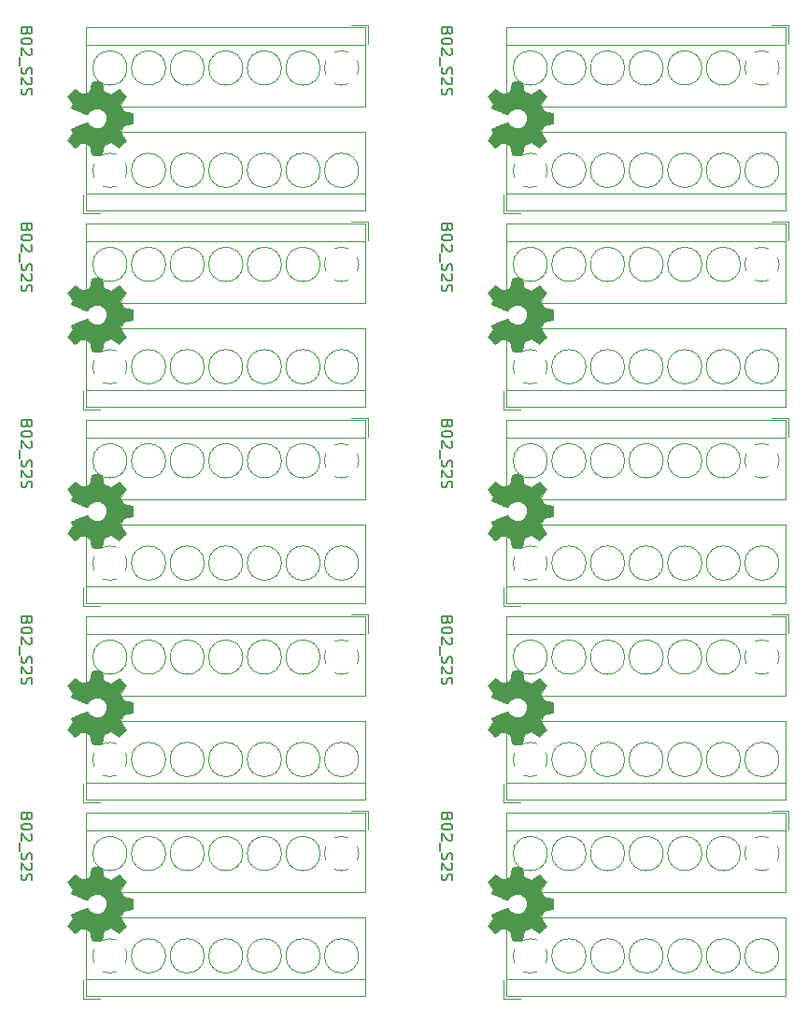
<source format=gbr>
G04 #@! TF.GenerationSoftware,KiCad,Pcbnew,5.1.5-52549c5~86~ubuntu18.04.1*
G04 #@! TF.CreationDate,2020-09-06T14:29:22-05:00*
G04 #@! TF.ProjectId,,58585858-5858-4585-9858-585858585858,rev?*
G04 #@! TF.SameCoordinates,Original*
G04 #@! TF.FileFunction,Legend,Top*
G04 #@! TF.FilePolarity,Positive*
%FSLAX46Y46*%
G04 Gerber Fmt 4.6, Leading zero omitted, Abs format (unit mm)*
G04 Created by KiCad (PCBNEW 5.1.5-52549c5~86~ubuntu18.04.1) date 2020-09-06 14:29:22*
%MOMM*%
%LPD*%
G04 APERTURE LIST*
%ADD10C,0.150000*%
%ADD11C,0.010000*%
%ADD12C,0.120000*%
G04 APERTURE END LIST*
D10*
X131567228Y-142267323D02*
X131519609Y-142410180D01*
X131471990Y-142457800D01*
X131376752Y-142505419D01*
X131233895Y-142505419D01*
X131138657Y-142457800D01*
X131091038Y-142410180D01*
X131043419Y-142314942D01*
X131043419Y-141933990D01*
X132043419Y-141933990D01*
X132043419Y-142267323D01*
X131995800Y-142362561D01*
X131948180Y-142410180D01*
X131852942Y-142457800D01*
X131757704Y-142457800D01*
X131662466Y-142410180D01*
X131614847Y-142362561D01*
X131567228Y-142267323D01*
X131567228Y-141933990D01*
X132043419Y-143124466D02*
X132043419Y-143219704D01*
X131995800Y-143314942D01*
X131948180Y-143362561D01*
X131852942Y-143410180D01*
X131662466Y-143457800D01*
X131424371Y-143457800D01*
X131233895Y-143410180D01*
X131138657Y-143362561D01*
X131091038Y-143314942D01*
X131043419Y-143219704D01*
X131043419Y-143124466D01*
X131091038Y-143029228D01*
X131138657Y-142981609D01*
X131233895Y-142933990D01*
X131424371Y-142886371D01*
X131662466Y-142886371D01*
X131852942Y-142933990D01*
X131948180Y-142981609D01*
X131995800Y-143029228D01*
X132043419Y-143124466D01*
X131948180Y-143838752D02*
X131995800Y-143886371D01*
X132043419Y-143981609D01*
X132043419Y-144219704D01*
X131995800Y-144314942D01*
X131948180Y-144362561D01*
X131852942Y-144410180D01*
X131757704Y-144410180D01*
X131614847Y-144362561D01*
X131043419Y-143791133D01*
X131043419Y-144410180D01*
X130948180Y-144600657D02*
X130948180Y-145362561D01*
X131091038Y-145553038D02*
X131043419Y-145695895D01*
X131043419Y-145933990D01*
X131091038Y-146029228D01*
X131138657Y-146076847D01*
X131233895Y-146124466D01*
X131329133Y-146124466D01*
X131424371Y-146076847D01*
X131471990Y-146029228D01*
X131519609Y-145933990D01*
X131567228Y-145743514D01*
X131614847Y-145648276D01*
X131662466Y-145600657D01*
X131757704Y-145553038D01*
X131852942Y-145553038D01*
X131948180Y-145600657D01*
X131995800Y-145648276D01*
X132043419Y-145743514D01*
X132043419Y-145981609D01*
X131995800Y-146124466D01*
X131948180Y-146505419D02*
X131995800Y-146553038D01*
X132043419Y-146648276D01*
X132043419Y-146886371D01*
X131995800Y-146981609D01*
X131948180Y-147029228D01*
X131852942Y-147076847D01*
X131757704Y-147076847D01*
X131614847Y-147029228D01*
X131043419Y-146457800D01*
X131043419Y-147076847D01*
X131091038Y-147457800D02*
X131043419Y-147600657D01*
X131043419Y-147838752D01*
X131091038Y-147933990D01*
X131138657Y-147981609D01*
X131233895Y-148029228D01*
X131329133Y-148029228D01*
X131424371Y-147981609D01*
X131471990Y-147933990D01*
X131519609Y-147838752D01*
X131567228Y-147648276D01*
X131614847Y-147553038D01*
X131662466Y-147505419D01*
X131757704Y-147457800D01*
X131852942Y-147457800D01*
X131948180Y-147505419D01*
X131995800Y-147553038D01*
X132043419Y-147648276D01*
X132043419Y-147886371D01*
X131995800Y-148029228D01*
X93467228Y-142267323D02*
X93419609Y-142410180D01*
X93371990Y-142457800D01*
X93276752Y-142505419D01*
X93133895Y-142505419D01*
X93038657Y-142457800D01*
X92991038Y-142410180D01*
X92943419Y-142314942D01*
X92943419Y-141933990D01*
X93943419Y-141933990D01*
X93943419Y-142267323D01*
X93895800Y-142362561D01*
X93848180Y-142410180D01*
X93752942Y-142457800D01*
X93657704Y-142457800D01*
X93562466Y-142410180D01*
X93514847Y-142362561D01*
X93467228Y-142267323D01*
X93467228Y-141933990D01*
X93943419Y-143124466D02*
X93943419Y-143219704D01*
X93895800Y-143314942D01*
X93848180Y-143362561D01*
X93752942Y-143410180D01*
X93562466Y-143457800D01*
X93324371Y-143457800D01*
X93133895Y-143410180D01*
X93038657Y-143362561D01*
X92991038Y-143314942D01*
X92943419Y-143219704D01*
X92943419Y-143124466D01*
X92991038Y-143029228D01*
X93038657Y-142981609D01*
X93133895Y-142933990D01*
X93324371Y-142886371D01*
X93562466Y-142886371D01*
X93752942Y-142933990D01*
X93848180Y-142981609D01*
X93895800Y-143029228D01*
X93943419Y-143124466D01*
X93848180Y-143838752D02*
X93895800Y-143886371D01*
X93943419Y-143981609D01*
X93943419Y-144219704D01*
X93895800Y-144314942D01*
X93848180Y-144362561D01*
X93752942Y-144410180D01*
X93657704Y-144410180D01*
X93514847Y-144362561D01*
X92943419Y-143791133D01*
X92943419Y-144410180D01*
X92848180Y-144600657D02*
X92848180Y-145362561D01*
X92991038Y-145553038D02*
X92943419Y-145695895D01*
X92943419Y-145933990D01*
X92991038Y-146029228D01*
X93038657Y-146076847D01*
X93133895Y-146124466D01*
X93229133Y-146124466D01*
X93324371Y-146076847D01*
X93371990Y-146029228D01*
X93419609Y-145933990D01*
X93467228Y-145743514D01*
X93514847Y-145648276D01*
X93562466Y-145600657D01*
X93657704Y-145553038D01*
X93752942Y-145553038D01*
X93848180Y-145600657D01*
X93895800Y-145648276D01*
X93943419Y-145743514D01*
X93943419Y-145981609D01*
X93895800Y-146124466D01*
X93848180Y-146505419D02*
X93895800Y-146553038D01*
X93943419Y-146648276D01*
X93943419Y-146886371D01*
X93895800Y-146981609D01*
X93848180Y-147029228D01*
X93752942Y-147076847D01*
X93657704Y-147076847D01*
X93514847Y-147029228D01*
X92943419Y-146457800D01*
X92943419Y-147076847D01*
X92991038Y-147457800D02*
X92943419Y-147600657D01*
X92943419Y-147838752D01*
X92991038Y-147933990D01*
X93038657Y-147981609D01*
X93133895Y-148029228D01*
X93229133Y-148029228D01*
X93324371Y-147981609D01*
X93371990Y-147933990D01*
X93419609Y-147838752D01*
X93467228Y-147648276D01*
X93514847Y-147553038D01*
X93562466Y-147505419D01*
X93657704Y-147457800D01*
X93752942Y-147457800D01*
X93848180Y-147505419D01*
X93895800Y-147553038D01*
X93943419Y-147648276D01*
X93943419Y-147886371D01*
X93895800Y-148029228D01*
X131567228Y-124487323D02*
X131519609Y-124630180D01*
X131471990Y-124677800D01*
X131376752Y-124725419D01*
X131233895Y-124725419D01*
X131138657Y-124677800D01*
X131091038Y-124630180D01*
X131043419Y-124534942D01*
X131043419Y-124153990D01*
X132043419Y-124153990D01*
X132043419Y-124487323D01*
X131995800Y-124582561D01*
X131948180Y-124630180D01*
X131852942Y-124677800D01*
X131757704Y-124677800D01*
X131662466Y-124630180D01*
X131614847Y-124582561D01*
X131567228Y-124487323D01*
X131567228Y-124153990D01*
X132043419Y-125344466D02*
X132043419Y-125439704D01*
X131995800Y-125534942D01*
X131948180Y-125582561D01*
X131852942Y-125630180D01*
X131662466Y-125677800D01*
X131424371Y-125677800D01*
X131233895Y-125630180D01*
X131138657Y-125582561D01*
X131091038Y-125534942D01*
X131043419Y-125439704D01*
X131043419Y-125344466D01*
X131091038Y-125249228D01*
X131138657Y-125201609D01*
X131233895Y-125153990D01*
X131424371Y-125106371D01*
X131662466Y-125106371D01*
X131852942Y-125153990D01*
X131948180Y-125201609D01*
X131995800Y-125249228D01*
X132043419Y-125344466D01*
X131948180Y-126058752D02*
X131995800Y-126106371D01*
X132043419Y-126201609D01*
X132043419Y-126439704D01*
X131995800Y-126534942D01*
X131948180Y-126582561D01*
X131852942Y-126630180D01*
X131757704Y-126630180D01*
X131614847Y-126582561D01*
X131043419Y-126011133D01*
X131043419Y-126630180D01*
X130948180Y-126820657D02*
X130948180Y-127582561D01*
X131091038Y-127773038D02*
X131043419Y-127915895D01*
X131043419Y-128153990D01*
X131091038Y-128249228D01*
X131138657Y-128296847D01*
X131233895Y-128344466D01*
X131329133Y-128344466D01*
X131424371Y-128296847D01*
X131471990Y-128249228D01*
X131519609Y-128153990D01*
X131567228Y-127963514D01*
X131614847Y-127868276D01*
X131662466Y-127820657D01*
X131757704Y-127773038D01*
X131852942Y-127773038D01*
X131948180Y-127820657D01*
X131995800Y-127868276D01*
X132043419Y-127963514D01*
X132043419Y-128201609D01*
X131995800Y-128344466D01*
X131948180Y-128725419D02*
X131995800Y-128773038D01*
X132043419Y-128868276D01*
X132043419Y-129106371D01*
X131995800Y-129201609D01*
X131948180Y-129249228D01*
X131852942Y-129296847D01*
X131757704Y-129296847D01*
X131614847Y-129249228D01*
X131043419Y-128677800D01*
X131043419Y-129296847D01*
X131091038Y-129677800D02*
X131043419Y-129820657D01*
X131043419Y-130058752D01*
X131091038Y-130153990D01*
X131138657Y-130201609D01*
X131233895Y-130249228D01*
X131329133Y-130249228D01*
X131424371Y-130201609D01*
X131471990Y-130153990D01*
X131519609Y-130058752D01*
X131567228Y-129868276D01*
X131614847Y-129773038D01*
X131662466Y-129725419D01*
X131757704Y-129677800D01*
X131852942Y-129677800D01*
X131948180Y-129725419D01*
X131995800Y-129773038D01*
X132043419Y-129868276D01*
X132043419Y-130106371D01*
X131995800Y-130249228D01*
X93467228Y-124487323D02*
X93419609Y-124630180D01*
X93371990Y-124677800D01*
X93276752Y-124725419D01*
X93133895Y-124725419D01*
X93038657Y-124677800D01*
X92991038Y-124630180D01*
X92943419Y-124534942D01*
X92943419Y-124153990D01*
X93943419Y-124153990D01*
X93943419Y-124487323D01*
X93895800Y-124582561D01*
X93848180Y-124630180D01*
X93752942Y-124677800D01*
X93657704Y-124677800D01*
X93562466Y-124630180D01*
X93514847Y-124582561D01*
X93467228Y-124487323D01*
X93467228Y-124153990D01*
X93943419Y-125344466D02*
X93943419Y-125439704D01*
X93895800Y-125534942D01*
X93848180Y-125582561D01*
X93752942Y-125630180D01*
X93562466Y-125677800D01*
X93324371Y-125677800D01*
X93133895Y-125630180D01*
X93038657Y-125582561D01*
X92991038Y-125534942D01*
X92943419Y-125439704D01*
X92943419Y-125344466D01*
X92991038Y-125249228D01*
X93038657Y-125201609D01*
X93133895Y-125153990D01*
X93324371Y-125106371D01*
X93562466Y-125106371D01*
X93752942Y-125153990D01*
X93848180Y-125201609D01*
X93895800Y-125249228D01*
X93943419Y-125344466D01*
X93848180Y-126058752D02*
X93895800Y-126106371D01*
X93943419Y-126201609D01*
X93943419Y-126439704D01*
X93895800Y-126534942D01*
X93848180Y-126582561D01*
X93752942Y-126630180D01*
X93657704Y-126630180D01*
X93514847Y-126582561D01*
X92943419Y-126011133D01*
X92943419Y-126630180D01*
X92848180Y-126820657D02*
X92848180Y-127582561D01*
X92991038Y-127773038D02*
X92943419Y-127915895D01*
X92943419Y-128153990D01*
X92991038Y-128249228D01*
X93038657Y-128296847D01*
X93133895Y-128344466D01*
X93229133Y-128344466D01*
X93324371Y-128296847D01*
X93371990Y-128249228D01*
X93419609Y-128153990D01*
X93467228Y-127963514D01*
X93514847Y-127868276D01*
X93562466Y-127820657D01*
X93657704Y-127773038D01*
X93752942Y-127773038D01*
X93848180Y-127820657D01*
X93895800Y-127868276D01*
X93943419Y-127963514D01*
X93943419Y-128201609D01*
X93895800Y-128344466D01*
X93848180Y-128725419D02*
X93895800Y-128773038D01*
X93943419Y-128868276D01*
X93943419Y-129106371D01*
X93895800Y-129201609D01*
X93848180Y-129249228D01*
X93752942Y-129296847D01*
X93657704Y-129296847D01*
X93514847Y-129249228D01*
X92943419Y-128677800D01*
X92943419Y-129296847D01*
X92991038Y-129677800D02*
X92943419Y-129820657D01*
X92943419Y-130058752D01*
X92991038Y-130153990D01*
X93038657Y-130201609D01*
X93133895Y-130249228D01*
X93229133Y-130249228D01*
X93324371Y-130201609D01*
X93371990Y-130153990D01*
X93419609Y-130058752D01*
X93467228Y-129868276D01*
X93514847Y-129773038D01*
X93562466Y-129725419D01*
X93657704Y-129677800D01*
X93752942Y-129677800D01*
X93848180Y-129725419D01*
X93895800Y-129773038D01*
X93943419Y-129868276D01*
X93943419Y-130106371D01*
X93895800Y-130249228D01*
X131567228Y-106707323D02*
X131519609Y-106850180D01*
X131471990Y-106897800D01*
X131376752Y-106945419D01*
X131233895Y-106945419D01*
X131138657Y-106897800D01*
X131091038Y-106850180D01*
X131043419Y-106754942D01*
X131043419Y-106373990D01*
X132043419Y-106373990D01*
X132043419Y-106707323D01*
X131995800Y-106802561D01*
X131948180Y-106850180D01*
X131852942Y-106897800D01*
X131757704Y-106897800D01*
X131662466Y-106850180D01*
X131614847Y-106802561D01*
X131567228Y-106707323D01*
X131567228Y-106373990D01*
X132043419Y-107564466D02*
X132043419Y-107659704D01*
X131995800Y-107754942D01*
X131948180Y-107802561D01*
X131852942Y-107850180D01*
X131662466Y-107897800D01*
X131424371Y-107897800D01*
X131233895Y-107850180D01*
X131138657Y-107802561D01*
X131091038Y-107754942D01*
X131043419Y-107659704D01*
X131043419Y-107564466D01*
X131091038Y-107469228D01*
X131138657Y-107421609D01*
X131233895Y-107373990D01*
X131424371Y-107326371D01*
X131662466Y-107326371D01*
X131852942Y-107373990D01*
X131948180Y-107421609D01*
X131995800Y-107469228D01*
X132043419Y-107564466D01*
X131948180Y-108278752D02*
X131995800Y-108326371D01*
X132043419Y-108421609D01*
X132043419Y-108659704D01*
X131995800Y-108754942D01*
X131948180Y-108802561D01*
X131852942Y-108850180D01*
X131757704Y-108850180D01*
X131614847Y-108802561D01*
X131043419Y-108231133D01*
X131043419Y-108850180D01*
X130948180Y-109040657D02*
X130948180Y-109802561D01*
X131091038Y-109993038D02*
X131043419Y-110135895D01*
X131043419Y-110373990D01*
X131091038Y-110469228D01*
X131138657Y-110516847D01*
X131233895Y-110564466D01*
X131329133Y-110564466D01*
X131424371Y-110516847D01*
X131471990Y-110469228D01*
X131519609Y-110373990D01*
X131567228Y-110183514D01*
X131614847Y-110088276D01*
X131662466Y-110040657D01*
X131757704Y-109993038D01*
X131852942Y-109993038D01*
X131948180Y-110040657D01*
X131995800Y-110088276D01*
X132043419Y-110183514D01*
X132043419Y-110421609D01*
X131995800Y-110564466D01*
X131948180Y-110945419D02*
X131995800Y-110993038D01*
X132043419Y-111088276D01*
X132043419Y-111326371D01*
X131995800Y-111421609D01*
X131948180Y-111469228D01*
X131852942Y-111516847D01*
X131757704Y-111516847D01*
X131614847Y-111469228D01*
X131043419Y-110897800D01*
X131043419Y-111516847D01*
X131091038Y-111897800D02*
X131043419Y-112040657D01*
X131043419Y-112278752D01*
X131091038Y-112373990D01*
X131138657Y-112421609D01*
X131233895Y-112469228D01*
X131329133Y-112469228D01*
X131424371Y-112421609D01*
X131471990Y-112373990D01*
X131519609Y-112278752D01*
X131567228Y-112088276D01*
X131614847Y-111993038D01*
X131662466Y-111945419D01*
X131757704Y-111897800D01*
X131852942Y-111897800D01*
X131948180Y-111945419D01*
X131995800Y-111993038D01*
X132043419Y-112088276D01*
X132043419Y-112326371D01*
X131995800Y-112469228D01*
X93467228Y-106707323D02*
X93419609Y-106850180D01*
X93371990Y-106897800D01*
X93276752Y-106945419D01*
X93133895Y-106945419D01*
X93038657Y-106897800D01*
X92991038Y-106850180D01*
X92943419Y-106754942D01*
X92943419Y-106373990D01*
X93943419Y-106373990D01*
X93943419Y-106707323D01*
X93895800Y-106802561D01*
X93848180Y-106850180D01*
X93752942Y-106897800D01*
X93657704Y-106897800D01*
X93562466Y-106850180D01*
X93514847Y-106802561D01*
X93467228Y-106707323D01*
X93467228Y-106373990D01*
X93943419Y-107564466D02*
X93943419Y-107659704D01*
X93895800Y-107754942D01*
X93848180Y-107802561D01*
X93752942Y-107850180D01*
X93562466Y-107897800D01*
X93324371Y-107897800D01*
X93133895Y-107850180D01*
X93038657Y-107802561D01*
X92991038Y-107754942D01*
X92943419Y-107659704D01*
X92943419Y-107564466D01*
X92991038Y-107469228D01*
X93038657Y-107421609D01*
X93133895Y-107373990D01*
X93324371Y-107326371D01*
X93562466Y-107326371D01*
X93752942Y-107373990D01*
X93848180Y-107421609D01*
X93895800Y-107469228D01*
X93943419Y-107564466D01*
X93848180Y-108278752D02*
X93895800Y-108326371D01*
X93943419Y-108421609D01*
X93943419Y-108659704D01*
X93895800Y-108754942D01*
X93848180Y-108802561D01*
X93752942Y-108850180D01*
X93657704Y-108850180D01*
X93514847Y-108802561D01*
X92943419Y-108231133D01*
X92943419Y-108850180D01*
X92848180Y-109040657D02*
X92848180Y-109802561D01*
X92991038Y-109993038D02*
X92943419Y-110135895D01*
X92943419Y-110373990D01*
X92991038Y-110469228D01*
X93038657Y-110516847D01*
X93133895Y-110564466D01*
X93229133Y-110564466D01*
X93324371Y-110516847D01*
X93371990Y-110469228D01*
X93419609Y-110373990D01*
X93467228Y-110183514D01*
X93514847Y-110088276D01*
X93562466Y-110040657D01*
X93657704Y-109993038D01*
X93752942Y-109993038D01*
X93848180Y-110040657D01*
X93895800Y-110088276D01*
X93943419Y-110183514D01*
X93943419Y-110421609D01*
X93895800Y-110564466D01*
X93848180Y-110945419D02*
X93895800Y-110993038D01*
X93943419Y-111088276D01*
X93943419Y-111326371D01*
X93895800Y-111421609D01*
X93848180Y-111469228D01*
X93752942Y-111516847D01*
X93657704Y-111516847D01*
X93514847Y-111469228D01*
X92943419Y-110897800D01*
X92943419Y-111516847D01*
X92991038Y-111897800D02*
X92943419Y-112040657D01*
X92943419Y-112278752D01*
X92991038Y-112373990D01*
X93038657Y-112421609D01*
X93133895Y-112469228D01*
X93229133Y-112469228D01*
X93324371Y-112421609D01*
X93371990Y-112373990D01*
X93419609Y-112278752D01*
X93467228Y-112088276D01*
X93514847Y-111993038D01*
X93562466Y-111945419D01*
X93657704Y-111897800D01*
X93752942Y-111897800D01*
X93848180Y-111945419D01*
X93895800Y-111993038D01*
X93943419Y-112088276D01*
X93943419Y-112326371D01*
X93895800Y-112469228D01*
X131567228Y-88927323D02*
X131519609Y-89070180D01*
X131471990Y-89117800D01*
X131376752Y-89165419D01*
X131233895Y-89165419D01*
X131138657Y-89117800D01*
X131091038Y-89070180D01*
X131043419Y-88974942D01*
X131043419Y-88593990D01*
X132043419Y-88593990D01*
X132043419Y-88927323D01*
X131995800Y-89022561D01*
X131948180Y-89070180D01*
X131852942Y-89117800D01*
X131757704Y-89117800D01*
X131662466Y-89070180D01*
X131614847Y-89022561D01*
X131567228Y-88927323D01*
X131567228Y-88593990D01*
X132043419Y-89784466D02*
X132043419Y-89879704D01*
X131995800Y-89974942D01*
X131948180Y-90022561D01*
X131852942Y-90070180D01*
X131662466Y-90117800D01*
X131424371Y-90117800D01*
X131233895Y-90070180D01*
X131138657Y-90022561D01*
X131091038Y-89974942D01*
X131043419Y-89879704D01*
X131043419Y-89784466D01*
X131091038Y-89689228D01*
X131138657Y-89641609D01*
X131233895Y-89593990D01*
X131424371Y-89546371D01*
X131662466Y-89546371D01*
X131852942Y-89593990D01*
X131948180Y-89641609D01*
X131995800Y-89689228D01*
X132043419Y-89784466D01*
X131948180Y-90498752D02*
X131995800Y-90546371D01*
X132043419Y-90641609D01*
X132043419Y-90879704D01*
X131995800Y-90974942D01*
X131948180Y-91022561D01*
X131852942Y-91070180D01*
X131757704Y-91070180D01*
X131614847Y-91022561D01*
X131043419Y-90451133D01*
X131043419Y-91070180D01*
X130948180Y-91260657D02*
X130948180Y-92022561D01*
X131091038Y-92213038D02*
X131043419Y-92355895D01*
X131043419Y-92593990D01*
X131091038Y-92689228D01*
X131138657Y-92736847D01*
X131233895Y-92784466D01*
X131329133Y-92784466D01*
X131424371Y-92736847D01*
X131471990Y-92689228D01*
X131519609Y-92593990D01*
X131567228Y-92403514D01*
X131614847Y-92308276D01*
X131662466Y-92260657D01*
X131757704Y-92213038D01*
X131852942Y-92213038D01*
X131948180Y-92260657D01*
X131995800Y-92308276D01*
X132043419Y-92403514D01*
X132043419Y-92641609D01*
X131995800Y-92784466D01*
X131948180Y-93165419D02*
X131995800Y-93213038D01*
X132043419Y-93308276D01*
X132043419Y-93546371D01*
X131995800Y-93641609D01*
X131948180Y-93689228D01*
X131852942Y-93736847D01*
X131757704Y-93736847D01*
X131614847Y-93689228D01*
X131043419Y-93117800D01*
X131043419Y-93736847D01*
X131091038Y-94117800D02*
X131043419Y-94260657D01*
X131043419Y-94498752D01*
X131091038Y-94593990D01*
X131138657Y-94641609D01*
X131233895Y-94689228D01*
X131329133Y-94689228D01*
X131424371Y-94641609D01*
X131471990Y-94593990D01*
X131519609Y-94498752D01*
X131567228Y-94308276D01*
X131614847Y-94213038D01*
X131662466Y-94165419D01*
X131757704Y-94117800D01*
X131852942Y-94117800D01*
X131948180Y-94165419D01*
X131995800Y-94213038D01*
X132043419Y-94308276D01*
X132043419Y-94546371D01*
X131995800Y-94689228D01*
X93467228Y-88927323D02*
X93419609Y-89070180D01*
X93371990Y-89117800D01*
X93276752Y-89165419D01*
X93133895Y-89165419D01*
X93038657Y-89117800D01*
X92991038Y-89070180D01*
X92943419Y-88974942D01*
X92943419Y-88593990D01*
X93943419Y-88593990D01*
X93943419Y-88927323D01*
X93895800Y-89022561D01*
X93848180Y-89070180D01*
X93752942Y-89117800D01*
X93657704Y-89117800D01*
X93562466Y-89070180D01*
X93514847Y-89022561D01*
X93467228Y-88927323D01*
X93467228Y-88593990D01*
X93943419Y-89784466D02*
X93943419Y-89879704D01*
X93895800Y-89974942D01*
X93848180Y-90022561D01*
X93752942Y-90070180D01*
X93562466Y-90117800D01*
X93324371Y-90117800D01*
X93133895Y-90070180D01*
X93038657Y-90022561D01*
X92991038Y-89974942D01*
X92943419Y-89879704D01*
X92943419Y-89784466D01*
X92991038Y-89689228D01*
X93038657Y-89641609D01*
X93133895Y-89593990D01*
X93324371Y-89546371D01*
X93562466Y-89546371D01*
X93752942Y-89593990D01*
X93848180Y-89641609D01*
X93895800Y-89689228D01*
X93943419Y-89784466D01*
X93848180Y-90498752D02*
X93895800Y-90546371D01*
X93943419Y-90641609D01*
X93943419Y-90879704D01*
X93895800Y-90974942D01*
X93848180Y-91022561D01*
X93752942Y-91070180D01*
X93657704Y-91070180D01*
X93514847Y-91022561D01*
X92943419Y-90451133D01*
X92943419Y-91070180D01*
X92848180Y-91260657D02*
X92848180Y-92022561D01*
X92991038Y-92213038D02*
X92943419Y-92355895D01*
X92943419Y-92593990D01*
X92991038Y-92689228D01*
X93038657Y-92736847D01*
X93133895Y-92784466D01*
X93229133Y-92784466D01*
X93324371Y-92736847D01*
X93371990Y-92689228D01*
X93419609Y-92593990D01*
X93467228Y-92403514D01*
X93514847Y-92308276D01*
X93562466Y-92260657D01*
X93657704Y-92213038D01*
X93752942Y-92213038D01*
X93848180Y-92260657D01*
X93895800Y-92308276D01*
X93943419Y-92403514D01*
X93943419Y-92641609D01*
X93895800Y-92784466D01*
X93848180Y-93165419D02*
X93895800Y-93213038D01*
X93943419Y-93308276D01*
X93943419Y-93546371D01*
X93895800Y-93641609D01*
X93848180Y-93689228D01*
X93752942Y-93736847D01*
X93657704Y-93736847D01*
X93514847Y-93689228D01*
X92943419Y-93117800D01*
X92943419Y-93736847D01*
X92991038Y-94117800D02*
X92943419Y-94260657D01*
X92943419Y-94498752D01*
X92991038Y-94593990D01*
X93038657Y-94641609D01*
X93133895Y-94689228D01*
X93229133Y-94689228D01*
X93324371Y-94641609D01*
X93371990Y-94593990D01*
X93419609Y-94498752D01*
X93467228Y-94308276D01*
X93514847Y-94213038D01*
X93562466Y-94165419D01*
X93657704Y-94117800D01*
X93752942Y-94117800D01*
X93848180Y-94165419D01*
X93895800Y-94213038D01*
X93943419Y-94308276D01*
X93943419Y-94546371D01*
X93895800Y-94689228D01*
X131567228Y-71147323D02*
X131519609Y-71290180D01*
X131471990Y-71337800D01*
X131376752Y-71385419D01*
X131233895Y-71385419D01*
X131138657Y-71337800D01*
X131091038Y-71290180D01*
X131043419Y-71194942D01*
X131043419Y-70813990D01*
X132043419Y-70813990D01*
X132043419Y-71147323D01*
X131995800Y-71242561D01*
X131948180Y-71290180D01*
X131852942Y-71337800D01*
X131757704Y-71337800D01*
X131662466Y-71290180D01*
X131614847Y-71242561D01*
X131567228Y-71147323D01*
X131567228Y-70813990D01*
X132043419Y-72004466D02*
X132043419Y-72099704D01*
X131995800Y-72194942D01*
X131948180Y-72242561D01*
X131852942Y-72290180D01*
X131662466Y-72337800D01*
X131424371Y-72337800D01*
X131233895Y-72290180D01*
X131138657Y-72242561D01*
X131091038Y-72194942D01*
X131043419Y-72099704D01*
X131043419Y-72004466D01*
X131091038Y-71909228D01*
X131138657Y-71861609D01*
X131233895Y-71813990D01*
X131424371Y-71766371D01*
X131662466Y-71766371D01*
X131852942Y-71813990D01*
X131948180Y-71861609D01*
X131995800Y-71909228D01*
X132043419Y-72004466D01*
X131948180Y-72718752D02*
X131995800Y-72766371D01*
X132043419Y-72861609D01*
X132043419Y-73099704D01*
X131995800Y-73194942D01*
X131948180Y-73242561D01*
X131852942Y-73290180D01*
X131757704Y-73290180D01*
X131614847Y-73242561D01*
X131043419Y-72671133D01*
X131043419Y-73290180D01*
X130948180Y-73480657D02*
X130948180Y-74242561D01*
X131091038Y-74433038D02*
X131043419Y-74575895D01*
X131043419Y-74813990D01*
X131091038Y-74909228D01*
X131138657Y-74956847D01*
X131233895Y-75004466D01*
X131329133Y-75004466D01*
X131424371Y-74956847D01*
X131471990Y-74909228D01*
X131519609Y-74813990D01*
X131567228Y-74623514D01*
X131614847Y-74528276D01*
X131662466Y-74480657D01*
X131757704Y-74433038D01*
X131852942Y-74433038D01*
X131948180Y-74480657D01*
X131995800Y-74528276D01*
X132043419Y-74623514D01*
X132043419Y-74861609D01*
X131995800Y-75004466D01*
X131948180Y-75385419D02*
X131995800Y-75433038D01*
X132043419Y-75528276D01*
X132043419Y-75766371D01*
X131995800Y-75861609D01*
X131948180Y-75909228D01*
X131852942Y-75956847D01*
X131757704Y-75956847D01*
X131614847Y-75909228D01*
X131043419Y-75337800D01*
X131043419Y-75956847D01*
X131091038Y-76337800D02*
X131043419Y-76480657D01*
X131043419Y-76718752D01*
X131091038Y-76813990D01*
X131138657Y-76861609D01*
X131233895Y-76909228D01*
X131329133Y-76909228D01*
X131424371Y-76861609D01*
X131471990Y-76813990D01*
X131519609Y-76718752D01*
X131567228Y-76528276D01*
X131614847Y-76433038D01*
X131662466Y-76385419D01*
X131757704Y-76337800D01*
X131852942Y-76337800D01*
X131948180Y-76385419D01*
X131995800Y-76433038D01*
X132043419Y-76528276D01*
X132043419Y-76766371D01*
X131995800Y-76909228D01*
X93467228Y-71147323D02*
X93419609Y-71290180D01*
X93371990Y-71337800D01*
X93276752Y-71385419D01*
X93133895Y-71385419D01*
X93038657Y-71337800D01*
X92991038Y-71290180D01*
X92943419Y-71194942D01*
X92943419Y-70813990D01*
X93943419Y-70813990D01*
X93943419Y-71147323D01*
X93895800Y-71242561D01*
X93848180Y-71290180D01*
X93752942Y-71337800D01*
X93657704Y-71337800D01*
X93562466Y-71290180D01*
X93514847Y-71242561D01*
X93467228Y-71147323D01*
X93467228Y-70813990D01*
X93943419Y-72004466D02*
X93943419Y-72099704D01*
X93895800Y-72194942D01*
X93848180Y-72242561D01*
X93752942Y-72290180D01*
X93562466Y-72337800D01*
X93324371Y-72337800D01*
X93133895Y-72290180D01*
X93038657Y-72242561D01*
X92991038Y-72194942D01*
X92943419Y-72099704D01*
X92943419Y-72004466D01*
X92991038Y-71909228D01*
X93038657Y-71861609D01*
X93133895Y-71813990D01*
X93324371Y-71766371D01*
X93562466Y-71766371D01*
X93752942Y-71813990D01*
X93848180Y-71861609D01*
X93895800Y-71909228D01*
X93943419Y-72004466D01*
X93848180Y-72718752D02*
X93895800Y-72766371D01*
X93943419Y-72861609D01*
X93943419Y-73099704D01*
X93895800Y-73194942D01*
X93848180Y-73242561D01*
X93752942Y-73290180D01*
X93657704Y-73290180D01*
X93514847Y-73242561D01*
X92943419Y-72671133D01*
X92943419Y-73290180D01*
X92848180Y-73480657D02*
X92848180Y-74242561D01*
X92991038Y-74433038D02*
X92943419Y-74575895D01*
X92943419Y-74813990D01*
X92991038Y-74909228D01*
X93038657Y-74956847D01*
X93133895Y-75004466D01*
X93229133Y-75004466D01*
X93324371Y-74956847D01*
X93371990Y-74909228D01*
X93419609Y-74813990D01*
X93467228Y-74623514D01*
X93514847Y-74528276D01*
X93562466Y-74480657D01*
X93657704Y-74433038D01*
X93752942Y-74433038D01*
X93848180Y-74480657D01*
X93895800Y-74528276D01*
X93943419Y-74623514D01*
X93943419Y-74861609D01*
X93895800Y-75004466D01*
X93848180Y-75385419D02*
X93895800Y-75433038D01*
X93943419Y-75528276D01*
X93943419Y-75766371D01*
X93895800Y-75861609D01*
X93848180Y-75909228D01*
X93752942Y-75956847D01*
X93657704Y-75956847D01*
X93514847Y-75909228D01*
X92943419Y-75337800D01*
X92943419Y-75956847D01*
X92991038Y-76337800D02*
X92943419Y-76480657D01*
X92943419Y-76718752D01*
X92991038Y-76813990D01*
X93038657Y-76861609D01*
X93133895Y-76909228D01*
X93229133Y-76909228D01*
X93324371Y-76861609D01*
X93371990Y-76813990D01*
X93419609Y-76718752D01*
X93467228Y-76528276D01*
X93514847Y-76433038D01*
X93562466Y-76385419D01*
X93657704Y-76337800D01*
X93752942Y-76337800D01*
X93848180Y-76385419D01*
X93895800Y-76433038D01*
X93943419Y-76528276D01*
X93943419Y-76766371D01*
X93895800Y-76909228D01*
D11*
G36*
X140732469Y-150695214D02*
G01*
X140287845Y-150779035D01*
X140160347Y-151088320D01*
X140032849Y-151397606D01*
X140285154Y-151768646D01*
X140355404Y-151872557D01*
X140418128Y-151966487D01*
X140470462Y-152046052D01*
X140509543Y-152106870D01*
X140532507Y-152144557D01*
X140537458Y-152154821D01*
X140524724Y-152173310D01*
X140489518Y-152212820D01*
X140436338Y-152268922D01*
X140369682Y-152337187D01*
X140294046Y-152413186D01*
X140213928Y-152492492D01*
X140133826Y-152570675D01*
X140058236Y-152643307D01*
X139991655Y-152705959D01*
X139938582Y-152754203D01*
X139903513Y-152783610D01*
X139891777Y-152790641D01*
X139870140Y-152780523D01*
X139822738Y-152752159D01*
X139754207Y-152708529D01*
X139669185Y-152652618D01*
X139572307Y-152587406D01*
X139517050Y-152549619D01*
X139416152Y-152480743D01*
X139325101Y-152419540D01*
X139248430Y-152368978D01*
X139190672Y-152332028D01*
X139156357Y-152311658D01*
X139149146Y-152308597D01*
X139128652Y-152315536D01*
X139080887Y-152334451D01*
X139012568Y-152362487D01*
X138930411Y-152396791D01*
X138841130Y-152434509D01*
X138751442Y-152472787D01*
X138668062Y-152508770D01*
X138597706Y-152539606D01*
X138547090Y-152562439D01*
X138522929Y-152574417D01*
X138521978Y-152575124D01*
X138517364Y-152593931D01*
X138507072Y-152644018D01*
X138492113Y-152720193D01*
X138473499Y-152817265D01*
X138452241Y-152930043D01*
X138439982Y-152995842D01*
X138417038Y-153116350D01*
X138395205Y-153225197D01*
X138375678Y-153316876D01*
X138359652Y-153385881D01*
X138348321Y-153426704D01*
X138344726Y-153434911D01*
X138320394Y-153442948D01*
X138265441Y-153449433D01*
X138186292Y-153454370D01*
X138089374Y-153457764D01*
X137981113Y-153459618D01*
X137867935Y-153459938D01*
X137756265Y-153458727D01*
X137652532Y-153455990D01*
X137563159Y-153451731D01*
X137494574Y-153445955D01*
X137453203Y-153438667D01*
X137444590Y-153434295D01*
X137434267Y-153408164D01*
X137419508Y-153352793D01*
X137402048Y-153275507D01*
X137383620Y-153183630D01*
X137377659Y-153151558D01*
X137349334Y-152996924D01*
X137326524Y-152874775D01*
X137308320Y-152781073D01*
X137293817Y-152711784D01*
X137282108Y-152662871D01*
X137272285Y-152630297D01*
X137263444Y-152610028D01*
X137254676Y-152598026D01*
X137252943Y-152596347D01*
X137225029Y-152579584D01*
X137170705Y-152554014D01*
X137096623Y-152522188D01*
X137009435Y-152486660D01*
X136915792Y-152449983D01*
X136822348Y-152414711D01*
X136735753Y-152383396D01*
X136662660Y-152358593D01*
X136609722Y-152342854D01*
X136583589Y-152338732D01*
X136582674Y-152339076D01*
X136561314Y-152353041D01*
X136514316Y-152384722D01*
X136446573Y-152430791D01*
X136362977Y-152487918D01*
X136268418Y-152552773D01*
X136241546Y-152571243D01*
X136144125Y-152637099D01*
X136055237Y-152695050D01*
X135979988Y-152741938D01*
X135923480Y-152774607D01*
X135890819Y-152789900D01*
X135886807Y-152790641D01*
X135865716Y-152777792D01*
X135823936Y-152742288D01*
X135765955Y-152688693D01*
X135696265Y-152621571D01*
X135619355Y-152545487D01*
X135539717Y-152465004D01*
X135461839Y-152384687D01*
X135390214Y-152309099D01*
X135329330Y-152242805D01*
X135283679Y-152190369D01*
X135257750Y-152156355D01*
X135253517Y-152146945D01*
X135263488Y-152125043D01*
X135290380Y-152080200D01*
X135329664Y-152019721D01*
X135361283Y-151973189D01*
X135419302Y-151888875D01*
X135487616Y-151789026D01*
X135555821Y-151688873D01*
X135592325Y-151635027D01*
X135715600Y-151452771D01*
X135632880Y-151299781D01*
X135596641Y-151230082D01*
X135568474Y-151170814D01*
X135552409Y-151130711D01*
X135550174Y-151120503D01*
X135566678Y-151108229D01*
X135613318Y-151084013D01*
X135685791Y-151049663D01*
X135779794Y-151006988D01*
X135891026Y-150957794D01*
X136015185Y-150903890D01*
X136147968Y-150847084D01*
X136285073Y-150789182D01*
X136422198Y-150731993D01*
X136555042Y-150677324D01*
X136679302Y-150626984D01*
X136790675Y-150582780D01*
X136884861Y-150546519D01*
X136957556Y-150520009D01*
X137004459Y-150505058D01*
X137020567Y-150502654D01*
X137041114Y-150521711D01*
X137074467Y-150563436D01*
X137113698Y-150619106D01*
X137116801Y-150623778D01*
X137231977Y-150767664D01*
X137366347Y-150883683D01*
X137515616Y-150970830D01*
X137675487Y-151028099D01*
X137841663Y-151054486D01*
X138009848Y-151048985D01*
X138175745Y-151010590D01*
X138335058Y-150938295D01*
X138369913Y-150917026D01*
X138510663Y-150806396D01*
X138623686Y-150675702D01*
X138708397Y-150529464D01*
X138764206Y-150372208D01*
X138790526Y-150208457D01*
X138786770Y-150042733D01*
X138752350Y-149879562D01*
X138686677Y-149723465D01*
X138589165Y-149578967D01*
X138549587Y-149534269D01*
X138425697Y-149420512D01*
X138295276Y-149337618D01*
X138149085Y-149280756D01*
X138004312Y-149249087D01*
X137841540Y-149241269D01*
X137677960Y-149267338D01*
X137519102Y-149324645D01*
X137370494Y-149410544D01*
X137237665Y-149522386D01*
X137126144Y-149657523D01*
X137114389Y-149675283D01*
X137075892Y-149731550D01*
X137042537Y-149774323D01*
X137021240Y-149794772D01*
X137020567Y-149795069D01*
X136997529Y-149790679D01*
X136945243Y-149773276D01*
X136868010Y-149744668D01*
X136770132Y-149706665D01*
X136655909Y-149661074D01*
X136529642Y-149609703D01*
X136395633Y-149554362D01*
X136258182Y-149496858D01*
X136121592Y-149439001D01*
X135990163Y-149382598D01*
X135868195Y-149329458D01*
X135759991Y-149281390D01*
X135669851Y-149240201D01*
X135602077Y-149207701D01*
X135560970Y-149185697D01*
X135550174Y-149176836D01*
X135558581Y-149149760D01*
X135581128Y-149099097D01*
X135613787Y-149033583D01*
X135632880Y-148997559D01*
X135715600Y-148844568D01*
X135592325Y-148662312D01*
X135529172Y-148569275D01*
X135459673Y-148467415D01*
X135394235Y-148371962D01*
X135361283Y-148324150D01*
X135316127Y-148256905D01*
X135280343Y-148199964D01*
X135258462Y-148160754D01*
X135253837Y-148148019D01*
X135266315Y-148129483D01*
X135301148Y-148088459D01*
X135354722Y-148028925D01*
X135423417Y-147954858D01*
X135503619Y-147870235D01*
X135555114Y-147816715D01*
X135647114Y-147723081D01*
X135729401Y-147642159D01*
X135798455Y-147577223D01*
X135850756Y-147531542D01*
X135882784Y-147508389D01*
X135889284Y-147506168D01*
X135914006Y-147516476D01*
X135963995Y-147544961D01*
X136034188Y-147588463D01*
X136119525Y-147643823D01*
X136214944Y-147707880D01*
X136241546Y-147726097D01*
X136338233Y-147792473D01*
X136425283Y-147852022D01*
X136497805Y-147901416D01*
X136550907Y-147937325D01*
X136579697Y-147956419D01*
X136582674Y-147958264D01*
X136605618Y-147955505D01*
X136656064Y-147940862D01*
X136727359Y-147916887D01*
X136812853Y-147886134D01*
X136905893Y-147851156D01*
X136999826Y-147814507D01*
X137088001Y-147778739D01*
X137163766Y-147746406D01*
X137220469Y-147720062D01*
X137251457Y-147702258D01*
X137252943Y-147700993D01*
X137261799Y-147690106D01*
X137270557Y-147671718D01*
X137280123Y-147641794D01*
X137291404Y-147596297D01*
X137305307Y-147531191D01*
X137322737Y-147442439D01*
X137344602Y-147326007D01*
X137371809Y-147177858D01*
X137377659Y-147145782D01*
X137396026Y-147050714D01*
X137413995Y-146967835D01*
X137429831Y-146904470D01*
X137441800Y-146867942D01*
X137444590Y-146863044D01*
X137469328Y-146854973D01*
X137524610Y-146848413D01*
X137604011Y-146843367D01*
X137701104Y-146839841D01*
X137809462Y-146837839D01*
X137922660Y-146837364D01*
X138034272Y-146838423D01*
X138137871Y-146841018D01*
X138227032Y-146845154D01*
X138295328Y-146850837D01*
X138336334Y-146858069D01*
X138344726Y-146862429D01*
X138353192Y-146886702D01*
X138366965Y-146941974D01*
X138384850Y-147022738D01*
X138405652Y-147123488D01*
X138428177Y-147238717D01*
X138439982Y-147301498D01*
X138462249Y-147420613D01*
X138482421Y-147526835D01*
X138499485Y-147614973D01*
X138512431Y-147679834D01*
X138520245Y-147716226D01*
X138521978Y-147722216D01*
X138541510Y-147732339D01*
X138588557Y-147753738D01*
X138656397Y-147783561D01*
X138738309Y-147818955D01*
X138827572Y-147857068D01*
X138917465Y-147895047D01*
X139001265Y-147930040D01*
X139072253Y-147959194D01*
X139123706Y-147979657D01*
X139148903Y-147988577D01*
X139150004Y-147988743D01*
X139169881Y-147978631D01*
X139215623Y-147950283D01*
X139282683Y-147906677D01*
X139366516Y-147850794D01*
X139462574Y-147785613D01*
X139517750Y-147747721D01*
X139618919Y-147678675D01*
X139710770Y-147617350D01*
X139788656Y-147566737D01*
X139847931Y-147529829D01*
X139883949Y-147509618D01*
X139892023Y-147506699D01*
X139910816Y-147519247D01*
X139950943Y-147553937D01*
X140007907Y-147606337D01*
X140077215Y-147672016D01*
X140154369Y-147746544D01*
X140234875Y-147825487D01*
X140314237Y-147904417D01*
X140387960Y-147978900D01*
X140451548Y-148044506D01*
X140500506Y-148096804D01*
X140530339Y-148131361D01*
X140537458Y-148142922D01*
X140527447Y-148161746D01*
X140499322Y-148206769D01*
X140455946Y-148273613D01*
X140400182Y-148357901D01*
X140334894Y-148455256D01*
X140285154Y-148528693D01*
X140032849Y-148899733D01*
X140287845Y-149518305D01*
X140732469Y-149602125D01*
X141177093Y-149685946D01*
X141177093Y-150611394D01*
X140732469Y-150695214D01*
G37*
X140732469Y-150695214D02*
X140287845Y-150779035D01*
X140160347Y-151088320D01*
X140032849Y-151397606D01*
X140285154Y-151768646D01*
X140355404Y-151872557D01*
X140418128Y-151966487D01*
X140470462Y-152046052D01*
X140509543Y-152106870D01*
X140532507Y-152144557D01*
X140537458Y-152154821D01*
X140524724Y-152173310D01*
X140489518Y-152212820D01*
X140436338Y-152268922D01*
X140369682Y-152337187D01*
X140294046Y-152413186D01*
X140213928Y-152492492D01*
X140133826Y-152570675D01*
X140058236Y-152643307D01*
X139991655Y-152705959D01*
X139938582Y-152754203D01*
X139903513Y-152783610D01*
X139891777Y-152790641D01*
X139870140Y-152780523D01*
X139822738Y-152752159D01*
X139754207Y-152708529D01*
X139669185Y-152652618D01*
X139572307Y-152587406D01*
X139517050Y-152549619D01*
X139416152Y-152480743D01*
X139325101Y-152419540D01*
X139248430Y-152368978D01*
X139190672Y-152332028D01*
X139156357Y-152311658D01*
X139149146Y-152308597D01*
X139128652Y-152315536D01*
X139080887Y-152334451D01*
X139012568Y-152362487D01*
X138930411Y-152396791D01*
X138841130Y-152434509D01*
X138751442Y-152472787D01*
X138668062Y-152508770D01*
X138597706Y-152539606D01*
X138547090Y-152562439D01*
X138522929Y-152574417D01*
X138521978Y-152575124D01*
X138517364Y-152593931D01*
X138507072Y-152644018D01*
X138492113Y-152720193D01*
X138473499Y-152817265D01*
X138452241Y-152930043D01*
X138439982Y-152995842D01*
X138417038Y-153116350D01*
X138395205Y-153225197D01*
X138375678Y-153316876D01*
X138359652Y-153385881D01*
X138348321Y-153426704D01*
X138344726Y-153434911D01*
X138320394Y-153442948D01*
X138265441Y-153449433D01*
X138186292Y-153454370D01*
X138089374Y-153457764D01*
X137981113Y-153459618D01*
X137867935Y-153459938D01*
X137756265Y-153458727D01*
X137652532Y-153455990D01*
X137563159Y-153451731D01*
X137494574Y-153445955D01*
X137453203Y-153438667D01*
X137444590Y-153434295D01*
X137434267Y-153408164D01*
X137419508Y-153352793D01*
X137402048Y-153275507D01*
X137383620Y-153183630D01*
X137377659Y-153151558D01*
X137349334Y-152996924D01*
X137326524Y-152874775D01*
X137308320Y-152781073D01*
X137293817Y-152711784D01*
X137282108Y-152662871D01*
X137272285Y-152630297D01*
X137263444Y-152610028D01*
X137254676Y-152598026D01*
X137252943Y-152596347D01*
X137225029Y-152579584D01*
X137170705Y-152554014D01*
X137096623Y-152522188D01*
X137009435Y-152486660D01*
X136915792Y-152449983D01*
X136822348Y-152414711D01*
X136735753Y-152383396D01*
X136662660Y-152358593D01*
X136609722Y-152342854D01*
X136583589Y-152338732D01*
X136582674Y-152339076D01*
X136561314Y-152353041D01*
X136514316Y-152384722D01*
X136446573Y-152430791D01*
X136362977Y-152487918D01*
X136268418Y-152552773D01*
X136241546Y-152571243D01*
X136144125Y-152637099D01*
X136055237Y-152695050D01*
X135979988Y-152741938D01*
X135923480Y-152774607D01*
X135890819Y-152789900D01*
X135886807Y-152790641D01*
X135865716Y-152777792D01*
X135823936Y-152742288D01*
X135765955Y-152688693D01*
X135696265Y-152621571D01*
X135619355Y-152545487D01*
X135539717Y-152465004D01*
X135461839Y-152384687D01*
X135390214Y-152309099D01*
X135329330Y-152242805D01*
X135283679Y-152190369D01*
X135257750Y-152156355D01*
X135253517Y-152146945D01*
X135263488Y-152125043D01*
X135290380Y-152080200D01*
X135329664Y-152019721D01*
X135361283Y-151973189D01*
X135419302Y-151888875D01*
X135487616Y-151789026D01*
X135555821Y-151688873D01*
X135592325Y-151635027D01*
X135715600Y-151452771D01*
X135632880Y-151299781D01*
X135596641Y-151230082D01*
X135568474Y-151170814D01*
X135552409Y-151130711D01*
X135550174Y-151120503D01*
X135566678Y-151108229D01*
X135613318Y-151084013D01*
X135685791Y-151049663D01*
X135779794Y-151006988D01*
X135891026Y-150957794D01*
X136015185Y-150903890D01*
X136147968Y-150847084D01*
X136285073Y-150789182D01*
X136422198Y-150731993D01*
X136555042Y-150677324D01*
X136679302Y-150626984D01*
X136790675Y-150582780D01*
X136884861Y-150546519D01*
X136957556Y-150520009D01*
X137004459Y-150505058D01*
X137020567Y-150502654D01*
X137041114Y-150521711D01*
X137074467Y-150563436D01*
X137113698Y-150619106D01*
X137116801Y-150623778D01*
X137231977Y-150767664D01*
X137366347Y-150883683D01*
X137515616Y-150970830D01*
X137675487Y-151028099D01*
X137841663Y-151054486D01*
X138009848Y-151048985D01*
X138175745Y-151010590D01*
X138335058Y-150938295D01*
X138369913Y-150917026D01*
X138510663Y-150806396D01*
X138623686Y-150675702D01*
X138708397Y-150529464D01*
X138764206Y-150372208D01*
X138790526Y-150208457D01*
X138786770Y-150042733D01*
X138752350Y-149879562D01*
X138686677Y-149723465D01*
X138589165Y-149578967D01*
X138549587Y-149534269D01*
X138425697Y-149420512D01*
X138295276Y-149337618D01*
X138149085Y-149280756D01*
X138004312Y-149249087D01*
X137841540Y-149241269D01*
X137677960Y-149267338D01*
X137519102Y-149324645D01*
X137370494Y-149410544D01*
X137237665Y-149522386D01*
X137126144Y-149657523D01*
X137114389Y-149675283D01*
X137075892Y-149731550D01*
X137042537Y-149774323D01*
X137021240Y-149794772D01*
X137020567Y-149795069D01*
X136997529Y-149790679D01*
X136945243Y-149773276D01*
X136868010Y-149744668D01*
X136770132Y-149706665D01*
X136655909Y-149661074D01*
X136529642Y-149609703D01*
X136395633Y-149554362D01*
X136258182Y-149496858D01*
X136121592Y-149439001D01*
X135990163Y-149382598D01*
X135868195Y-149329458D01*
X135759991Y-149281390D01*
X135669851Y-149240201D01*
X135602077Y-149207701D01*
X135560970Y-149185697D01*
X135550174Y-149176836D01*
X135558581Y-149149760D01*
X135581128Y-149099097D01*
X135613787Y-149033583D01*
X135632880Y-148997559D01*
X135715600Y-148844568D01*
X135592325Y-148662312D01*
X135529172Y-148569275D01*
X135459673Y-148467415D01*
X135394235Y-148371962D01*
X135361283Y-148324150D01*
X135316127Y-148256905D01*
X135280343Y-148199964D01*
X135258462Y-148160754D01*
X135253837Y-148148019D01*
X135266315Y-148129483D01*
X135301148Y-148088459D01*
X135354722Y-148028925D01*
X135423417Y-147954858D01*
X135503619Y-147870235D01*
X135555114Y-147816715D01*
X135647114Y-147723081D01*
X135729401Y-147642159D01*
X135798455Y-147577223D01*
X135850756Y-147531542D01*
X135882784Y-147508389D01*
X135889284Y-147506168D01*
X135914006Y-147516476D01*
X135963995Y-147544961D01*
X136034188Y-147588463D01*
X136119525Y-147643823D01*
X136214944Y-147707880D01*
X136241546Y-147726097D01*
X136338233Y-147792473D01*
X136425283Y-147852022D01*
X136497805Y-147901416D01*
X136550907Y-147937325D01*
X136579697Y-147956419D01*
X136582674Y-147958264D01*
X136605618Y-147955505D01*
X136656064Y-147940862D01*
X136727359Y-147916887D01*
X136812853Y-147886134D01*
X136905893Y-147851156D01*
X136999826Y-147814507D01*
X137088001Y-147778739D01*
X137163766Y-147746406D01*
X137220469Y-147720062D01*
X137251457Y-147702258D01*
X137252943Y-147700993D01*
X137261799Y-147690106D01*
X137270557Y-147671718D01*
X137280123Y-147641794D01*
X137291404Y-147596297D01*
X137305307Y-147531191D01*
X137322737Y-147442439D01*
X137344602Y-147326007D01*
X137371809Y-147177858D01*
X137377659Y-147145782D01*
X137396026Y-147050714D01*
X137413995Y-146967835D01*
X137429831Y-146904470D01*
X137441800Y-146867942D01*
X137444590Y-146863044D01*
X137469328Y-146854973D01*
X137524610Y-146848413D01*
X137604011Y-146843367D01*
X137701104Y-146839841D01*
X137809462Y-146837839D01*
X137922660Y-146837364D01*
X138034272Y-146838423D01*
X138137871Y-146841018D01*
X138227032Y-146845154D01*
X138295328Y-146850837D01*
X138336334Y-146858069D01*
X138344726Y-146862429D01*
X138353192Y-146886702D01*
X138366965Y-146941974D01*
X138384850Y-147022738D01*
X138405652Y-147123488D01*
X138428177Y-147238717D01*
X138439982Y-147301498D01*
X138462249Y-147420613D01*
X138482421Y-147526835D01*
X138499485Y-147614973D01*
X138512431Y-147679834D01*
X138520245Y-147716226D01*
X138521978Y-147722216D01*
X138541510Y-147732339D01*
X138588557Y-147753738D01*
X138656397Y-147783561D01*
X138738309Y-147818955D01*
X138827572Y-147857068D01*
X138917465Y-147895047D01*
X139001265Y-147930040D01*
X139072253Y-147959194D01*
X139123706Y-147979657D01*
X139148903Y-147988577D01*
X139150004Y-147988743D01*
X139169881Y-147978631D01*
X139215623Y-147950283D01*
X139282683Y-147906677D01*
X139366516Y-147850794D01*
X139462574Y-147785613D01*
X139517750Y-147747721D01*
X139618919Y-147678675D01*
X139710770Y-147617350D01*
X139788656Y-147566737D01*
X139847931Y-147529829D01*
X139883949Y-147509618D01*
X139892023Y-147506699D01*
X139910816Y-147519247D01*
X139950943Y-147553937D01*
X140007907Y-147606337D01*
X140077215Y-147672016D01*
X140154369Y-147746544D01*
X140234875Y-147825487D01*
X140314237Y-147904417D01*
X140387960Y-147978900D01*
X140451548Y-148044506D01*
X140500506Y-148096804D01*
X140530339Y-148131361D01*
X140537458Y-148142922D01*
X140527447Y-148161746D01*
X140499322Y-148206769D01*
X140455946Y-148273613D01*
X140400182Y-148357901D01*
X140334894Y-148455256D01*
X140285154Y-148528693D01*
X140032849Y-148899733D01*
X140287845Y-149518305D01*
X140732469Y-149602125D01*
X141177093Y-149685946D01*
X141177093Y-150611394D01*
X140732469Y-150695214D01*
G36*
X102632469Y-150695214D02*
G01*
X102187845Y-150779035D01*
X102060347Y-151088320D01*
X101932849Y-151397606D01*
X102185154Y-151768646D01*
X102255404Y-151872557D01*
X102318128Y-151966487D01*
X102370462Y-152046052D01*
X102409543Y-152106870D01*
X102432507Y-152144557D01*
X102437458Y-152154821D01*
X102424724Y-152173310D01*
X102389518Y-152212820D01*
X102336338Y-152268922D01*
X102269682Y-152337187D01*
X102194046Y-152413186D01*
X102113928Y-152492492D01*
X102033826Y-152570675D01*
X101958236Y-152643307D01*
X101891655Y-152705959D01*
X101838582Y-152754203D01*
X101803513Y-152783610D01*
X101791777Y-152790641D01*
X101770140Y-152780523D01*
X101722738Y-152752159D01*
X101654207Y-152708529D01*
X101569185Y-152652618D01*
X101472307Y-152587406D01*
X101417050Y-152549619D01*
X101316152Y-152480743D01*
X101225101Y-152419540D01*
X101148430Y-152368978D01*
X101090672Y-152332028D01*
X101056357Y-152311658D01*
X101049146Y-152308597D01*
X101028652Y-152315536D01*
X100980887Y-152334451D01*
X100912568Y-152362487D01*
X100830411Y-152396791D01*
X100741130Y-152434509D01*
X100651442Y-152472787D01*
X100568062Y-152508770D01*
X100497706Y-152539606D01*
X100447090Y-152562439D01*
X100422929Y-152574417D01*
X100421978Y-152575124D01*
X100417364Y-152593931D01*
X100407072Y-152644018D01*
X100392113Y-152720193D01*
X100373499Y-152817265D01*
X100352241Y-152930043D01*
X100339982Y-152995842D01*
X100317038Y-153116350D01*
X100295205Y-153225197D01*
X100275678Y-153316876D01*
X100259652Y-153385881D01*
X100248321Y-153426704D01*
X100244726Y-153434911D01*
X100220394Y-153442948D01*
X100165441Y-153449433D01*
X100086292Y-153454370D01*
X99989374Y-153457764D01*
X99881113Y-153459618D01*
X99767935Y-153459938D01*
X99656265Y-153458727D01*
X99552532Y-153455990D01*
X99463159Y-153451731D01*
X99394574Y-153445955D01*
X99353203Y-153438667D01*
X99344590Y-153434295D01*
X99334267Y-153408164D01*
X99319508Y-153352793D01*
X99302048Y-153275507D01*
X99283620Y-153183630D01*
X99277659Y-153151558D01*
X99249334Y-152996924D01*
X99226524Y-152874775D01*
X99208320Y-152781073D01*
X99193817Y-152711784D01*
X99182108Y-152662871D01*
X99172285Y-152630297D01*
X99163444Y-152610028D01*
X99154676Y-152598026D01*
X99152943Y-152596347D01*
X99125029Y-152579584D01*
X99070705Y-152554014D01*
X98996623Y-152522188D01*
X98909435Y-152486660D01*
X98815792Y-152449983D01*
X98722348Y-152414711D01*
X98635753Y-152383396D01*
X98562660Y-152358593D01*
X98509722Y-152342854D01*
X98483589Y-152338732D01*
X98482674Y-152339076D01*
X98461314Y-152353041D01*
X98414316Y-152384722D01*
X98346573Y-152430791D01*
X98262977Y-152487918D01*
X98168418Y-152552773D01*
X98141546Y-152571243D01*
X98044125Y-152637099D01*
X97955237Y-152695050D01*
X97879988Y-152741938D01*
X97823480Y-152774607D01*
X97790819Y-152789900D01*
X97786807Y-152790641D01*
X97765716Y-152777792D01*
X97723936Y-152742288D01*
X97665955Y-152688693D01*
X97596265Y-152621571D01*
X97519355Y-152545487D01*
X97439717Y-152465004D01*
X97361839Y-152384687D01*
X97290214Y-152309099D01*
X97229330Y-152242805D01*
X97183679Y-152190369D01*
X97157750Y-152156355D01*
X97153517Y-152146945D01*
X97163488Y-152125043D01*
X97190380Y-152080200D01*
X97229664Y-152019721D01*
X97261283Y-151973189D01*
X97319302Y-151888875D01*
X97387616Y-151789026D01*
X97455821Y-151688873D01*
X97492325Y-151635027D01*
X97615600Y-151452771D01*
X97532880Y-151299781D01*
X97496641Y-151230082D01*
X97468474Y-151170814D01*
X97452409Y-151130711D01*
X97450174Y-151120503D01*
X97466678Y-151108229D01*
X97513318Y-151084013D01*
X97585791Y-151049663D01*
X97679794Y-151006988D01*
X97791026Y-150957794D01*
X97915185Y-150903890D01*
X98047968Y-150847084D01*
X98185073Y-150789182D01*
X98322198Y-150731993D01*
X98455042Y-150677324D01*
X98579302Y-150626984D01*
X98690675Y-150582780D01*
X98784861Y-150546519D01*
X98857556Y-150520009D01*
X98904459Y-150505058D01*
X98920567Y-150502654D01*
X98941114Y-150521711D01*
X98974467Y-150563436D01*
X99013698Y-150619106D01*
X99016801Y-150623778D01*
X99131977Y-150767664D01*
X99266347Y-150883683D01*
X99415616Y-150970830D01*
X99575487Y-151028099D01*
X99741663Y-151054486D01*
X99909848Y-151048985D01*
X100075745Y-151010590D01*
X100235058Y-150938295D01*
X100269913Y-150917026D01*
X100410663Y-150806396D01*
X100523686Y-150675702D01*
X100608397Y-150529464D01*
X100664206Y-150372208D01*
X100690526Y-150208457D01*
X100686770Y-150042733D01*
X100652350Y-149879562D01*
X100586677Y-149723465D01*
X100489165Y-149578967D01*
X100449587Y-149534269D01*
X100325697Y-149420512D01*
X100195276Y-149337618D01*
X100049085Y-149280756D01*
X99904312Y-149249087D01*
X99741540Y-149241269D01*
X99577960Y-149267338D01*
X99419102Y-149324645D01*
X99270494Y-149410544D01*
X99137665Y-149522386D01*
X99026144Y-149657523D01*
X99014389Y-149675283D01*
X98975892Y-149731550D01*
X98942537Y-149774323D01*
X98921240Y-149794772D01*
X98920567Y-149795069D01*
X98897529Y-149790679D01*
X98845243Y-149773276D01*
X98768010Y-149744668D01*
X98670132Y-149706665D01*
X98555909Y-149661074D01*
X98429642Y-149609703D01*
X98295633Y-149554362D01*
X98158182Y-149496858D01*
X98021592Y-149439001D01*
X97890163Y-149382598D01*
X97768195Y-149329458D01*
X97659991Y-149281390D01*
X97569851Y-149240201D01*
X97502077Y-149207701D01*
X97460970Y-149185697D01*
X97450174Y-149176836D01*
X97458581Y-149149760D01*
X97481128Y-149099097D01*
X97513787Y-149033583D01*
X97532880Y-148997559D01*
X97615600Y-148844568D01*
X97492325Y-148662312D01*
X97429172Y-148569275D01*
X97359673Y-148467415D01*
X97294235Y-148371962D01*
X97261283Y-148324150D01*
X97216127Y-148256905D01*
X97180343Y-148199964D01*
X97158462Y-148160754D01*
X97153837Y-148148019D01*
X97166315Y-148129483D01*
X97201148Y-148088459D01*
X97254722Y-148028925D01*
X97323417Y-147954858D01*
X97403619Y-147870235D01*
X97455114Y-147816715D01*
X97547114Y-147723081D01*
X97629401Y-147642159D01*
X97698455Y-147577223D01*
X97750756Y-147531542D01*
X97782784Y-147508389D01*
X97789284Y-147506168D01*
X97814006Y-147516476D01*
X97863995Y-147544961D01*
X97934188Y-147588463D01*
X98019525Y-147643823D01*
X98114944Y-147707880D01*
X98141546Y-147726097D01*
X98238233Y-147792473D01*
X98325283Y-147852022D01*
X98397805Y-147901416D01*
X98450907Y-147937325D01*
X98479697Y-147956419D01*
X98482674Y-147958264D01*
X98505618Y-147955505D01*
X98556064Y-147940862D01*
X98627359Y-147916887D01*
X98712853Y-147886134D01*
X98805893Y-147851156D01*
X98899826Y-147814507D01*
X98988001Y-147778739D01*
X99063766Y-147746406D01*
X99120469Y-147720062D01*
X99151457Y-147702258D01*
X99152943Y-147700993D01*
X99161799Y-147690106D01*
X99170557Y-147671718D01*
X99180123Y-147641794D01*
X99191404Y-147596297D01*
X99205307Y-147531191D01*
X99222737Y-147442439D01*
X99244602Y-147326007D01*
X99271809Y-147177858D01*
X99277659Y-147145782D01*
X99296026Y-147050714D01*
X99313995Y-146967835D01*
X99329831Y-146904470D01*
X99341800Y-146867942D01*
X99344590Y-146863044D01*
X99369328Y-146854973D01*
X99424610Y-146848413D01*
X99504011Y-146843367D01*
X99601104Y-146839841D01*
X99709462Y-146837839D01*
X99822660Y-146837364D01*
X99934272Y-146838423D01*
X100037871Y-146841018D01*
X100127032Y-146845154D01*
X100195328Y-146850837D01*
X100236334Y-146858069D01*
X100244726Y-146862429D01*
X100253192Y-146886702D01*
X100266965Y-146941974D01*
X100284850Y-147022738D01*
X100305652Y-147123488D01*
X100328177Y-147238717D01*
X100339982Y-147301498D01*
X100362249Y-147420613D01*
X100382421Y-147526835D01*
X100399485Y-147614973D01*
X100412431Y-147679834D01*
X100420245Y-147716226D01*
X100421978Y-147722216D01*
X100441510Y-147732339D01*
X100488557Y-147753738D01*
X100556397Y-147783561D01*
X100638309Y-147818955D01*
X100727572Y-147857068D01*
X100817465Y-147895047D01*
X100901265Y-147930040D01*
X100972253Y-147959194D01*
X101023706Y-147979657D01*
X101048903Y-147988577D01*
X101050004Y-147988743D01*
X101069881Y-147978631D01*
X101115623Y-147950283D01*
X101182683Y-147906677D01*
X101266516Y-147850794D01*
X101362574Y-147785613D01*
X101417750Y-147747721D01*
X101518919Y-147678675D01*
X101610770Y-147617350D01*
X101688656Y-147566737D01*
X101747931Y-147529829D01*
X101783949Y-147509618D01*
X101792023Y-147506699D01*
X101810816Y-147519247D01*
X101850943Y-147553937D01*
X101907907Y-147606337D01*
X101977215Y-147672016D01*
X102054369Y-147746544D01*
X102134875Y-147825487D01*
X102214237Y-147904417D01*
X102287960Y-147978900D01*
X102351548Y-148044506D01*
X102400506Y-148096804D01*
X102430339Y-148131361D01*
X102437458Y-148142922D01*
X102427447Y-148161746D01*
X102399322Y-148206769D01*
X102355946Y-148273613D01*
X102300182Y-148357901D01*
X102234894Y-148455256D01*
X102185154Y-148528693D01*
X101932849Y-148899733D01*
X102187845Y-149518305D01*
X102632469Y-149602125D01*
X103077093Y-149685946D01*
X103077093Y-150611394D01*
X102632469Y-150695214D01*
G37*
X102632469Y-150695214D02*
X102187845Y-150779035D01*
X102060347Y-151088320D01*
X101932849Y-151397606D01*
X102185154Y-151768646D01*
X102255404Y-151872557D01*
X102318128Y-151966487D01*
X102370462Y-152046052D01*
X102409543Y-152106870D01*
X102432507Y-152144557D01*
X102437458Y-152154821D01*
X102424724Y-152173310D01*
X102389518Y-152212820D01*
X102336338Y-152268922D01*
X102269682Y-152337187D01*
X102194046Y-152413186D01*
X102113928Y-152492492D01*
X102033826Y-152570675D01*
X101958236Y-152643307D01*
X101891655Y-152705959D01*
X101838582Y-152754203D01*
X101803513Y-152783610D01*
X101791777Y-152790641D01*
X101770140Y-152780523D01*
X101722738Y-152752159D01*
X101654207Y-152708529D01*
X101569185Y-152652618D01*
X101472307Y-152587406D01*
X101417050Y-152549619D01*
X101316152Y-152480743D01*
X101225101Y-152419540D01*
X101148430Y-152368978D01*
X101090672Y-152332028D01*
X101056357Y-152311658D01*
X101049146Y-152308597D01*
X101028652Y-152315536D01*
X100980887Y-152334451D01*
X100912568Y-152362487D01*
X100830411Y-152396791D01*
X100741130Y-152434509D01*
X100651442Y-152472787D01*
X100568062Y-152508770D01*
X100497706Y-152539606D01*
X100447090Y-152562439D01*
X100422929Y-152574417D01*
X100421978Y-152575124D01*
X100417364Y-152593931D01*
X100407072Y-152644018D01*
X100392113Y-152720193D01*
X100373499Y-152817265D01*
X100352241Y-152930043D01*
X100339982Y-152995842D01*
X100317038Y-153116350D01*
X100295205Y-153225197D01*
X100275678Y-153316876D01*
X100259652Y-153385881D01*
X100248321Y-153426704D01*
X100244726Y-153434911D01*
X100220394Y-153442948D01*
X100165441Y-153449433D01*
X100086292Y-153454370D01*
X99989374Y-153457764D01*
X99881113Y-153459618D01*
X99767935Y-153459938D01*
X99656265Y-153458727D01*
X99552532Y-153455990D01*
X99463159Y-153451731D01*
X99394574Y-153445955D01*
X99353203Y-153438667D01*
X99344590Y-153434295D01*
X99334267Y-153408164D01*
X99319508Y-153352793D01*
X99302048Y-153275507D01*
X99283620Y-153183630D01*
X99277659Y-153151558D01*
X99249334Y-152996924D01*
X99226524Y-152874775D01*
X99208320Y-152781073D01*
X99193817Y-152711784D01*
X99182108Y-152662871D01*
X99172285Y-152630297D01*
X99163444Y-152610028D01*
X99154676Y-152598026D01*
X99152943Y-152596347D01*
X99125029Y-152579584D01*
X99070705Y-152554014D01*
X98996623Y-152522188D01*
X98909435Y-152486660D01*
X98815792Y-152449983D01*
X98722348Y-152414711D01*
X98635753Y-152383396D01*
X98562660Y-152358593D01*
X98509722Y-152342854D01*
X98483589Y-152338732D01*
X98482674Y-152339076D01*
X98461314Y-152353041D01*
X98414316Y-152384722D01*
X98346573Y-152430791D01*
X98262977Y-152487918D01*
X98168418Y-152552773D01*
X98141546Y-152571243D01*
X98044125Y-152637099D01*
X97955237Y-152695050D01*
X97879988Y-152741938D01*
X97823480Y-152774607D01*
X97790819Y-152789900D01*
X97786807Y-152790641D01*
X97765716Y-152777792D01*
X97723936Y-152742288D01*
X97665955Y-152688693D01*
X97596265Y-152621571D01*
X97519355Y-152545487D01*
X97439717Y-152465004D01*
X97361839Y-152384687D01*
X97290214Y-152309099D01*
X97229330Y-152242805D01*
X97183679Y-152190369D01*
X97157750Y-152156355D01*
X97153517Y-152146945D01*
X97163488Y-152125043D01*
X97190380Y-152080200D01*
X97229664Y-152019721D01*
X97261283Y-151973189D01*
X97319302Y-151888875D01*
X97387616Y-151789026D01*
X97455821Y-151688873D01*
X97492325Y-151635027D01*
X97615600Y-151452771D01*
X97532880Y-151299781D01*
X97496641Y-151230082D01*
X97468474Y-151170814D01*
X97452409Y-151130711D01*
X97450174Y-151120503D01*
X97466678Y-151108229D01*
X97513318Y-151084013D01*
X97585791Y-151049663D01*
X97679794Y-151006988D01*
X97791026Y-150957794D01*
X97915185Y-150903890D01*
X98047968Y-150847084D01*
X98185073Y-150789182D01*
X98322198Y-150731993D01*
X98455042Y-150677324D01*
X98579302Y-150626984D01*
X98690675Y-150582780D01*
X98784861Y-150546519D01*
X98857556Y-150520009D01*
X98904459Y-150505058D01*
X98920567Y-150502654D01*
X98941114Y-150521711D01*
X98974467Y-150563436D01*
X99013698Y-150619106D01*
X99016801Y-150623778D01*
X99131977Y-150767664D01*
X99266347Y-150883683D01*
X99415616Y-150970830D01*
X99575487Y-151028099D01*
X99741663Y-151054486D01*
X99909848Y-151048985D01*
X100075745Y-151010590D01*
X100235058Y-150938295D01*
X100269913Y-150917026D01*
X100410663Y-150806396D01*
X100523686Y-150675702D01*
X100608397Y-150529464D01*
X100664206Y-150372208D01*
X100690526Y-150208457D01*
X100686770Y-150042733D01*
X100652350Y-149879562D01*
X100586677Y-149723465D01*
X100489165Y-149578967D01*
X100449587Y-149534269D01*
X100325697Y-149420512D01*
X100195276Y-149337618D01*
X100049085Y-149280756D01*
X99904312Y-149249087D01*
X99741540Y-149241269D01*
X99577960Y-149267338D01*
X99419102Y-149324645D01*
X99270494Y-149410544D01*
X99137665Y-149522386D01*
X99026144Y-149657523D01*
X99014389Y-149675283D01*
X98975892Y-149731550D01*
X98942537Y-149774323D01*
X98921240Y-149794772D01*
X98920567Y-149795069D01*
X98897529Y-149790679D01*
X98845243Y-149773276D01*
X98768010Y-149744668D01*
X98670132Y-149706665D01*
X98555909Y-149661074D01*
X98429642Y-149609703D01*
X98295633Y-149554362D01*
X98158182Y-149496858D01*
X98021592Y-149439001D01*
X97890163Y-149382598D01*
X97768195Y-149329458D01*
X97659991Y-149281390D01*
X97569851Y-149240201D01*
X97502077Y-149207701D01*
X97460970Y-149185697D01*
X97450174Y-149176836D01*
X97458581Y-149149760D01*
X97481128Y-149099097D01*
X97513787Y-149033583D01*
X97532880Y-148997559D01*
X97615600Y-148844568D01*
X97492325Y-148662312D01*
X97429172Y-148569275D01*
X97359673Y-148467415D01*
X97294235Y-148371962D01*
X97261283Y-148324150D01*
X97216127Y-148256905D01*
X97180343Y-148199964D01*
X97158462Y-148160754D01*
X97153837Y-148148019D01*
X97166315Y-148129483D01*
X97201148Y-148088459D01*
X97254722Y-148028925D01*
X97323417Y-147954858D01*
X97403619Y-147870235D01*
X97455114Y-147816715D01*
X97547114Y-147723081D01*
X97629401Y-147642159D01*
X97698455Y-147577223D01*
X97750756Y-147531542D01*
X97782784Y-147508389D01*
X97789284Y-147506168D01*
X97814006Y-147516476D01*
X97863995Y-147544961D01*
X97934188Y-147588463D01*
X98019525Y-147643823D01*
X98114944Y-147707880D01*
X98141546Y-147726097D01*
X98238233Y-147792473D01*
X98325283Y-147852022D01*
X98397805Y-147901416D01*
X98450907Y-147937325D01*
X98479697Y-147956419D01*
X98482674Y-147958264D01*
X98505618Y-147955505D01*
X98556064Y-147940862D01*
X98627359Y-147916887D01*
X98712853Y-147886134D01*
X98805893Y-147851156D01*
X98899826Y-147814507D01*
X98988001Y-147778739D01*
X99063766Y-147746406D01*
X99120469Y-147720062D01*
X99151457Y-147702258D01*
X99152943Y-147700993D01*
X99161799Y-147690106D01*
X99170557Y-147671718D01*
X99180123Y-147641794D01*
X99191404Y-147596297D01*
X99205307Y-147531191D01*
X99222737Y-147442439D01*
X99244602Y-147326007D01*
X99271809Y-147177858D01*
X99277659Y-147145782D01*
X99296026Y-147050714D01*
X99313995Y-146967835D01*
X99329831Y-146904470D01*
X99341800Y-146867942D01*
X99344590Y-146863044D01*
X99369328Y-146854973D01*
X99424610Y-146848413D01*
X99504011Y-146843367D01*
X99601104Y-146839841D01*
X99709462Y-146837839D01*
X99822660Y-146837364D01*
X99934272Y-146838423D01*
X100037871Y-146841018D01*
X100127032Y-146845154D01*
X100195328Y-146850837D01*
X100236334Y-146858069D01*
X100244726Y-146862429D01*
X100253192Y-146886702D01*
X100266965Y-146941974D01*
X100284850Y-147022738D01*
X100305652Y-147123488D01*
X100328177Y-147238717D01*
X100339982Y-147301498D01*
X100362249Y-147420613D01*
X100382421Y-147526835D01*
X100399485Y-147614973D01*
X100412431Y-147679834D01*
X100420245Y-147716226D01*
X100421978Y-147722216D01*
X100441510Y-147732339D01*
X100488557Y-147753738D01*
X100556397Y-147783561D01*
X100638309Y-147818955D01*
X100727572Y-147857068D01*
X100817465Y-147895047D01*
X100901265Y-147930040D01*
X100972253Y-147959194D01*
X101023706Y-147979657D01*
X101048903Y-147988577D01*
X101050004Y-147988743D01*
X101069881Y-147978631D01*
X101115623Y-147950283D01*
X101182683Y-147906677D01*
X101266516Y-147850794D01*
X101362574Y-147785613D01*
X101417750Y-147747721D01*
X101518919Y-147678675D01*
X101610770Y-147617350D01*
X101688656Y-147566737D01*
X101747931Y-147529829D01*
X101783949Y-147509618D01*
X101792023Y-147506699D01*
X101810816Y-147519247D01*
X101850943Y-147553937D01*
X101907907Y-147606337D01*
X101977215Y-147672016D01*
X102054369Y-147746544D01*
X102134875Y-147825487D01*
X102214237Y-147904417D01*
X102287960Y-147978900D01*
X102351548Y-148044506D01*
X102400506Y-148096804D01*
X102430339Y-148131361D01*
X102437458Y-148142922D01*
X102427447Y-148161746D01*
X102399322Y-148206769D01*
X102355946Y-148273613D01*
X102300182Y-148357901D01*
X102234894Y-148455256D01*
X102185154Y-148528693D01*
X101932849Y-148899733D01*
X102187845Y-149518305D01*
X102632469Y-149602125D01*
X103077093Y-149685946D01*
X103077093Y-150611394D01*
X102632469Y-150695214D01*
G36*
X140732469Y-132915214D02*
G01*
X140287845Y-132999035D01*
X140160347Y-133308320D01*
X140032849Y-133617606D01*
X140285154Y-133988646D01*
X140355404Y-134092557D01*
X140418128Y-134186487D01*
X140470462Y-134266052D01*
X140509543Y-134326870D01*
X140532507Y-134364557D01*
X140537458Y-134374821D01*
X140524724Y-134393310D01*
X140489518Y-134432820D01*
X140436338Y-134488922D01*
X140369682Y-134557187D01*
X140294046Y-134633186D01*
X140213928Y-134712492D01*
X140133826Y-134790675D01*
X140058236Y-134863307D01*
X139991655Y-134925959D01*
X139938582Y-134974203D01*
X139903513Y-135003610D01*
X139891777Y-135010641D01*
X139870140Y-135000523D01*
X139822738Y-134972159D01*
X139754207Y-134928529D01*
X139669185Y-134872618D01*
X139572307Y-134807406D01*
X139517050Y-134769619D01*
X139416152Y-134700743D01*
X139325101Y-134639540D01*
X139248430Y-134588978D01*
X139190672Y-134552028D01*
X139156357Y-134531658D01*
X139149146Y-134528597D01*
X139128652Y-134535536D01*
X139080887Y-134554451D01*
X139012568Y-134582487D01*
X138930411Y-134616791D01*
X138841130Y-134654509D01*
X138751442Y-134692787D01*
X138668062Y-134728770D01*
X138597706Y-134759606D01*
X138547090Y-134782439D01*
X138522929Y-134794417D01*
X138521978Y-134795124D01*
X138517364Y-134813931D01*
X138507072Y-134864018D01*
X138492113Y-134940193D01*
X138473499Y-135037265D01*
X138452241Y-135150043D01*
X138439982Y-135215842D01*
X138417038Y-135336350D01*
X138395205Y-135445197D01*
X138375678Y-135536876D01*
X138359652Y-135605881D01*
X138348321Y-135646704D01*
X138344726Y-135654911D01*
X138320394Y-135662948D01*
X138265441Y-135669433D01*
X138186292Y-135674370D01*
X138089374Y-135677764D01*
X137981113Y-135679618D01*
X137867935Y-135679938D01*
X137756265Y-135678727D01*
X137652532Y-135675990D01*
X137563159Y-135671731D01*
X137494574Y-135665955D01*
X137453203Y-135658667D01*
X137444590Y-135654295D01*
X137434267Y-135628164D01*
X137419508Y-135572793D01*
X137402048Y-135495507D01*
X137383620Y-135403630D01*
X137377659Y-135371558D01*
X137349334Y-135216924D01*
X137326524Y-135094775D01*
X137308320Y-135001073D01*
X137293817Y-134931784D01*
X137282108Y-134882871D01*
X137272285Y-134850297D01*
X137263444Y-134830028D01*
X137254676Y-134818026D01*
X137252943Y-134816347D01*
X137225029Y-134799584D01*
X137170705Y-134774014D01*
X137096623Y-134742188D01*
X137009435Y-134706660D01*
X136915792Y-134669983D01*
X136822348Y-134634711D01*
X136735753Y-134603396D01*
X136662660Y-134578593D01*
X136609722Y-134562854D01*
X136583589Y-134558732D01*
X136582674Y-134559076D01*
X136561314Y-134573041D01*
X136514316Y-134604722D01*
X136446573Y-134650791D01*
X136362977Y-134707918D01*
X136268418Y-134772773D01*
X136241546Y-134791243D01*
X136144125Y-134857099D01*
X136055237Y-134915050D01*
X135979988Y-134961938D01*
X135923480Y-134994607D01*
X135890819Y-135009900D01*
X135886807Y-135010641D01*
X135865716Y-134997792D01*
X135823936Y-134962288D01*
X135765955Y-134908693D01*
X135696265Y-134841571D01*
X135619355Y-134765487D01*
X135539717Y-134685004D01*
X135461839Y-134604687D01*
X135390214Y-134529099D01*
X135329330Y-134462805D01*
X135283679Y-134410369D01*
X135257750Y-134376355D01*
X135253517Y-134366945D01*
X135263488Y-134345043D01*
X135290380Y-134300200D01*
X135329664Y-134239721D01*
X135361283Y-134193189D01*
X135419302Y-134108875D01*
X135487616Y-134009026D01*
X135555821Y-133908873D01*
X135592325Y-133855027D01*
X135715600Y-133672771D01*
X135632880Y-133519781D01*
X135596641Y-133450082D01*
X135568474Y-133390814D01*
X135552409Y-133350711D01*
X135550174Y-133340503D01*
X135566678Y-133328229D01*
X135613318Y-133304013D01*
X135685791Y-133269663D01*
X135779794Y-133226988D01*
X135891026Y-133177794D01*
X136015185Y-133123890D01*
X136147968Y-133067084D01*
X136285073Y-133009182D01*
X136422198Y-132951993D01*
X136555042Y-132897324D01*
X136679302Y-132846984D01*
X136790675Y-132802780D01*
X136884861Y-132766519D01*
X136957556Y-132740009D01*
X137004459Y-132725058D01*
X137020567Y-132722654D01*
X137041114Y-132741711D01*
X137074467Y-132783436D01*
X137113698Y-132839106D01*
X137116801Y-132843778D01*
X137231977Y-132987664D01*
X137366347Y-133103683D01*
X137515616Y-133190830D01*
X137675487Y-133248099D01*
X137841663Y-133274486D01*
X138009848Y-133268985D01*
X138175745Y-133230590D01*
X138335058Y-133158295D01*
X138369913Y-133137026D01*
X138510663Y-133026396D01*
X138623686Y-132895702D01*
X138708397Y-132749464D01*
X138764206Y-132592208D01*
X138790526Y-132428457D01*
X138786770Y-132262733D01*
X138752350Y-132099562D01*
X138686677Y-131943465D01*
X138589165Y-131798967D01*
X138549587Y-131754269D01*
X138425697Y-131640512D01*
X138295276Y-131557618D01*
X138149085Y-131500756D01*
X138004312Y-131469087D01*
X137841540Y-131461269D01*
X137677960Y-131487338D01*
X137519102Y-131544645D01*
X137370494Y-131630544D01*
X137237665Y-131742386D01*
X137126144Y-131877523D01*
X137114389Y-131895283D01*
X137075892Y-131951550D01*
X137042537Y-131994323D01*
X137021240Y-132014772D01*
X137020567Y-132015069D01*
X136997529Y-132010679D01*
X136945243Y-131993276D01*
X136868010Y-131964668D01*
X136770132Y-131926665D01*
X136655909Y-131881074D01*
X136529642Y-131829703D01*
X136395633Y-131774362D01*
X136258182Y-131716858D01*
X136121592Y-131659001D01*
X135990163Y-131602598D01*
X135868195Y-131549458D01*
X135759991Y-131501390D01*
X135669851Y-131460201D01*
X135602077Y-131427701D01*
X135560970Y-131405697D01*
X135550174Y-131396836D01*
X135558581Y-131369760D01*
X135581128Y-131319097D01*
X135613787Y-131253583D01*
X135632880Y-131217559D01*
X135715600Y-131064568D01*
X135592325Y-130882312D01*
X135529172Y-130789275D01*
X135459673Y-130687415D01*
X135394235Y-130591962D01*
X135361283Y-130544150D01*
X135316127Y-130476905D01*
X135280343Y-130419964D01*
X135258462Y-130380754D01*
X135253837Y-130368019D01*
X135266315Y-130349483D01*
X135301148Y-130308459D01*
X135354722Y-130248925D01*
X135423417Y-130174858D01*
X135503619Y-130090235D01*
X135555114Y-130036715D01*
X135647114Y-129943081D01*
X135729401Y-129862159D01*
X135798455Y-129797223D01*
X135850756Y-129751542D01*
X135882784Y-129728389D01*
X135889284Y-129726168D01*
X135914006Y-129736476D01*
X135963995Y-129764961D01*
X136034188Y-129808463D01*
X136119525Y-129863823D01*
X136214944Y-129927880D01*
X136241546Y-129946097D01*
X136338233Y-130012473D01*
X136425283Y-130072022D01*
X136497805Y-130121416D01*
X136550907Y-130157325D01*
X136579697Y-130176419D01*
X136582674Y-130178264D01*
X136605618Y-130175505D01*
X136656064Y-130160862D01*
X136727359Y-130136887D01*
X136812853Y-130106134D01*
X136905893Y-130071156D01*
X136999826Y-130034507D01*
X137088001Y-129998739D01*
X137163766Y-129966406D01*
X137220469Y-129940062D01*
X137251457Y-129922258D01*
X137252943Y-129920993D01*
X137261799Y-129910106D01*
X137270557Y-129891718D01*
X137280123Y-129861794D01*
X137291404Y-129816297D01*
X137305307Y-129751191D01*
X137322737Y-129662439D01*
X137344602Y-129546007D01*
X137371809Y-129397858D01*
X137377659Y-129365782D01*
X137396026Y-129270714D01*
X137413995Y-129187835D01*
X137429831Y-129124470D01*
X137441800Y-129087942D01*
X137444590Y-129083044D01*
X137469328Y-129074973D01*
X137524610Y-129068413D01*
X137604011Y-129063367D01*
X137701104Y-129059841D01*
X137809462Y-129057839D01*
X137922660Y-129057364D01*
X138034272Y-129058423D01*
X138137871Y-129061018D01*
X138227032Y-129065154D01*
X138295328Y-129070837D01*
X138336334Y-129078069D01*
X138344726Y-129082429D01*
X138353192Y-129106702D01*
X138366965Y-129161974D01*
X138384850Y-129242738D01*
X138405652Y-129343488D01*
X138428177Y-129458717D01*
X138439982Y-129521498D01*
X138462249Y-129640613D01*
X138482421Y-129746835D01*
X138499485Y-129834973D01*
X138512431Y-129899834D01*
X138520245Y-129936226D01*
X138521978Y-129942216D01*
X138541510Y-129952339D01*
X138588557Y-129973738D01*
X138656397Y-130003561D01*
X138738309Y-130038955D01*
X138827572Y-130077068D01*
X138917465Y-130115047D01*
X139001265Y-130150040D01*
X139072253Y-130179194D01*
X139123706Y-130199657D01*
X139148903Y-130208577D01*
X139150004Y-130208743D01*
X139169881Y-130198631D01*
X139215623Y-130170283D01*
X139282683Y-130126677D01*
X139366516Y-130070794D01*
X139462574Y-130005613D01*
X139517750Y-129967721D01*
X139618919Y-129898675D01*
X139710770Y-129837350D01*
X139788656Y-129786737D01*
X139847931Y-129749829D01*
X139883949Y-129729618D01*
X139892023Y-129726699D01*
X139910816Y-129739247D01*
X139950943Y-129773937D01*
X140007907Y-129826337D01*
X140077215Y-129892016D01*
X140154369Y-129966544D01*
X140234875Y-130045487D01*
X140314237Y-130124417D01*
X140387960Y-130198900D01*
X140451548Y-130264506D01*
X140500506Y-130316804D01*
X140530339Y-130351361D01*
X140537458Y-130362922D01*
X140527447Y-130381746D01*
X140499322Y-130426769D01*
X140455946Y-130493613D01*
X140400182Y-130577901D01*
X140334894Y-130675256D01*
X140285154Y-130748693D01*
X140032849Y-131119733D01*
X140287845Y-131738305D01*
X140732469Y-131822125D01*
X141177093Y-131905946D01*
X141177093Y-132831394D01*
X140732469Y-132915214D01*
G37*
X140732469Y-132915214D02*
X140287845Y-132999035D01*
X140160347Y-133308320D01*
X140032849Y-133617606D01*
X140285154Y-133988646D01*
X140355404Y-134092557D01*
X140418128Y-134186487D01*
X140470462Y-134266052D01*
X140509543Y-134326870D01*
X140532507Y-134364557D01*
X140537458Y-134374821D01*
X140524724Y-134393310D01*
X140489518Y-134432820D01*
X140436338Y-134488922D01*
X140369682Y-134557187D01*
X140294046Y-134633186D01*
X140213928Y-134712492D01*
X140133826Y-134790675D01*
X140058236Y-134863307D01*
X139991655Y-134925959D01*
X139938582Y-134974203D01*
X139903513Y-135003610D01*
X139891777Y-135010641D01*
X139870140Y-135000523D01*
X139822738Y-134972159D01*
X139754207Y-134928529D01*
X139669185Y-134872618D01*
X139572307Y-134807406D01*
X139517050Y-134769619D01*
X139416152Y-134700743D01*
X139325101Y-134639540D01*
X139248430Y-134588978D01*
X139190672Y-134552028D01*
X139156357Y-134531658D01*
X139149146Y-134528597D01*
X139128652Y-134535536D01*
X139080887Y-134554451D01*
X139012568Y-134582487D01*
X138930411Y-134616791D01*
X138841130Y-134654509D01*
X138751442Y-134692787D01*
X138668062Y-134728770D01*
X138597706Y-134759606D01*
X138547090Y-134782439D01*
X138522929Y-134794417D01*
X138521978Y-134795124D01*
X138517364Y-134813931D01*
X138507072Y-134864018D01*
X138492113Y-134940193D01*
X138473499Y-135037265D01*
X138452241Y-135150043D01*
X138439982Y-135215842D01*
X138417038Y-135336350D01*
X138395205Y-135445197D01*
X138375678Y-135536876D01*
X138359652Y-135605881D01*
X138348321Y-135646704D01*
X138344726Y-135654911D01*
X138320394Y-135662948D01*
X138265441Y-135669433D01*
X138186292Y-135674370D01*
X138089374Y-135677764D01*
X137981113Y-135679618D01*
X137867935Y-135679938D01*
X137756265Y-135678727D01*
X137652532Y-135675990D01*
X137563159Y-135671731D01*
X137494574Y-135665955D01*
X137453203Y-135658667D01*
X137444590Y-135654295D01*
X137434267Y-135628164D01*
X137419508Y-135572793D01*
X137402048Y-135495507D01*
X137383620Y-135403630D01*
X137377659Y-135371558D01*
X137349334Y-135216924D01*
X137326524Y-135094775D01*
X137308320Y-135001073D01*
X137293817Y-134931784D01*
X137282108Y-134882871D01*
X137272285Y-134850297D01*
X137263444Y-134830028D01*
X137254676Y-134818026D01*
X137252943Y-134816347D01*
X137225029Y-134799584D01*
X137170705Y-134774014D01*
X137096623Y-134742188D01*
X137009435Y-134706660D01*
X136915792Y-134669983D01*
X136822348Y-134634711D01*
X136735753Y-134603396D01*
X136662660Y-134578593D01*
X136609722Y-134562854D01*
X136583589Y-134558732D01*
X136582674Y-134559076D01*
X136561314Y-134573041D01*
X136514316Y-134604722D01*
X136446573Y-134650791D01*
X136362977Y-134707918D01*
X136268418Y-134772773D01*
X136241546Y-134791243D01*
X136144125Y-134857099D01*
X136055237Y-134915050D01*
X135979988Y-134961938D01*
X135923480Y-134994607D01*
X135890819Y-135009900D01*
X135886807Y-135010641D01*
X135865716Y-134997792D01*
X135823936Y-134962288D01*
X135765955Y-134908693D01*
X135696265Y-134841571D01*
X135619355Y-134765487D01*
X135539717Y-134685004D01*
X135461839Y-134604687D01*
X135390214Y-134529099D01*
X135329330Y-134462805D01*
X135283679Y-134410369D01*
X135257750Y-134376355D01*
X135253517Y-134366945D01*
X135263488Y-134345043D01*
X135290380Y-134300200D01*
X135329664Y-134239721D01*
X135361283Y-134193189D01*
X135419302Y-134108875D01*
X135487616Y-134009026D01*
X135555821Y-133908873D01*
X135592325Y-133855027D01*
X135715600Y-133672771D01*
X135632880Y-133519781D01*
X135596641Y-133450082D01*
X135568474Y-133390814D01*
X135552409Y-133350711D01*
X135550174Y-133340503D01*
X135566678Y-133328229D01*
X135613318Y-133304013D01*
X135685791Y-133269663D01*
X135779794Y-133226988D01*
X135891026Y-133177794D01*
X136015185Y-133123890D01*
X136147968Y-133067084D01*
X136285073Y-133009182D01*
X136422198Y-132951993D01*
X136555042Y-132897324D01*
X136679302Y-132846984D01*
X136790675Y-132802780D01*
X136884861Y-132766519D01*
X136957556Y-132740009D01*
X137004459Y-132725058D01*
X137020567Y-132722654D01*
X137041114Y-132741711D01*
X137074467Y-132783436D01*
X137113698Y-132839106D01*
X137116801Y-132843778D01*
X137231977Y-132987664D01*
X137366347Y-133103683D01*
X137515616Y-133190830D01*
X137675487Y-133248099D01*
X137841663Y-133274486D01*
X138009848Y-133268985D01*
X138175745Y-133230590D01*
X138335058Y-133158295D01*
X138369913Y-133137026D01*
X138510663Y-133026396D01*
X138623686Y-132895702D01*
X138708397Y-132749464D01*
X138764206Y-132592208D01*
X138790526Y-132428457D01*
X138786770Y-132262733D01*
X138752350Y-132099562D01*
X138686677Y-131943465D01*
X138589165Y-131798967D01*
X138549587Y-131754269D01*
X138425697Y-131640512D01*
X138295276Y-131557618D01*
X138149085Y-131500756D01*
X138004312Y-131469087D01*
X137841540Y-131461269D01*
X137677960Y-131487338D01*
X137519102Y-131544645D01*
X137370494Y-131630544D01*
X137237665Y-131742386D01*
X137126144Y-131877523D01*
X137114389Y-131895283D01*
X137075892Y-131951550D01*
X137042537Y-131994323D01*
X137021240Y-132014772D01*
X137020567Y-132015069D01*
X136997529Y-132010679D01*
X136945243Y-131993276D01*
X136868010Y-131964668D01*
X136770132Y-131926665D01*
X136655909Y-131881074D01*
X136529642Y-131829703D01*
X136395633Y-131774362D01*
X136258182Y-131716858D01*
X136121592Y-131659001D01*
X135990163Y-131602598D01*
X135868195Y-131549458D01*
X135759991Y-131501390D01*
X135669851Y-131460201D01*
X135602077Y-131427701D01*
X135560970Y-131405697D01*
X135550174Y-131396836D01*
X135558581Y-131369760D01*
X135581128Y-131319097D01*
X135613787Y-131253583D01*
X135632880Y-131217559D01*
X135715600Y-131064568D01*
X135592325Y-130882312D01*
X135529172Y-130789275D01*
X135459673Y-130687415D01*
X135394235Y-130591962D01*
X135361283Y-130544150D01*
X135316127Y-130476905D01*
X135280343Y-130419964D01*
X135258462Y-130380754D01*
X135253837Y-130368019D01*
X135266315Y-130349483D01*
X135301148Y-130308459D01*
X135354722Y-130248925D01*
X135423417Y-130174858D01*
X135503619Y-130090235D01*
X135555114Y-130036715D01*
X135647114Y-129943081D01*
X135729401Y-129862159D01*
X135798455Y-129797223D01*
X135850756Y-129751542D01*
X135882784Y-129728389D01*
X135889284Y-129726168D01*
X135914006Y-129736476D01*
X135963995Y-129764961D01*
X136034188Y-129808463D01*
X136119525Y-129863823D01*
X136214944Y-129927880D01*
X136241546Y-129946097D01*
X136338233Y-130012473D01*
X136425283Y-130072022D01*
X136497805Y-130121416D01*
X136550907Y-130157325D01*
X136579697Y-130176419D01*
X136582674Y-130178264D01*
X136605618Y-130175505D01*
X136656064Y-130160862D01*
X136727359Y-130136887D01*
X136812853Y-130106134D01*
X136905893Y-130071156D01*
X136999826Y-130034507D01*
X137088001Y-129998739D01*
X137163766Y-129966406D01*
X137220469Y-129940062D01*
X137251457Y-129922258D01*
X137252943Y-129920993D01*
X137261799Y-129910106D01*
X137270557Y-129891718D01*
X137280123Y-129861794D01*
X137291404Y-129816297D01*
X137305307Y-129751191D01*
X137322737Y-129662439D01*
X137344602Y-129546007D01*
X137371809Y-129397858D01*
X137377659Y-129365782D01*
X137396026Y-129270714D01*
X137413995Y-129187835D01*
X137429831Y-129124470D01*
X137441800Y-129087942D01*
X137444590Y-129083044D01*
X137469328Y-129074973D01*
X137524610Y-129068413D01*
X137604011Y-129063367D01*
X137701104Y-129059841D01*
X137809462Y-129057839D01*
X137922660Y-129057364D01*
X138034272Y-129058423D01*
X138137871Y-129061018D01*
X138227032Y-129065154D01*
X138295328Y-129070837D01*
X138336334Y-129078069D01*
X138344726Y-129082429D01*
X138353192Y-129106702D01*
X138366965Y-129161974D01*
X138384850Y-129242738D01*
X138405652Y-129343488D01*
X138428177Y-129458717D01*
X138439982Y-129521498D01*
X138462249Y-129640613D01*
X138482421Y-129746835D01*
X138499485Y-129834973D01*
X138512431Y-129899834D01*
X138520245Y-129936226D01*
X138521978Y-129942216D01*
X138541510Y-129952339D01*
X138588557Y-129973738D01*
X138656397Y-130003561D01*
X138738309Y-130038955D01*
X138827572Y-130077068D01*
X138917465Y-130115047D01*
X139001265Y-130150040D01*
X139072253Y-130179194D01*
X139123706Y-130199657D01*
X139148903Y-130208577D01*
X139150004Y-130208743D01*
X139169881Y-130198631D01*
X139215623Y-130170283D01*
X139282683Y-130126677D01*
X139366516Y-130070794D01*
X139462574Y-130005613D01*
X139517750Y-129967721D01*
X139618919Y-129898675D01*
X139710770Y-129837350D01*
X139788656Y-129786737D01*
X139847931Y-129749829D01*
X139883949Y-129729618D01*
X139892023Y-129726699D01*
X139910816Y-129739247D01*
X139950943Y-129773937D01*
X140007907Y-129826337D01*
X140077215Y-129892016D01*
X140154369Y-129966544D01*
X140234875Y-130045487D01*
X140314237Y-130124417D01*
X140387960Y-130198900D01*
X140451548Y-130264506D01*
X140500506Y-130316804D01*
X140530339Y-130351361D01*
X140537458Y-130362922D01*
X140527447Y-130381746D01*
X140499322Y-130426769D01*
X140455946Y-130493613D01*
X140400182Y-130577901D01*
X140334894Y-130675256D01*
X140285154Y-130748693D01*
X140032849Y-131119733D01*
X140287845Y-131738305D01*
X140732469Y-131822125D01*
X141177093Y-131905946D01*
X141177093Y-132831394D01*
X140732469Y-132915214D01*
G36*
X102632469Y-132915214D02*
G01*
X102187845Y-132999035D01*
X102060347Y-133308320D01*
X101932849Y-133617606D01*
X102185154Y-133988646D01*
X102255404Y-134092557D01*
X102318128Y-134186487D01*
X102370462Y-134266052D01*
X102409543Y-134326870D01*
X102432507Y-134364557D01*
X102437458Y-134374821D01*
X102424724Y-134393310D01*
X102389518Y-134432820D01*
X102336338Y-134488922D01*
X102269682Y-134557187D01*
X102194046Y-134633186D01*
X102113928Y-134712492D01*
X102033826Y-134790675D01*
X101958236Y-134863307D01*
X101891655Y-134925959D01*
X101838582Y-134974203D01*
X101803513Y-135003610D01*
X101791777Y-135010641D01*
X101770140Y-135000523D01*
X101722738Y-134972159D01*
X101654207Y-134928529D01*
X101569185Y-134872618D01*
X101472307Y-134807406D01*
X101417050Y-134769619D01*
X101316152Y-134700743D01*
X101225101Y-134639540D01*
X101148430Y-134588978D01*
X101090672Y-134552028D01*
X101056357Y-134531658D01*
X101049146Y-134528597D01*
X101028652Y-134535536D01*
X100980887Y-134554451D01*
X100912568Y-134582487D01*
X100830411Y-134616791D01*
X100741130Y-134654509D01*
X100651442Y-134692787D01*
X100568062Y-134728770D01*
X100497706Y-134759606D01*
X100447090Y-134782439D01*
X100422929Y-134794417D01*
X100421978Y-134795124D01*
X100417364Y-134813931D01*
X100407072Y-134864018D01*
X100392113Y-134940193D01*
X100373499Y-135037265D01*
X100352241Y-135150043D01*
X100339982Y-135215842D01*
X100317038Y-135336350D01*
X100295205Y-135445197D01*
X100275678Y-135536876D01*
X100259652Y-135605881D01*
X100248321Y-135646704D01*
X100244726Y-135654911D01*
X100220394Y-135662948D01*
X100165441Y-135669433D01*
X100086292Y-135674370D01*
X99989374Y-135677764D01*
X99881113Y-135679618D01*
X99767935Y-135679938D01*
X99656265Y-135678727D01*
X99552532Y-135675990D01*
X99463159Y-135671731D01*
X99394574Y-135665955D01*
X99353203Y-135658667D01*
X99344590Y-135654295D01*
X99334267Y-135628164D01*
X99319508Y-135572793D01*
X99302048Y-135495507D01*
X99283620Y-135403630D01*
X99277659Y-135371558D01*
X99249334Y-135216924D01*
X99226524Y-135094775D01*
X99208320Y-135001073D01*
X99193817Y-134931784D01*
X99182108Y-134882871D01*
X99172285Y-134850297D01*
X99163444Y-134830028D01*
X99154676Y-134818026D01*
X99152943Y-134816347D01*
X99125029Y-134799584D01*
X99070705Y-134774014D01*
X98996623Y-134742188D01*
X98909435Y-134706660D01*
X98815792Y-134669983D01*
X98722348Y-134634711D01*
X98635753Y-134603396D01*
X98562660Y-134578593D01*
X98509722Y-134562854D01*
X98483589Y-134558732D01*
X98482674Y-134559076D01*
X98461314Y-134573041D01*
X98414316Y-134604722D01*
X98346573Y-134650791D01*
X98262977Y-134707918D01*
X98168418Y-134772773D01*
X98141546Y-134791243D01*
X98044125Y-134857099D01*
X97955237Y-134915050D01*
X97879988Y-134961938D01*
X97823480Y-134994607D01*
X97790819Y-135009900D01*
X97786807Y-135010641D01*
X97765716Y-134997792D01*
X97723936Y-134962288D01*
X97665955Y-134908693D01*
X97596265Y-134841571D01*
X97519355Y-134765487D01*
X97439717Y-134685004D01*
X97361839Y-134604687D01*
X97290214Y-134529099D01*
X97229330Y-134462805D01*
X97183679Y-134410369D01*
X97157750Y-134376355D01*
X97153517Y-134366945D01*
X97163488Y-134345043D01*
X97190380Y-134300200D01*
X97229664Y-134239721D01*
X97261283Y-134193189D01*
X97319302Y-134108875D01*
X97387616Y-134009026D01*
X97455821Y-133908873D01*
X97492325Y-133855027D01*
X97615600Y-133672771D01*
X97532880Y-133519781D01*
X97496641Y-133450082D01*
X97468474Y-133390814D01*
X97452409Y-133350711D01*
X97450174Y-133340503D01*
X97466678Y-133328229D01*
X97513318Y-133304013D01*
X97585791Y-133269663D01*
X97679794Y-133226988D01*
X97791026Y-133177794D01*
X97915185Y-133123890D01*
X98047968Y-133067084D01*
X98185073Y-133009182D01*
X98322198Y-132951993D01*
X98455042Y-132897324D01*
X98579302Y-132846984D01*
X98690675Y-132802780D01*
X98784861Y-132766519D01*
X98857556Y-132740009D01*
X98904459Y-132725058D01*
X98920567Y-132722654D01*
X98941114Y-132741711D01*
X98974467Y-132783436D01*
X99013698Y-132839106D01*
X99016801Y-132843778D01*
X99131977Y-132987664D01*
X99266347Y-133103683D01*
X99415616Y-133190830D01*
X99575487Y-133248099D01*
X99741663Y-133274486D01*
X99909848Y-133268985D01*
X100075745Y-133230590D01*
X100235058Y-133158295D01*
X100269913Y-133137026D01*
X100410663Y-133026396D01*
X100523686Y-132895702D01*
X100608397Y-132749464D01*
X100664206Y-132592208D01*
X100690526Y-132428457D01*
X100686770Y-132262733D01*
X100652350Y-132099562D01*
X100586677Y-131943465D01*
X100489165Y-131798967D01*
X100449587Y-131754269D01*
X100325697Y-131640512D01*
X100195276Y-131557618D01*
X100049085Y-131500756D01*
X99904312Y-131469087D01*
X99741540Y-131461269D01*
X99577960Y-131487338D01*
X99419102Y-131544645D01*
X99270494Y-131630544D01*
X99137665Y-131742386D01*
X99026144Y-131877523D01*
X99014389Y-131895283D01*
X98975892Y-131951550D01*
X98942537Y-131994323D01*
X98921240Y-132014772D01*
X98920567Y-132015069D01*
X98897529Y-132010679D01*
X98845243Y-131993276D01*
X98768010Y-131964668D01*
X98670132Y-131926665D01*
X98555909Y-131881074D01*
X98429642Y-131829703D01*
X98295633Y-131774362D01*
X98158182Y-131716858D01*
X98021592Y-131659001D01*
X97890163Y-131602598D01*
X97768195Y-131549458D01*
X97659991Y-131501390D01*
X97569851Y-131460201D01*
X97502077Y-131427701D01*
X97460970Y-131405697D01*
X97450174Y-131396836D01*
X97458581Y-131369760D01*
X97481128Y-131319097D01*
X97513787Y-131253583D01*
X97532880Y-131217559D01*
X97615600Y-131064568D01*
X97492325Y-130882312D01*
X97429172Y-130789275D01*
X97359673Y-130687415D01*
X97294235Y-130591962D01*
X97261283Y-130544150D01*
X97216127Y-130476905D01*
X97180343Y-130419964D01*
X97158462Y-130380754D01*
X97153837Y-130368019D01*
X97166315Y-130349483D01*
X97201148Y-130308459D01*
X97254722Y-130248925D01*
X97323417Y-130174858D01*
X97403619Y-130090235D01*
X97455114Y-130036715D01*
X97547114Y-129943081D01*
X97629401Y-129862159D01*
X97698455Y-129797223D01*
X97750756Y-129751542D01*
X97782784Y-129728389D01*
X97789284Y-129726168D01*
X97814006Y-129736476D01*
X97863995Y-129764961D01*
X97934188Y-129808463D01*
X98019525Y-129863823D01*
X98114944Y-129927880D01*
X98141546Y-129946097D01*
X98238233Y-130012473D01*
X98325283Y-130072022D01*
X98397805Y-130121416D01*
X98450907Y-130157325D01*
X98479697Y-130176419D01*
X98482674Y-130178264D01*
X98505618Y-130175505D01*
X98556064Y-130160862D01*
X98627359Y-130136887D01*
X98712853Y-130106134D01*
X98805893Y-130071156D01*
X98899826Y-130034507D01*
X98988001Y-129998739D01*
X99063766Y-129966406D01*
X99120469Y-129940062D01*
X99151457Y-129922258D01*
X99152943Y-129920993D01*
X99161799Y-129910106D01*
X99170557Y-129891718D01*
X99180123Y-129861794D01*
X99191404Y-129816297D01*
X99205307Y-129751191D01*
X99222737Y-129662439D01*
X99244602Y-129546007D01*
X99271809Y-129397858D01*
X99277659Y-129365782D01*
X99296026Y-129270714D01*
X99313995Y-129187835D01*
X99329831Y-129124470D01*
X99341800Y-129087942D01*
X99344590Y-129083044D01*
X99369328Y-129074973D01*
X99424610Y-129068413D01*
X99504011Y-129063367D01*
X99601104Y-129059841D01*
X99709462Y-129057839D01*
X99822660Y-129057364D01*
X99934272Y-129058423D01*
X100037871Y-129061018D01*
X100127032Y-129065154D01*
X100195328Y-129070837D01*
X100236334Y-129078069D01*
X100244726Y-129082429D01*
X100253192Y-129106702D01*
X100266965Y-129161974D01*
X100284850Y-129242738D01*
X100305652Y-129343488D01*
X100328177Y-129458717D01*
X100339982Y-129521498D01*
X100362249Y-129640613D01*
X100382421Y-129746835D01*
X100399485Y-129834973D01*
X100412431Y-129899834D01*
X100420245Y-129936226D01*
X100421978Y-129942216D01*
X100441510Y-129952339D01*
X100488557Y-129973738D01*
X100556397Y-130003561D01*
X100638309Y-130038955D01*
X100727572Y-130077068D01*
X100817465Y-130115047D01*
X100901265Y-130150040D01*
X100972253Y-130179194D01*
X101023706Y-130199657D01*
X101048903Y-130208577D01*
X101050004Y-130208743D01*
X101069881Y-130198631D01*
X101115623Y-130170283D01*
X101182683Y-130126677D01*
X101266516Y-130070794D01*
X101362574Y-130005613D01*
X101417750Y-129967721D01*
X101518919Y-129898675D01*
X101610770Y-129837350D01*
X101688656Y-129786737D01*
X101747931Y-129749829D01*
X101783949Y-129729618D01*
X101792023Y-129726699D01*
X101810816Y-129739247D01*
X101850943Y-129773937D01*
X101907907Y-129826337D01*
X101977215Y-129892016D01*
X102054369Y-129966544D01*
X102134875Y-130045487D01*
X102214237Y-130124417D01*
X102287960Y-130198900D01*
X102351548Y-130264506D01*
X102400506Y-130316804D01*
X102430339Y-130351361D01*
X102437458Y-130362922D01*
X102427447Y-130381746D01*
X102399322Y-130426769D01*
X102355946Y-130493613D01*
X102300182Y-130577901D01*
X102234894Y-130675256D01*
X102185154Y-130748693D01*
X101932849Y-131119733D01*
X102187845Y-131738305D01*
X102632469Y-131822125D01*
X103077093Y-131905946D01*
X103077093Y-132831394D01*
X102632469Y-132915214D01*
G37*
X102632469Y-132915214D02*
X102187845Y-132999035D01*
X102060347Y-133308320D01*
X101932849Y-133617606D01*
X102185154Y-133988646D01*
X102255404Y-134092557D01*
X102318128Y-134186487D01*
X102370462Y-134266052D01*
X102409543Y-134326870D01*
X102432507Y-134364557D01*
X102437458Y-134374821D01*
X102424724Y-134393310D01*
X102389518Y-134432820D01*
X102336338Y-134488922D01*
X102269682Y-134557187D01*
X102194046Y-134633186D01*
X102113928Y-134712492D01*
X102033826Y-134790675D01*
X101958236Y-134863307D01*
X101891655Y-134925959D01*
X101838582Y-134974203D01*
X101803513Y-135003610D01*
X101791777Y-135010641D01*
X101770140Y-135000523D01*
X101722738Y-134972159D01*
X101654207Y-134928529D01*
X101569185Y-134872618D01*
X101472307Y-134807406D01*
X101417050Y-134769619D01*
X101316152Y-134700743D01*
X101225101Y-134639540D01*
X101148430Y-134588978D01*
X101090672Y-134552028D01*
X101056357Y-134531658D01*
X101049146Y-134528597D01*
X101028652Y-134535536D01*
X100980887Y-134554451D01*
X100912568Y-134582487D01*
X100830411Y-134616791D01*
X100741130Y-134654509D01*
X100651442Y-134692787D01*
X100568062Y-134728770D01*
X100497706Y-134759606D01*
X100447090Y-134782439D01*
X100422929Y-134794417D01*
X100421978Y-134795124D01*
X100417364Y-134813931D01*
X100407072Y-134864018D01*
X100392113Y-134940193D01*
X100373499Y-135037265D01*
X100352241Y-135150043D01*
X100339982Y-135215842D01*
X100317038Y-135336350D01*
X100295205Y-135445197D01*
X100275678Y-135536876D01*
X100259652Y-135605881D01*
X100248321Y-135646704D01*
X100244726Y-135654911D01*
X100220394Y-135662948D01*
X100165441Y-135669433D01*
X100086292Y-135674370D01*
X99989374Y-135677764D01*
X99881113Y-135679618D01*
X99767935Y-135679938D01*
X99656265Y-135678727D01*
X99552532Y-135675990D01*
X99463159Y-135671731D01*
X99394574Y-135665955D01*
X99353203Y-135658667D01*
X99344590Y-135654295D01*
X99334267Y-135628164D01*
X99319508Y-135572793D01*
X99302048Y-135495507D01*
X99283620Y-135403630D01*
X99277659Y-135371558D01*
X99249334Y-135216924D01*
X99226524Y-135094775D01*
X99208320Y-135001073D01*
X99193817Y-134931784D01*
X99182108Y-134882871D01*
X99172285Y-134850297D01*
X99163444Y-134830028D01*
X99154676Y-134818026D01*
X99152943Y-134816347D01*
X99125029Y-134799584D01*
X99070705Y-134774014D01*
X98996623Y-134742188D01*
X98909435Y-134706660D01*
X98815792Y-134669983D01*
X98722348Y-134634711D01*
X98635753Y-134603396D01*
X98562660Y-134578593D01*
X98509722Y-134562854D01*
X98483589Y-134558732D01*
X98482674Y-134559076D01*
X98461314Y-134573041D01*
X98414316Y-134604722D01*
X98346573Y-134650791D01*
X98262977Y-134707918D01*
X98168418Y-134772773D01*
X98141546Y-134791243D01*
X98044125Y-134857099D01*
X97955237Y-134915050D01*
X97879988Y-134961938D01*
X97823480Y-134994607D01*
X97790819Y-135009900D01*
X97786807Y-135010641D01*
X97765716Y-134997792D01*
X97723936Y-134962288D01*
X97665955Y-134908693D01*
X97596265Y-134841571D01*
X97519355Y-134765487D01*
X97439717Y-134685004D01*
X97361839Y-134604687D01*
X97290214Y-134529099D01*
X97229330Y-134462805D01*
X97183679Y-134410369D01*
X97157750Y-134376355D01*
X97153517Y-134366945D01*
X97163488Y-134345043D01*
X97190380Y-134300200D01*
X97229664Y-134239721D01*
X97261283Y-134193189D01*
X97319302Y-134108875D01*
X97387616Y-134009026D01*
X97455821Y-133908873D01*
X97492325Y-133855027D01*
X97615600Y-133672771D01*
X97532880Y-133519781D01*
X97496641Y-133450082D01*
X97468474Y-133390814D01*
X97452409Y-133350711D01*
X97450174Y-133340503D01*
X97466678Y-133328229D01*
X97513318Y-133304013D01*
X97585791Y-133269663D01*
X97679794Y-133226988D01*
X97791026Y-133177794D01*
X97915185Y-133123890D01*
X98047968Y-133067084D01*
X98185073Y-133009182D01*
X98322198Y-132951993D01*
X98455042Y-132897324D01*
X98579302Y-132846984D01*
X98690675Y-132802780D01*
X98784861Y-132766519D01*
X98857556Y-132740009D01*
X98904459Y-132725058D01*
X98920567Y-132722654D01*
X98941114Y-132741711D01*
X98974467Y-132783436D01*
X99013698Y-132839106D01*
X99016801Y-132843778D01*
X99131977Y-132987664D01*
X99266347Y-133103683D01*
X99415616Y-133190830D01*
X99575487Y-133248099D01*
X99741663Y-133274486D01*
X99909848Y-133268985D01*
X100075745Y-133230590D01*
X100235058Y-133158295D01*
X100269913Y-133137026D01*
X100410663Y-133026396D01*
X100523686Y-132895702D01*
X100608397Y-132749464D01*
X100664206Y-132592208D01*
X100690526Y-132428457D01*
X100686770Y-132262733D01*
X100652350Y-132099562D01*
X100586677Y-131943465D01*
X100489165Y-131798967D01*
X100449587Y-131754269D01*
X100325697Y-131640512D01*
X100195276Y-131557618D01*
X100049085Y-131500756D01*
X99904312Y-131469087D01*
X99741540Y-131461269D01*
X99577960Y-131487338D01*
X99419102Y-131544645D01*
X99270494Y-131630544D01*
X99137665Y-131742386D01*
X99026144Y-131877523D01*
X99014389Y-131895283D01*
X98975892Y-131951550D01*
X98942537Y-131994323D01*
X98921240Y-132014772D01*
X98920567Y-132015069D01*
X98897529Y-132010679D01*
X98845243Y-131993276D01*
X98768010Y-131964668D01*
X98670132Y-131926665D01*
X98555909Y-131881074D01*
X98429642Y-131829703D01*
X98295633Y-131774362D01*
X98158182Y-131716858D01*
X98021592Y-131659001D01*
X97890163Y-131602598D01*
X97768195Y-131549458D01*
X97659991Y-131501390D01*
X97569851Y-131460201D01*
X97502077Y-131427701D01*
X97460970Y-131405697D01*
X97450174Y-131396836D01*
X97458581Y-131369760D01*
X97481128Y-131319097D01*
X97513787Y-131253583D01*
X97532880Y-131217559D01*
X97615600Y-131064568D01*
X97492325Y-130882312D01*
X97429172Y-130789275D01*
X97359673Y-130687415D01*
X97294235Y-130591962D01*
X97261283Y-130544150D01*
X97216127Y-130476905D01*
X97180343Y-130419964D01*
X97158462Y-130380754D01*
X97153837Y-130368019D01*
X97166315Y-130349483D01*
X97201148Y-130308459D01*
X97254722Y-130248925D01*
X97323417Y-130174858D01*
X97403619Y-130090235D01*
X97455114Y-130036715D01*
X97547114Y-129943081D01*
X97629401Y-129862159D01*
X97698455Y-129797223D01*
X97750756Y-129751542D01*
X97782784Y-129728389D01*
X97789284Y-129726168D01*
X97814006Y-129736476D01*
X97863995Y-129764961D01*
X97934188Y-129808463D01*
X98019525Y-129863823D01*
X98114944Y-129927880D01*
X98141546Y-129946097D01*
X98238233Y-130012473D01*
X98325283Y-130072022D01*
X98397805Y-130121416D01*
X98450907Y-130157325D01*
X98479697Y-130176419D01*
X98482674Y-130178264D01*
X98505618Y-130175505D01*
X98556064Y-130160862D01*
X98627359Y-130136887D01*
X98712853Y-130106134D01*
X98805893Y-130071156D01*
X98899826Y-130034507D01*
X98988001Y-129998739D01*
X99063766Y-129966406D01*
X99120469Y-129940062D01*
X99151457Y-129922258D01*
X99152943Y-129920993D01*
X99161799Y-129910106D01*
X99170557Y-129891718D01*
X99180123Y-129861794D01*
X99191404Y-129816297D01*
X99205307Y-129751191D01*
X99222737Y-129662439D01*
X99244602Y-129546007D01*
X99271809Y-129397858D01*
X99277659Y-129365782D01*
X99296026Y-129270714D01*
X99313995Y-129187835D01*
X99329831Y-129124470D01*
X99341800Y-129087942D01*
X99344590Y-129083044D01*
X99369328Y-129074973D01*
X99424610Y-129068413D01*
X99504011Y-129063367D01*
X99601104Y-129059841D01*
X99709462Y-129057839D01*
X99822660Y-129057364D01*
X99934272Y-129058423D01*
X100037871Y-129061018D01*
X100127032Y-129065154D01*
X100195328Y-129070837D01*
X100236334Y-129078069D01*
X100244726Y-129082429D01*
X100253192Y-129106702D01*
X100266965Y-129161974D01*
X100284850Y-129242738D01*
X100305652Y-129343488D01*
X100328177Y-129458717D01*
X100339982Y-129521498D01*
X100362249Y-129640613D01*
X100382421Y-129746835D01*
X100399485Y-129834973D01*
X100412431Y-129899834D01*
X100420245Y-129936226D01*
X100421978Y-129942216D01*
X100441510Y-129952339D01*
X100488557Y-129973738D01*
X100556397Y-130003561D01*
X100638309Y-130038955D01*
X100727572Y-130077068D01*
X100817465Y-130115047D01*
X100901265Y-130150040D01*
X100972253Y-130179194D01*
X101023706Y-130199657D01*
X101048903Y-130208577D01*
X101050004Y-130208743D01*
X101069881Y-130198631D01*
X101115623Y-130170283D01*
X101182683Y-130126677D01*
X101266516Y-130070794D01*
X101362574Y-130005613D01*
X101417750Y-129967721D01*
X101518919Y-129898675D01*
X101610770Y-129837350D01*
X101688656Y-129786737D01*
X101747931Y-129749829D01*
X101783949Y-129729618D01*
X101792023Y-129726699D01*
X101810816Y-129739247D01*
X101850943Y-129773937D01*
X101907907Y-129826337D01*
X101977215Y-129892016D01*
X102054369Y-129966544D01*
X102134875Y-130045487D01*
X102214237Y-130124417D01*
X102287960Y-130198900D01*
X102351548Y-130264506D01*
X102400506Y-130316804D01*
X102430339Y-130351361D01*
X102437458Y-130362922D01*
X102427447Y-130381746D01*
X102399322Y-130426769D01*
X102355946Y-130493613D01*
X102300182Y-130577901D01*
X102234894Y-130675256D01*
X102185154Y-130748693D01*
X101932849Y-131119733D01*
X102187845Y-131738305D01*
X102632469Y-131822125D01*
X103077093Y-131905946D01*
X103077093Y-132831394D01*
X102632469Y-132915214D01*
G36*
X140732469Y-115135214D02*
G01*
X140287845Y-115219035D01*
X140160347Y-115528320D01*
X140032849Y-115837606D01*
X140285154Y-116208646D01*
X140355404Y-116312557D01*
X140418128Y-116406487D01*
X140470462Y-116486052D01*
X140509543Y-116546870D01*
X140532507Y-116584557D01*
X140537458Y-116594821D01*
X140524724Y-116613310D01*
X140489518Y-116652820D01*
X140436338Y-116708922D01*
X140369682Y-116777187D01*
X140294046Y-116853186D01*
X140213928Y-116932492D01*
X140133826Y-117010675D01*
X140058236Y-117083307D01*
X139991655Y-117145959D01*
X139938582Y-117194203D01*
X139903513Y-117223610D01*
X139891777Y-117230641D01*
X139870140Y-117220523D01*
X139822738Y-117192159D01*
X139754207Y-117148529D01*
X139669185Y-117092618D01*
X139572307Y-117027406D01*
X139517050Y-116989619D01*
X139416152Y-116920743D01*
X139325101Y-116859540D01*
X139248430Y-116808978D01*
X139190672Y-116772028D01*
X139156357Y-116751658D01*
X139149146Y-116748597D01*
X139128652Y-116755536D01*
X139080887Y-116774451D01*
X139012568Y-116802487D01*
X138930411Y-116836791D01*
X138841130Y-116874509D01*
X138751442Y-116912787D01*
X138668062Y-116948770D01*
X138597706Y-116979606D01*
X138547090Y-117002439D01*
X138522929Y-117014417D01*
X138521978Y-117015124D01*
X138517364Y-117033931D01*
X138507072Y-117084018D01*
X138492113Y-117160193D01*
X138473499Y-117257265D01*
X138452241Y-117370043D01*
X138439982Y-117435842D01*
X138417038Y-117556350D01*
X138395205Y-117665197D01*
X138375678Y-117756876D01*
X138359652Y-117825881D01*
X138348321Y-117866704D01*
X138344726Y-117874911D01*
X138320394Y-117882948D01*
X138265441Y-117889433D01*
X138186292Y-117894370D01*
X138089374Y-117897764D01*
X137981113Y-117899618D01*
X137867935Y-117899938D01*
X137756265Y-117898727D01*
X137652532Y-117895990D01*
X137563159Y-117891731D01*
X137494574Y-117885955D01*
X137453203Y-117878667D01*
X137444590Y-117874295D01*
X137434267Y-117848164D01*
X137419508Y-117792793D01*
X137402048Y-117715507D01*
X137383620Y-117623630D01*
X137377659Y-117591558D01*
X137349334Y-117436924D01*
X137326524Y-117314775D01*
X137308320Y-117221073D01*
X137293817Y-117151784D01*
X137282108Y-117102871D01*
X137272285Y-117070297D01*
X137263444Y-117050028D01*
X137254676Y-117038026D01*
X137252943Y-117036347D01*
X137225029Y-117019584D01*
X137170705Y-116994014D01*
X137096623Y-116962188D01*
X137009435Y-116926660D01*
X136915792Y-116889983D01*
X136822348Y-116854711D01*
X136735753Y-116823396D01*
X136662660Y-116798593D01*
X136609722Y-116782854D01*
X136583589Y-116778732D01*
X136582674Y-116779076D01*
X136561314Y-116793041D01*
X136514316Y-116824722D01*
X136446573Y-116870791D01*
X136362977Y-116927918D01*
X136268418Y-116992773D01*
X136241546Y-117011243D01*
X136144125Y-117077099D01*
X136055237Y-117135050D01*
X135979988Y-117181938D01*
X135923480Y-117214607D01*
X135890819Y-117229900D01*
X135886807Y-117230641D01*
X135865716Y-117217792D01*
X135823936Y-117182288D01*
X135765955Y-117128693D01*
X135696265Y-117061571D01*
X135619355Y-116985487D01*
X135539717Y-116905004D01*
X135461839Y-116824687D01*
X135390214Y-116749099D01*
X135329330Y-116682805D01*
X135283679Y-116630369D01*
X135257750Y-116596355D01*
X135253517Y-116586945D01*
X135263488Y-116565043D01*
X135290380Y-116520200D01*
X135329664Y-116459721D01*
X135361283Y-116413189D01*
X135419302Y-116328875D01*
X135487616Y-116229026D01*
X135555821Y-116128873D01*
X135592325Y-116075027D01*
X135715600Y-115892771D01*
X135632880Y-115739781D01*
X135596641Y-115670082D01*
X135568474Y-115610814D01*
X135552409Y-115570711D01*
X135550174Y-115560503D01*
X135566678Y-115548229D01*
X135613318Y-115524013D01*
X135685791Y-115489663D01*
X135779794Y-115446988D01*
X135891026Y-115397794D01*
X136015185Y-115343890D01*
X136147968Y-115287084D01*
X136285073Y-115229182D01*
X136422198Y-115171993D01*
X136555042Y-115117324D01*
X136679302Y-115066984D01*
X136790675Y-115022780D01*
X136884861Y-114986519D01*
X136957556Y-114960009D01*
X137004459Y-114945058D01*
X137020567Y-114942654D01*
X137041114Y-114961711D01*
X137074467Y-115003436D01*
X137113698Y-115059106D01*
X137116801Y-115063778D01*
X137231977Y-115207664D01*
X137366347Y-115323683D01*
X137515616Y-115410830D01*
X137675487Y-115468099D01*
X137841663Y-115494486D01*
X138009848Y-115488985D01*
X138175745Y-115450590D01*
X138335058Y-115378295D01*
X138369913Y-115357026D01*
X138510663Y-115246396D01*
X138623686Y-115115702D01*
X138708397Y-114969464D01*
X138764206Y-114812208D01*
X138790526Y-114648457D01*
X138786770Y-114482733D01*
X138752350Y-114319562D01*
X138686677Y-114163465D01*
X138589165Y-114018967D01*
X138549587Y-113974269D01*
X138425697Y-113860512D01*
X138295276Y-113777618D01*
X138149085Y-113720756D01*
X138004312Y-113689087D01*
X137841540Y-113681269D01*
X137677960Y-113707338D01*
X137519102Y-113764645D01*
X137370494Y-113850544D01*
X137237665Y-113962386D01*
X137126144Y-114097523D01*
X137114389Y-114115283D01*
X137075892Y-114171550D01*
X137042537Y-114214323D01*
X137021240Y-114234772D01*
X137020567Y-114235069D01*
X136997529Y-114230679D01*
X136945243Y-114213276D01*
X136868010Y-114184668D01*
X136770132Y-114146665D01*
X136655909Y-114101074D01*
X136529642Y-114049703D01*
X136395633Y-113994362D01*
X136258182Y-113936858D01*
X136121592Y-113879001D01*
X135990163Y-113822598D01*
X135868195Y-113769458D01*
X135759991Y-113721390D01*
X135669851Y-113680201D01*
X135602077Y-113647701D01*
X135560970Y-113625697D01*
X135550174Y-113616836D01*
X135558581Y-113589760D01*
X135581128Y-113539097D01*
X135613787Y-113473583D01*
X135632880Y-113437559D01*
X135715600Y-113284568D01*
X135592325Y-113102312D01*
X135529172Y-113009275D01*
X135459673Y-112907415D01*
X135394235Y-112811962D01*
X135361283Y-112764150D01*
X135316127Y-112696905D01*
X135280343Y-112639964D01*
X135258462Y-112600754D01*
X135253837Y-112588019D01*
X135266315Y-112569483D01*
X135301148Y-112528459D01*
X135354722Y-112468925D01*
X135423417Y-112394858D01*
X135503619Y-112310235D01*
X135555114Y-112256715D01*
X135647114Y-112163081D01*
X135729401Y-112082159D01*
X135798455Y-112017223D01*
X135850756Y-111971542D01*
X135882784Y-111948389D01*
X135889284Y-111946168D01*
X135914006Y-111956476D01*
X135963995Y-111984961D01*
X136034188Y-112028463D01*
X136119525Y-112083823D01*
X136214944Y-112147880D01*
X136241546Y-112166097D01*
X136338233Y-112232473D01*
X136425283Y-112292022D01*
X136497805Y-112341416D01*
X136550907Y-112377325D01*
X136579697Y-112396419D01*
X136582674Y-112398264D01*
X136605618Y-112395505D01*
X136656064Y-112380862D01*
X136727359Y-112356887D01*
X136812853Y-112326134D01*
X136905893Y-112291156D01*
X136999826Y-112254507D01*
X137088001Y-112218739D01*
X137163766Y-112186406D01*
X137220469Y-112160062D01*
X137251457Y-112142258D01*
X137252943Y-112140993D01*
X137261799Y-112130106D01*
X137270557Y-112111718D01*
X137280123Y-112081794D01*
X137291404Y-112036297D01*
X137305307Y-111971191D01*
X137322737Y-111882439D01*
X137344602Y-111766007D01*
X137371809Y-111617858D01*
X137377659Y-111585782D01*
X137396026Y-111490714D01*
X137413995Y-111407835D01*
X137429831Y-111344470D01*
X137441800Y-111307942D01*
X137444590Y-111303044D01*
X137469328Y-111294973D01*
X137524610Y-111288413D01*
X137604011Y-111283367D01*
X137701104Y-111279841D01*
X137809462Y-111277839D01*
X137922660Y-111277364D01*
X138034272Y-111278423D01*
X138137871Y-111281018D01*
X138227032Y-111285154D01*
X138295328Y-111290837D01*
X138336334Y-111298069D01*
X138344726Y-111302429D01*
X138353192Y-111326702D01*
X138366965Y-111381974D01*
X138384850Y-111462738D01*
X138405652Y-111563488D01*
X138428177Y-111678717D01*
X138439982Y-111741498D01*
X138462249Y-111860613D01*
X138482421Y-111966835D01*
X138499485Y-112054973D01*
X138512431Y-112119834D01*
X138520245Y-112156226D01*
X138521978Y-112162216D01*
X138541510Y-112172339D01*
X138588557Y-112193738D01*
X138656397Y-112223561D01*
X138738309Y-112258955D01*
X138827572Y-112297068D01*
X138917465Y-112335047D01*
X139001265Y-112370040D01*
X139072253Y-112399194D01*
X139123706Y-112419657D01*
X139148903Y-112428577D01*
X139150004Y-112428743D01*
X139169881Y-112418631D01*
X139215623Y-112390283D01*
X139282683Y-112346677D01*
X139366516Y-112290794D01*
X139462574Y-112225613D01*
X139517750Y-112187721D01*
X139618919Y-112118675D01*
X139710770Y-112057350D01*
X139788656Y-112006737D01*
X139847931Y-111969829D01*
X139883949Y-111949618D01*
X139892023Y-111946699D01*
X139910816Y-111959247D01*
X139950943Y-111993937D01*
X140007907Y-112046337D01*
X140077215Y-112112016D01*
X140154369Y-112186544D01*
X140234875Y-112265487D01*
X140314237Y-112344417D01*
X140387960Y-112418900D01*
X140451548Y-112484506D01*
X140500506Y-112536804D01*
X140530339Y-112571361D01*
X140537458Y-112582922D01*
X140527447Y-112601746D01*
X140499322Y-112646769D01*
X140455946Y-112713613D01*
X140400182Y-112797901D01*
X140334894Y-112895256D01*
X140285154Y-112968693D01*
X140032849Y-113339733D01*
X140287845Y-113958305D01*
X140732469Y-114042125D01*
X141177093Y-114125946D01*
X141177093Y-115051394D01*
X140732469Y-115135214D01*
G37*
X140732469Y-115135214D02*
X140287845Y-115219035D01*
X140160347Y-115528320D01*
X140032849Y-115837606D01*
X140285154Y-116208646D01*
X140355404Y-116312557D01*
X140418128Y-116406487D01*
X140470462Y-116486052D01*
X140509543Y-116546870D01*
X140532507Y-116584557D01*
X140537458Y-116594821D01*
X140524724Y-116613310D01*
X140489518Y-116652820D01*
X140436338Y-116708922D01*
X140369682Y-116777187D01*
X140294046Y-116853186D01*
X140213928Y-116932492D01*
X140133826Y-117010675D01*
X140058236Y-117083307D01*
X139991655Y-117145959D01*
X139938582Y-117194203D01*
X139903513Y-117223610D01*
X139891777Y-117230641D01*
X139870140Y-117220523D01*
X139822738Y-117192159D01*
X139754207Y-117148529D01*
X139669185Y-117092618D01*
X139572307Y-117027406D01*
X139517050Y-116989619D01*
X139416152Y-116920743D01*
X139325101Y-116859540D01*
X139248430Y-116808978D01*
X139190672Y-116772028D01*
X139156357Y-116751658D01*
X139149146Y-116748597D01*
X139128652Y-116755536D01*
X139080887Y-116774451D01*
X139012568Y-116802487D01*
X138930411Y-116836791D01*
X138841130Y-116874509D01*
X138751442Y-116912787D01*
X138668062Y-116948770D01*
X138597706Y-116979606D01*
X138547090Y-117002439D01*
X138522929Y-117014417D01*
X138521978Y-117015124D01*
X138517364Y-117033931D01*
X138507072Y-117084018D01*
X138492113Y-117160193D01*
X138473499Y-117257265D01*
X138452241Y-117370043D01*
X138439982Y-117435842D01*
X138417038Y-117556350D01*
X138395205Y-117665197D01*
X138375678Y-117756876D01*
X138359652Y-117825881D01*
X138348321Y-117866704D01*
X138344726Y-117874911D01*
X138320394Y-117882948D01*
X138265441Y-117889433D01*
X138186292Y-117894370D01*
X138089374Y-117897764D01*
X137981113Y-117899618D01*
X137867935Y-117899938D01*
X137756265Y-117898727D01*
X137652532Y-117895990D01*
X137563159Y-117891731D01*
X137494574Y-117885955D01*
X137453203Y-117878667D01*
X137444590Y-117874295D01*
X137434267Y-117848164D01*
X137419508Y-117792793D01*
X137402048Y-117715507D01*
X137383620Y-117623630D01*
X137377659Y-117591558D01*
X137349334Y-117436924D01*
X137326524Y-117314775D01*
X137308320Y-117221073D01*
X137293817Y-117151784D01*
X137282108Y-117102871D01*
X137272285Y-117070297D01*
X137263444Y-117050028D01*
X137254676Y-117038026D01*
X137252943Y-117036347D01*
X137225029Y-117019584D01*
X137170705Y-116994014D01*
X137096623Y-116962188D01*
X137009435Y-116926660D01*
X136915792Y-116889983D01*
X136822348Y-116854711D01*
X136735753Y-116823396D01*
X136662660Y-116798593D01*
X136609722Y-116782854D01*
X136583589Y-116778732D01*
X136582674Y-116779076D01*
X136561314Y-116793041D01*
X136514316Y-116824722D01*
X136446573Y-116870791D01*
X136362977Y-116927918D01*
X136268418Y-116992773D01*
X136241546Y-117011243D01*
X136144125Y-117077099D01*
X136055237Y-117135050D01*
X135979988Y-117181938D01*
X135923480Y-117214607D01*
X135890819Y-117229900D01*
X135886807Y-117230641D01*
X135865716Y-117217792D01*
X135823936Y-117182288D01*
X135765955Y-117128693D01*
X135696265Y-117061571D01*
X135619355Y-116985487D01*
X135539717Y-116905004D01*
X135461839Y-116824687D01*
X135390214Y-116749099D01*
X135329330Y-116682805D01*
X135283679Y-116630369D01*
X135257750Y-116596355D01*
X135253517Y-116586945D01*
X135263488Y-116565043D01*
X135290380Y-116520200D01*
X135329664Y-116459721D01*
X135361283Y-116413189D01*
X135419302Y-116328875D01*
X135487616Y-116229026D01*
X135555821Y-116128873D01*
X135592325Y-116075027D01*
X135715600Y-115892771D01*
X135632880Y-115739781D01*
X135596641Y-115670082D01*
X135568474Y-115610814D01*
X135552409Y-115570711D01*
X135550174Y-115560503D01*
X135566678Y-115548229D01*
X135613318Y-115524013D01*
X135685791Y-115489663D01*
X135779794Y-115446988D01*
X135891026Y-115397794D01*
X136015185Y-115343890D01*
X136147968Y-115287084D01*
X136285073Y-115229182D01*
X136422198Y-115171993D01*
X136555042Y-115117324D01*
X136679302Y-115066984D01*
X136790675Y-115022780D01*
X136884861Y-114986519D01*
X136957556Y-114960009D01*
X137004459Y-114945058D01*
X137020567Y-114942654D01*
X137041114Y-114961711D01*
X137074467Y-115003436D01*
X137113698Y-115059106D01*
X137116801Y-115063778D01*
X137231977Y-115207664D01*
X137366347Y-115323683D01*
X137515616Y-115410830D01*
X137675487Y-115468099D01*
X137841663Y-115494486D01*
X138009848Y-115488985D01*
X138175745Y-115450590D01*
X138335058Y-115378295D01*
X138369913Y-115357026D01*
X138510663Y-115246396D01*
X138623686Y-115115702D01*
X138708397Y-114969464D01*
X138764206Y-114812208D01*
X138790526Y-114648457D01*
X138786770Y-114482733D01*
X138752350Y-114319562D01*
X138686677Y-114163465D01*
X138589165Y-114018967D01*
X138549587Y-113974269D01*
X138425697Y-113860512D01*
X138295276Y-113777618D01*
X138149085Y-113720756D01*
X138004312Y-113689087D01*
X137841540Y-113681269D01*
X137677960Y-113707338D01*
X137519102Y-113764645D01*
X137370494Y-113850544D01*
X137237665Y-113962386D01*
X137126144Y-114097523D01*
X137114389Y-114115283D01*
X137075892Y-114171550D01*
X137042537Y-114214323D01*
X137021240Y-114234772D01*
X137020567Y-114235069D01*
X136997529Y-114230679D01*
X136945243Y-114213276D01*
X136868010Y-114184668D01*
X136770132Y-114146665D01*
X136655909Y-114101074D01*
X136529642Y-114049703D01*
X136395633Y-113994362D01*
X136258182Y-113936858D01*
X136121592Y-113879001D01*
X135990163Y-113822598D01*
X135868195Y-113769458D01*
X135759991Y-113721390D01*
X135669851Y-113680201D01*
X135602077Y-113647701D01*
X135560970Y-113625697D01*
X135550174Y-113616836D01*
X135558581Y-113589760D01*
X135581128Y-113539097D01*
X135613787Y-113473583D01*
X135632880Y-113437559D01*
X135715600Y-113284568D01*
X135592325Y-113102312D01*
X135529172Y-113009275D01*
X135459673Y-112907415D01*
X135394235Y-112811962D01*
X135361283Y-112764150D01*
X135316127Y-112696905D01*
X135280343Y-112639964D01*
X135258462Y-112600754D01*
X135253837Y-112588019D01*
X135266315Y-112569483D01*
X135301148Y-112528459D01*
X135354722Y-112468925D01*
X135423417Y-112394858D01*
X135503619Y-112310235D01*
X135555114Y-112256715D01*
X135647114Y-112163081D01*
X135729401Y-112082159D01*
X135798455Y-112017223D01*
X135850756Y-111971542D01*
X135882784Y-111948389D01*
X135889284Y-111946168D01*
X135914006Y-111956476D01*
X135963995Y-111984961D01*
X136034188Y-112028463D01*
X136119525Y-112083823D01*
X136214944Y-112147880D01*
X136241546Y-112166097D01*
X136338233Y-112232473D01*
X136425283Y-112292022D01*
X136497805Y-112341416D01*
X136550907Y-112377325D01*
X136579697Y-112396419D01*
X136582674Y-112398264D01*
X136605618Y-112395505D01*
X136656064Y-112380862D01*
X136727359Y-112356887D01*
X136812853Y-112326134D01*
X136905893Y-112291156D01*
X136999826Y-112254507D01*
X137088001Y-112218739D01*
X137163766Y-112186406D01*
X137220469Y-112160062D01*
X137251457Y-112142258D01*
X137252943Y-112140993D01*
X137261799Y-112130106D01*
X137270557Y-112111718D01*
X137280123Y-112081794D01*
X137291404Y-112036297D01*
X137305307Y-111971191D01*
X137322737Y-111882439D01*
X137344602Y-111766007D01*
X137371809Y-111617858D01*
X137377659Y-111585782D01*
X137396026Y-111490714D01*
X137413995Y-111407835D01*
X137429831Y-111344470D01*
X137441800Y-111307942D01*
X137444590Y-111303044D01*
X137469328Y-111294973D01*
X137524610Y-111288413D01*
X137604011Y-111283367D01*
X137701104Y-111279841D01*
X137809462Y-111277839D01*
X137922660Y-111277364D01*
X138034272Y-111278423D01*
X138137871Y-111281018D01*
X138227032Y-111285154D01*
X138295328Y-111290837D01*
X138336334Y-111298069D01*
X138344726Y-111302429D01*
X138353192Y-111326702D01*
X138366965Y-111381974D01*
X138384850Y-111462738D01*
X138405652Y-111563488D01*
X138428177Y-111678717D01*
X138439982Y-111741498D01*
X138462249Y-111860613D01*
X138482421Y-111966835D01*
X138499485Y-112054973D01*
X138512431Y-112119834D01*
X138520245Y-112156226D01*
X138521978Y-112162216D01*
X138541510Y-112172339D01*
X138588557Y-112193738D01*
X138656397Y-112223561D01*
X138738309Y-112258955D01*
X138827572Y-112297068D01*
X138917465Y-112335047D01*
X139001265Y-112370040D01*
X139072253Y-112399194D01*
X139123706Y-112419657D01*
X139148903Y-112428577D01*
X139150004Y-112428743D01*
X139169881Y-112418631D01*
X139215623Y-112390283D01*
X139282683Y-112346677D01*
X139366516Y-112290794D01*
X139462574Y-112225613D01*
X139517750Y-112187721D01*
X139618919Y-112118675D01*
X139710770Y-112057350D01*
X139788656Y-112006737D01*
X139847931Y-111969829D01*
X139883949Y-111949618D01*
X139892023Y-111946699D01*
X139910816Y-111959247D01*
X139950943Y-111993937D01*
X140007907Y-112046337D01*
X140077215Y-112112016D01*
X140154369Y-112186544D01*
X140234875Y-112265487D01*
X140314237Y-112344417D01*
X140387960Y-112418900D01*
X140451548Y-112484506D01*
X140500506Y-112536804D01*
X140530339Y-112571361D01*
X140537458Y-112582922D01*
X140527447Y-112601746D01*
X140499322Y-112646769D01*
X140455946Y-112713613D01*
X140400182Y-112797901D01*
X140334894Y-112895256D01*
X140285154Y-112968693D01*
X140032849Y-113339733D01*
X140287845Y-113958305D01*
X140732469Y-114042125D01*
X141177093Y-114125946D01*
X141177093Y-115051394D01*
X140732469Y-115135214D01*
G36*
X102632469Y-115135214D02*
G01*
X102187845Y-115219035D01*
X102060347Y-115528320D01*
X101932849Y-115837606D01*
X102185154Y-116208646D01*
X102255404Y-116312557D01*
X102318128Y-116406487D01*
X102370462Y-116486052D01*
X102409543Y-116546870D01*
X102432507Y-116584557D01*
X102437458Y-116594821D01*
X102424724Y-116613310D01*
X102389518Y-116652820D01*
X102336338Y-116708922D01*
X102269682Y-116777187D01*
X102194046Y-116853186D01*
X102113928Y-116932492D01*
X102033826Y-117010675D01*
X101958236Y-117083307D01*
X101891655Y-117145959D01*
X101838582Y-117194203D01*
X101803513Y-117223610D01*
X101791777Y-117230641D01*
X101770140Y-117220523D01*
X101722738Y-117192159D01*
X101654207Y-117148529D01*
X101569185Y-117092618D01*
X101472307Y-117027406D01*
X101417050Y-116989619D01*
X101316152Y-116920743D01*
X101225101Y-116859540D01*
X101148430Y-116808978D01*
X101090672Y-116772028D01*
X101056357Y-116751658D01*
X101049146Y-116748597D01*
X101028652Y-116755536D01*
X100980887Y-116774451D01*
X100912568Y-116802487D01*
X100830411Y-116836791D01*
X100741130Y-116874509D01*
X100651442Y-116912787D01*
X100568062Y-116948770D01*
X100497706Y-116979606D01*
X100447090Y-117002439D01*
X100422929Y-117014417D01*
X100421978Y-117015124D01*
X100417364Y-117033931D01*
X100407072Y-117084018D01*
X100392113Y-117160193D01*
X100373499Y-117257265D01*
X100352241Y-117370043D01*
X100339982Y-117435842D01*
X100317038Y-117556350D01*
X100295205Y-117665197D01*
X100275678Y-117756876D01*
X100259652Y-117825881D01*
X100248321Y-117866704D01*
X100244726Y-117874911D01*
X100220394Y-117882948D01*
X100165441Y-117889433D01*
X100086292Y-117894370D01*
X99989374Y-117897764D01*
X99881113Y-117899618D01*
X99767935Y-117899938D01*
X99656265Y-117898727D01*
X99552532Y-117895990D01*
X99463159Y-117891731D01*
X99394574Y-117885955D01*
X99353203Y-117878667D01*
X99344590Y-117874295D01*
X99334267Y-117848164D01*
X99319508Y-117792793D01*
X99302048Y-117715507D01*
X99283620Y-117623630D01*
X99277659Y-117591558D01*
X99249334Y-117436924D01*
X99226524Y-117314775D01*
X99208320Y-117221073D01*
X99193817Y-117151784D01*
X99182108Y-117102871D01*
X99172285Y-117070297D01*
X99163444Y-117050028D01*
X99154676Y-117038026D01*
X99152943Y-117036347D01*
X99125029Y-117019584D01*
X99070705Y-116994014D01*
X98996623Y-116962188D01*
X98909435Y-116926660D01*
X98815792Y-116889983D01*
X98722348Y-116854711D01*
X98635753Y-116823396D01*
X98562660Y-116798593D01*
X98509722Y-116782854D01*
X98483589Y-116778732D01*
X98482674Y-116779076D01*
X98461314Y-116793041D01*
X98414316Y-116824722D01*
X98346573Y-116870791D01*
X98262977Y-116927918D01*
X98168418Y-116992773D01*
X98141546Y-117011243D01*
X98044125Y-117077099D01*
X97955237Y-117135050D01*
X97879988Y-117181938D01*
X97823480Y-117214607D01*
X97790819Y-117229900D01*
X97786807Y-117230641D01*
X97765716Y-117217792D01*
X97723936Y-117182288D01*
X97665955Y-117128693D01*
X97596265Y-117061571D01*
X97519355Y-116985487D01*
X97439717Y-116905004D01*
X97361839Y-116824687D01*
X97290214Y-116749099D01*
X97229330Y-116682805D01*
X97183679Y-116630369D01*
X97157750Y-116596355D01*
X97153517Y-116586945D01*
X97163488Y-116565043D01*
X97190380Y-116520200D01*
X97229664Y-116459721D01*
X97261283Y-116413189D01*
X97319302Y-116328875D01*
X97387616Y-116229026D01*
X97455821Y-116128873D01*
X97492325Y-116075027D01*
X97615600Y-115892771D01*
X97532880Y-115739781D01*
X97496641Y-115670082D01*
X97468474Y-115610814D01*
X97452409Y-115570711D01*
X97450174Y-115560503D01*
X97466678Y-115548229D01*
X97513318Y-115524013D01*
X97585791Y-115489663D01*
X97679794Y-115446988D01*
X97791026Y-115397794D01*
X97915185Y-115343890D01*
X98047968Y-115287084D01*
X98185073Y-115229182D01*
X98322198Y-115171993D01*
X98455042Y-115117324D01*
X98579302Y-115066984D01*
X98690675Y-115022780D01*
X98784861Y-114986519D01*
X98857556Y-114960009D01*
X98904459Y-114945058D01*
X98920567Y-114942654D01*
X98941114Y-114961711D01*
X98974467Y-115003436D01*
X99013698Y-115059106D01*
X99016801Y-115063778D01*
X99131977Y-115207664D01*
X99266347Y-115323683D01*
X99415616Y-115410830D01*
X99575487Y-115468099D01*
X99741663Y-115494486D01*
X99909848Y-115488985D01*
X100075745Y-115450590D01*
X100235058Y-115378295D01*
X100269913Y-115357026D01*
X100410663Y-115246396D01*
X100523686Y-115115702D01*
X100608397Y-114969464D01*
X100664206Y-114812208D01*
X100690526Y-114648457D01*
X100686770Y-114482733D01*
X100652350Y-114319562D01*
X100586677Y-114163465D01*
X100489165Y-114018967D01*
X100449587Y-113974269D01*
X100325697Y-113860512D01*
X100195276Y-113777618D01*
X100049085Y-113720756D01*
X99904312Y-113689087D01*
X99741540Y-113681269D01*
X99577960Y-113707338D01*
X99419102Y-113764645D01*
X99270494Y-113850544D01*
X99137665Y-113962386D01*
X99026144Y-114097523D01*
X99014389Y-114115283D01*
X98975892Y-114171550D01*
X98942537Y-114214323D01*
X98921240Y-114234772D01*
X98920567Y-114235069D01*
X98897529Y-114230679D01*
X98845243Y-114213276D01*
X98768010Y-114184668D01*
X98670132Y-114146665D01*
X98555909Y-114101074D01*
X98429642Y-114049703D01*
X98295633Y-113994362D01*
X98158182Y-113936858D01*
X98021592Y-113879001D01*
X97890163Y-113822598D01*
X97768195Y-113769458D01*
X97659991Y-113721390D01*
X97569851Y-113680201D01*
X97502077Y-113647701D01*
X97460970Y-113625697D01*
X97450174Y-113616836D01*
X97458581Y-113589760D01*
X97481128Y-113539097D01*
X97513787Y-113473583D01*
X97532880Y-113437559D01*
X97615600Y-113284568D01*
X97492325Y-113102312D01*
X97429172Y-113009275D01*
X97359673Y-112907415D01*
X97294235Y-112811962D01*
X97261283Y-112764150D01*
X97216127Y-112696905D01*
X97180343Y-112639964D01*
X97158462Y-112600754D01*
X97153837Y-112588019D01*
X97166315Y-112569483D01*
X97201148Y-112528459D01*
X97254722Y-112468925D01*
X97323417Y-112394858D01*
X97403619Y-112310235D01*
X97455114Y-112256715D01*
X97547114Y-112163081D01*
X97629401Y-112082159D01*
X97698455Y-112017223D01*
X97750756Y-111971542D01*
X97782784Y-111948389D01*
X97789284Y-111946168D01*
X97814006Y-111956476D01*
X97863995Y-111984961D01*
X97934188Y-112028463D01*
X98019525Y-112083823D01*
X98114944Y-112147880D01*
X98141546Y-112166097D01*
X98238233Y-112232473D01*
X98325283Y-112292022D01*
X98397805Y-112341416D01*
X98450907Y-112377325D01*
X98479697Y-112396419D01*
X98482674Y-112398264D01*
X98505618Y-112395505D01*
X98556064Y-112380862D01*
X98627359Y-112356887D01*
X98712853Y-112326134D01*
X98805893Y-112291156D01*
X98899826Y-112254507D01*
X98988001Y-112218739D01*
X99063766Y-112186406D01*
X99120469Y-112160062D01*
X99151457Y-112142258D01*
X99152943Y-112140993D01*
X99161799Y-112130106D01*
X99170557Y-112111718D01*
X99180123Y-112081794D01*
X99191404Y-112036297D01*
X99205307Y-111971191D01*
X99222737Y-111882439D01*
X99244602Y-111766007D01*
X99271809Y-111617858D01*
X99277659Y-111585782D01*
X99296026Y-111490714D01*
X99313995Y-111407835D01*
X99329831Y-111344470D01*
X99341800Y-111307942D01*
X99344590Y-111303044D01*
X99369328Y-111294973D01*
X99424610Y-111288413D01*
X99504011Y-111283367D01*
X99601104Y-111279841D01*
X99709462Y-111277839D01*
X99822660Y-111277364D01*
X99934272Y-111278423D01*
X100037871Y-111281018D01*
X100127032Y-111285154D01*
X100195328Y-111290837D01*
X100236334Y-111298069D01*
X100244726Y-111302429D01*
X100253192Y-111326702D01*
X100266965Y-111381974D01*
X100284850Y-111462738D01*
X100305652Y-111563488D01*
X100328177Y-111678717D01*
X100339982Y-111741498D01*
X100362249Y-111860613D01*
X100382421Y-111966835D01*
X100399485Y-112054973D01*
X100412431Y-112119834D01*
X100420245Y-112156226D01*
X100421978Y-112162216D01*
X100441510Y-112172339D01*
X100488557Y-112193738D01*
X100556397Y-112223561D01*
X100638309Y-112258955D01*
X100727572Y-112297068D01*
X100817465Y-112335047D01*
X100901265Y-112370040D01*
X100972253Y-112399194D01*
X101023706Y-112419657D01*
X101048903Y-112428577D01*
X101050004Y-112428743D01*
X101069881Y-112418631D01*
X101115623Y-112390283D01*
X101182683Y-112346677D01*
X101266516Y-112290794D01*
X101362574Y-112225613D01*
X101417750Y-112187721D01*
X101518919Y-112118675D01*
X101610770Y-112057350D01*
X101688656Y-112006737D01*
X101747931Y-111969829D01*
X101783949Y-111949618D01*
X101792023Y-111946699D01*
X101810816Y-111959247D01*
X101850943Y-111993937D01*
X101907907Y-112046337D01*
X101977215Y-112112016D01*
X102054369Y-112186544D01*
X102134875Y-112265487D01*
X102214237Y-112344417D01*
X102287960Y-112418900D01*
X102351548Y-112484506D01*
X102400506Y-112536804D01*
X102430339Y-112571361D01*
X102437458Y-112582922D01*
X102427447Y-112601746D01*
X102399322Y-112646769D01*
X102355946Y-112713613D01*
X102300182Y-112797901D01*
X102234894Y-112895256D01*
X102185154Y-112968693D01*
X101932849Y-113339733D01*
X102187845Y-113958305D01*
X102632469Y-114042125D01*
X103077093Y-114125946D01*
X103077093Y-115051394D01*
X102632469Y-115135214D01*
G37*
X102632469Y-115135214D02*
X102187845Y-115219035D01*
X102060347Y-115528320D01*
X101932849Y-115837606D01*
X102185154Y-116208646D01*
X102255404Y-116312557D01*
X102318128Y-116406487D01*
X102370462Y-116486052D01*
X102409543Y-116546870D01*
X102432507Y-116584557D01*
X102437458Y-116594821D01*
X102424724Y-116613310D01*
X102389518Y-116652820D01*
X102336338Y-116708922D01*
X102269682Y-116777187D01*
X102194046Y-116853186D01*
X102113928Y-116932492D01*
X102033826Y-117010675D01*
X101958236Y-117083307D01*
X101891655Y-117145959D01*
X101838582Y-117194203D01*
X101803513Y-117223610D01*
X101791777Y-117230641D01*
X101770140Y-117220523D01*
X101722738Y-117192159D01*
X101654207Y-117148529D01*
X101569185Y-117092618D01*
X101472307Y-117027406D01*
X101417050Y-116989619D01*
X101316152Y-116920743D01*
X101225101Y-116859540D01*
X101148430Y-116808978D01*
X101090672Y-116772028D01*
X101056357Y-116751658D01*
X101049146Y-116748597D01*
X101028652Y-116755536D01*
X100980887Y-116774451D01*
X100912568Y-116802487D01*
X100830411Y-116836791D01*
X100741130Y-116874509D01*
X100651442Y-116912787D01*
X100568062Y-116948770D01*
X100497706Y-116979606D01*
X100447090Y-117002439D01*
X100422929Y-117014417D01*
X100421978Y-117015124D01*
X100417364Y-117033931D01*
X100407072Y-117084018D01*
X100392113Y-117160193D01*
X100373499Y-117257265D01*
X100352241Y-117370043D01*
X100339982Y-117435842D01*
X100317038Y-117556350D01*
X100295205Y-117665197D01*
X100275678Y-117756876D01*
X100259652Y-117825881D01*
X100248321Y-117866704D01*
X100244726Y-117874911D01*
X100220394Y-117882948D01*
X100165441Y-117889433D01*
X100086292Y-117894370D01*
X99989374Y-117897764D01*
X99881113Y-117899618D01*
X99767935Y-117899938D01*
X99656265Y-117898727D01*
X99552532Y-117895990D01*
X99463159Y-117891731D01*
X99394574Y-117885955D01*
X99353203Y-117878667D01*
X99344590Y-117874295D01*
X99334267Y-117848164D01*
X99319508Y-117792793D01*
X99302048Y-117715507D01*
X99283620Y-117623630D01*
X99277659Y-117591558D01*
X99249334Y-117436924D01*
X99226524Y-117314775D01*
X99208320Y-117221073D01*
X99193817Y-117151784D01*
X99182108Y-117102871D01*
X99172285Y-117070297D01*
X99163444Y-117050028D01*
X99154676Y-117038026D01*
X99152943Y-117036347D01*
X99125029Y-117019584D01*
X99070705Y-116994014D01*
X98996623Y-116962188D01*
X98909435Y-116926660D01*
X98815792Y-116889983D01*
X98722348Y-116854711D01*
X98635753Y-116823396D01*
X98562660Y-116798593D01*
X98509722Y-116782854D01*
X98483589Y-116778732D01*
X98482674Y-116779076D01*
X98461314Y-116793041D01*
X98414316Y-116824722D01*
X98346573Y-116870791D01*
X98262977Y-116927918D01*
X98168418Y-116992773D01*
X98141546Y-117011243D01*
X98044125Y-117077099D01*
X97955237Y-117135050D01*
X97879988Y-117181938D01*
X97823480Y-117214607D01*
X97790819Y-117229900D01*
X97786807Y-117230641D01*
X97765716Y-117217792D01*
X97723936Y-117182288D01*
X97665955Y-117128693D01*
X97596265Y-117061571D01*
X97519355Y-116985487D01*
X97439717Y-116905004D01*
X97361839Y-116824687D01*
X97290214Y-116749099D01*
X97229330Y-116682805D01*
X97183679Y-116630369D01*
X97157750Y-116596355D01*
X97153517Y-116586945D01*
X97163488Y-116565043D01*
X97190380Y-116520200D01*
X97229664Y-116459721D01*
X97261283Y-116413189D01*
X97319302Y-116328875D01*
X97387616Y-116229026D01*
X97455821Y-116128873D01*
X97492325Y-116075027D01*
X97615600Y-115892771D01*
X97532880Y-115739781D01*
X97496641Y-115670082D01*
X97468474Y-115610814D01*
X97452409Y-115570711D01*
X97450174Y-115560503D01*
X97466678Y-115548229D01*
X97513318Y-115524013D01*
X97585791Y-115489663D01*
X97679794Y-115446988D01*
X97791026Y-115397794D01*
X97915185Y-115343890D01*
X98047968Y-115287084D01*
X98185073Y-115229182D01*
X98322198Y-115171993D01*
X98455042Y-115117324D01*
X98579302Y-115066984D01*
X98690675Y-115022780D01*
X98784861Y-114986519D01*
X98857556Y-114960009D01*
X98904459Y-114945058D01*
X98920567Y-114942654D01*
X98941114Y-114961711D01*
X98974467Y-115003436D01*
X99013698Y-115059106D01*
X99016801Y-115063778D01*
X99131977Y-115207664D01*
X99266347Y-115323683D01*
X99415616Y-115410830D01*
X99575487Y-115468099D01*
X99741663Y-115494486D01*
X99909848Y-115488985D01*
X100075745Y-115450590D01*
X100235058Y-115378295D01*
X100269913Y-115357026D01*
X100410663Y-115246396D01*
X100523686Y-115115702D01*
X100608397Y-114969464D01*
X100664206Y-114812208D01*
X100690526Y-114648457D01*
X100686770Y-114482733D01*
X100652350Y-114319562D01*
X100586677Y-114163465D01*
X100489165Y-114018967D01*
X100449587Y-113974269D01*
X100325697Y-113860512D01*
X100195276Y-113777618D01*
X100049085Y-113720756D01*
X99904312Y-113689087D01*
X99741540Y-113681269D01*
X99577960Y-113707338D01*
X99419102Y-113764645D01*
X99270494Y-113850544D01*
X99137665Y-113962386D01*
X99026144Y-114097523D01*
X99014389Y-114115283D01*
X98975892Y-114171550D01*
X98942537Y-114214323D01*
X98921240Y-114234772D01*
X98920567Y-114235069D01*
X98897529Y-114230679D01*
X98845243Y-114213276D01*
X98768010Y-114184668D01*
X98670132Y-114146665D01*
X98555909Y-114101074D01*
X98429642Y-114049703D01*
X98295633Y-113994362D01*
X98158182Y-113936858D01*
X98021592Y-113879001D01*
X97890163Y-113822598D01*
X97768195Y-113769458D01*
X97659991Y-113721390D01*
X97569851Y-113680201D01*
X97502077Y-113647701D01*
X97460970Y-113625697D01*
X97450174Y-113616836D01*
X97458581Y-113589760D01*
X97481128Y-113539097D01*
X97513787Y-113473583D01*
X97532880Y-113437559D01*
X97615600Y-113284568D01*
X97492325Y-113102312D01*
X97429172Y-113009275D01*
X97359673Y-112907415D01*
X97294235Y-112811962D01*
X97261283Y-112764150D01*
X97216127Y-112696905D01*
X97180343Y-112639964D01*
X97158462Y-112600754D01*
X97153837Y-112588019D01*
X97166315Y-112569483D01*
X97201148Y-112528459D01*
X97254722Y-112468925D01*
X97323417Y-112394858D01*
X97403619Y-112310235D01*
X97455114Y-112256715D01*
X97547114Y-112163081D01*
X97629401Y-112082159D01*
X97698455Y-112017223D01*
X97750756Y-111971542D01*
X97782784Y-111948389D01*
X97789284Y-111946168D01*
X97814006Y-111956476D01*
X97863995Y-111984961D01*
X97934188Y-112028463D01*
X98019525Y-112083823D01*
X98114944Y-112147880D01*
X98141546Y-112166097D01*
X98238233Y-112232473D01*
X98325283Y-112292022D01*
X98397805Y-112341416D01*
X98450907Y-112377325D01*
X98479697Y-112396419D01*
X98482674Y-112398264D01*
X98505618Y-112395505D01*
X98556064Y-112380862D01*
X98627359Y-112356887D01*
X98712853Y-112326134D01*
X98805893Y-112291156D01*
X98899826Y-112254507D01*
X98988001Y-112218739D01*
X99063766Y-112186406D01*
X99120469Y-112160062D01*
X99151457Y-112142258D01*
X99152943Y-112140993D01*
X99161799Y-112130106D01*
X99170557Y-112111718D01*
X99180123Y-112081794D01*
X99191404Y-112036297D01*
X99205307Y-111971191D01*
X99222737Y-111882439D01*
X99244602Y-111766007D01*
X99271809Y-111617858D01*
X99277659Y-111585782D01*
X99296026Y-111490714D01*
X99313995Y-111407835D01*
X99329831Y-111344470D01*
X99341800Y-111307942D01*
X99344590Y-111303044D01*
X99369328Y-111294973D01*
X99424610Y-111288413D01*
X99504011Y-111283367D01*
X99601104Y-111279841D01*
X99709462Y-111277839D01*
X99822660Y-111277364D01*
X99934272Y-111278423D01*
X100037871Y-111281018D01*
X100127032Y-111285154D01*
X100195328Y-111290837D01*
X100236334Y-111298069D01*
X100244726Y-111302429D01*
X100253192Y-111326702D01*
X100266965Y-111381974D01*
X100284850Y-111462738D01*
X100305652Y-111563488D01*
X100328177Y-111678717D01*
X100339982Y-111741498D01*
X100362249Y-111860613D01*
X100382421Y-111966835D01*
X100399485Y-112054973D01*
X100412431Y-112119834D01*
X100420245Y-112156226D01*
X100421978Y-112162216D01*
X100441510Y-112172339D01*
X100488557Y-112193738D01*
X100556397Y-112223561D01*
X100638309Y-112258955D01*
X100727572Y-112297068D01*
X100817465Y-112335047D01*
X100901265Y-112370040D01*
X100972253Y-112399194D01*
X101023706Y-112419657D01*
X101048903Y-112428577D01*
X101050004Y-112428743D01*
X101069881Y-112418631D01*
X101115623Y-112390283D01*
X101182683Y-112346677D01*
X101266516Y-112290794D01*
X101362574Y-112225613D01*
X101417750Y-112187721D01*
X101518919Y-112118675D01*
X101610770Y-112057350D01*
X101688656Y-112006737D01*
X101747931Y-111969829D01*
X101783949Y-111949618D01*
X101792023Y-111946699D01*
X101810816Y-111959247D01*
X101850943Y-111993937D01*
X101907907Y-112046337D01*
X101977215Y-112112016D01*
X102054369Y-112186544D01*
X102134875Y-112265487D01*
X102214237Y-112344417D01*
X102287960Y-112418900D01*
X102351548Y-112484506D01*
X102400506Y-112536804D01*
X102430339Y-112571361D01*
X102437458Y-112582922D01*
X102427447Y-112601746D01*
X102399322Y-112646769D01*
X102355946Y-112713613D01*
X102300182Y-112797901D01*
X102234894Y-112895256D01*
X102185154Y-112968693D01*
X101932849Y-113339733D01*
X102187845Y-113958305D01*
X102632469Y-114042125D01*
X103077093Y-114125946D01*
X103077093Y-115051394D01*
X102632469Y-115135214D01*
G36*
X140732469Y-97355214D02*
G01*
X140287845Y-97439035D01*
X140160347Y-97748320D01*
X140032849Y-98057606D01*
X140285154Y-98428646D01*
X140355404Y-98532557D01*
X140418128Y-98626487D01*
X140470462Y-98706052D01*
X140509543Y-98766870D01*
X140532507Y-98804557D01*
X140537458Y-98814821D01*
X140524724Y-98833310D01*
X140489518Y-98872820D01*
X140436338Y-98928922D01*
X140369682Y-98997187D01*
X140294046Y-99073186D01*
X140213928Y-99152492D01*
X140133826Y-99230675D01*
X140058236Y-99303307D01*
X139991655Y-99365959D01*
X139938582Y-99414203D01*
X139903513Y-99443610D01*
X139891777Y-99450641D01*
X139870140Y-99440523D01*
X139822738Y-99412159D01*
X139754207Y-99368529D01*
X139669185Y-99312618D01*
X139572307Y-99247406D01*
X139517050Y-99209619D01*
X139416152Y-99140743D01*
X139325101Y-99079540D01*
X139248430Y-99028978D01*
X139190672Y-98992028D01*
X139156357Y-98971658D01*
X139149146Y-98968597D01*
X139128652Y-98975536D01*
X139080887Y-98994451D01*
X139012568Y-99022487D01*
X138930411Y-99056791D01*
X138841130Y-99094509D01*
X138751442Y-99132787D01*
X138668062Y-99168770D01*
X138597706Y-99199606D01*
X138547090Y-99222439D01*
X138522929Y-99234417D01*
X138521978Y-99235124D01*
X138517364Y-99253931D01*
X138507072Y-99304018D01*
X138492113Y-99380193D01*
X138473499Y-99477265D01*
X138452241Y-99590043D01*
X138439982Y-99655842D01*
X138417038Y-99776350D01*
X138395205Y-99885197D01*
X138375678Y-99976876D01*
X138359652Y-100045881D01*
X138348321Y-100086704D01*
X138344726Y-100094911D01*
X138320394Y-100102948D01*
X138265441Y-100109433D01*
X138186292Y-100114370D01*
X138089374Y-100117764D01*
X137981113Y-100119618D01*
X137867935Y-100119938D01*
X137756265Y-100118727D01*
X137652532Y-100115990D01*
X137563159Y-100111731D01*
X137494574Y-100105955D01*
X137453203Y-100098667D01*
X137444590Y-100094295D01*
X137434267Y-100068164D01*
X137419508Y-100012793D01*
X137402048Y-99935507D01*
X137383620Y-99843630D01*
X137377659Y-99811558D01*
X137349334Y-99656924D01*
X137326524Y-99534775D01*
X137308320Y-99441073D01*
X137293817Y-99371784D01*
X137282108Y-99322871D01*
X137272285Y-99290297D01*
X137263444Y-99270028D01*
X137254676Y-99258026D01*
X137252943Y-99256347D01*
X137225029Y-99239584D01*
X137170705Y-99214014D01*
X137096623Y-99182188D01*
X137009435Y-99146660D01*
X136915792Y-99109983D01*
X136822348Y-99074711D01*
X136735753Y-99043396D01*
X136662660Y-99018593D01*
X136609722Y-99002854D01*
X136583589Y-98998732D01*
X136582674Y-98999076D01*
X136561314Y-99013041D01*
X136514316Y-99044722D01*
X136446573Y-99090791D01*
X136362977Y-99147918D01*
X136268418Y-99212773D01*
X136241546Y-99231243D01*
X136144125Y-99297099D01*
X136055237Y-99355050D01*
X135979988Y-99401938D01*
X135923480Y-99434607D01*
X135890819Y-99449900D01*
X135886807Y-99450641D01*
X135865716Y-99437792D01*
X135823936Y-99402288D01*
X135765955Y-99348693D01*
X135696265Y-99281571D01*
X135619355Y-99205487D01*
X135539717Y-99125004D01*
X135461839Y-99044687D01*
X135390214Y-98969099D01*
X135329330Y-98902805D01*
X135283679Y-98850369D01*
X135257750Y-98816355D01*
X135253517Y-98806945D01*
X135263488Y-98785043D01*
X135290380Y-98740200D01*
X135329664Y-98679721D01*
X135361283Y-98633189D01*
X135419302Y-98548875D01*
X135487616Y-98449026D01*
X135555821Y-98348873D01*
X135592325Y-98295027D01*
X135715600Y-98112771D01*
X135632880Y-97959781D01*
X135596641Y-97890082D01*
X135568474Y-97830814D01*
X135552409Y-97790711D01*
X135550174Y-97780503D01*
X135566678Y-97768229D01*
X135613318Y-97744013D01*
X135685791Y-97709663D01*
X135779794Y-97666988D01*
X135891026Y-97617794D01*
X136015185Y-97563890D01*
X136147968Y-97507084D01*
X136285073Y-97449182D01*
X136422198Y-97391993D01*
X136555042Y-97337324D01*
X136679302Y-97286984D01*
X136790675Y-97242780D01*
X136884861Y-97206519D01*
X136957556Y-97180009D01*
X137004459Y-97165058D01*
X137020567Y-97162654D01*
X137041114Y-97181711D01*
X137074467Y-97223436D01*
X137113698Y-97279106D01*
X137116801Y-97283778D01*
X137231977Y-97427664D01*
X137366347Y-97543683D01*
X137515616Y-97630830D01*
X137675487Y-97688099D01*
X137841663Y-97714486D01*
X138009848Y-97708985D01*
X138175745Y-97670590D01*
X138335058Y-97598295D01*
X138369913Y-97577026D01*
X138510663Y-97466396D01*
X138623686Y-97335702D01*
X138708397Y-97189464D01*
X138764206Y-97032208D01*
X138790526Y-96868457D01*
X138786770Y-96702733D01*
X138752350Y-96539562D01*
X138686677Y-96383465D01*
X138589165Y-96238967D01*
X138549587Y-96194269D01*
X138425697Y-96080512D01*
X138295276Y-95997618D01*
X138149085Y-95940756D01*
X138004312Y-95909087D01*
X137841540Y-95901269D01*
X137677960Y-95927338D01*
X137519102Y-95984645D01*
X137370494Y-96070544D01*
X137237665Y-96182386D01*
X137126144Y-96317523D01*
X137114389Y-96335283D01*
X137075892Y-96391550D01*
X137042537Y-96434323D01*
X137021240Y-96454772D01*
X137020567Y-96455069D01*
X136997529Y-96450679D01*
X136945243Y-96433276D01*
X136868010Y-96404668D01*
X136770132Y-96366665D01*
X136655909Y-96321074D01*
X136529642Y-96269703D01*
X136395633Y-96214362D01*
X136258182Y-96156858D01*
X136121592Y-96099001D01*
X135990163Y-96042598D01*
X135868195Y-95989458D01*
X135759991Y-95941390D01*
X135669851Y-95900201D01*
X135602077Y-95867701D01*
X135560970Y-95845697D01*
X135550174Y-95836836D01*
X135558581Y-95809760D01*
X135581128Y-95759097D01*
X135613787Y-95693583D01*
X135632880Y-95657559D01*
X135715600Y-95504568D01*
X135592325Y-95322312D01*
X135529172Y-95229275D01*
X135459673Y-95127415D01*
X135394235Y-95031962D01*
X135361283Y-94984150D01*
X135316127Y-94916905D01*
X135280343Y-94859964D01*
X135258462Y-94820754D01*
X135253837Y-94808019D01*
X135266315Y-94789483D01*
X135301148Y-94748459D01*
X135354722Y-94688925D01*
X135423417Y-94614858D01*
X135503619Y-94530235D01*
X135555114Y-94476715D01*
X135647114Y-94383081D01*
X135729401Y-94302159D01*
X135798455Y-94237223D01*
X135850756Y-94191542D01*
X135882784Y-94168389D01*
X135889284Y-94166168D01*
X135914006Y-94176476D01*
X135963995Y-94204961D01*
X136034188Y-94248463D01*
X136119525Y-94303823D01*
X136214944Y-94367880D01*
X136241546Y-94386097D01*
X136338233Y-94452473D01*
X136425283Y-94512022D01*
X136497805Y-94561416D01*
X136550907Y-94597325D01*
X136579697Y-94616419D01*
X136582674Y-94618264D01*
X136605618Y-94615505D01*
X136656064Y-94600862D01*
X136727359Y-94576887D01*
X136812853Y-94546134D01*
X136905893Y-94511156D01*
X136999826Y-94474507D01*
X137088001Y-94438739D01*
X137163766Y-94406406D01*
X137220469Y-94380062D01*
X137251457Y-94362258D01*
X137252943Y-94360993D01*
X137261799Y-94350106D01*
X137270557Y-94331718D01*
X137280123Y-94301794D01*
X137291404Y-94256297D01*
X137305307Y-94191191D01*
X137322737Y-94102439D01*
X137344602Y-93986007D01*
X137371809Y-93837858D01*
X137377659Y-93805782D01*
X137396026Y-93710714D01*
X137413995Y-93627835D01*
X137429831Y-93564470D01*
X137441800Y-93527942D01*
X137444590Y-93523044D01*
X137469328Y-93514973D01*
X137524610Y-93508413D01*
X137604011Y-93503367D01*
X137701104Y-93499841D01*
X137809462Y-93497839D01*
X137922660Y-93497364D01*
X138034272Y-93498423D01*
X138137871Y-93501018D01*
X138227032Y-93505154D01*
X138295328Y-93510837D01*
X138336334Y-93518069D01*
X138344726Y-93522429D01*
X138353192Y-93546702D01*
X138366965Y-93601974D01*
X138384850Y-93682738D01*
X138405652Y-93783488D01*
X138428177Y-93898717D01*
X138439982Y-93961498D01*
X138462249Y-94080613D01*
X138482421Y-94186835D01*
X138499485Y-94274973D01*
X138512431Y-94339834D01*
X138520245Y-94376226D01*
X138521978Y-94382216D01*
X138541510Y-94392339D01*
X138588557Y-94413738D01*
X138656397Y-94443561D01*
X138738309Y-94478955D01*
X138827572Y-94517068D01*
X138917465Y-94555047D01*
X139001265Y-94590040D01*
X139072253Y-94619194D01*
X139123706Y-94639657D01*
X139148903Y-94648577D01*
X139150004Y-94648743D01*
X139169881Y-94638631D01*
X139215623Y-94610283D01*
X139282683Y-94566677D01*
X139366516Y-94510794D01*
X139462574Y-94445613D01*
X139517750Y-94407721D01*
X139618919Y-94338675D01*
X139710770Y-94277350D01*
X139788656Y-94226737D01*
X139847931Y-94189829D01*
X139883949Y-94169618D01*
X139892023Y-94166699D01*
X139910816Y-94179247D01*
X139950943Y-94213937D01*
X140007907Y-94266337D01*
X140077215Y-94332016D01*
X140154369Y-94406544D01*
X140234875Y-94485487D01*
X140314237Y-94564417D01*
X140387960Y-94638900D01*
X140451548Y-94704506D01*
X140500506Y-94756804D01*
X140530339Y-94791361D01*
X140537458Y-94802922D01*
X140527447Y-94821746D01*
X140499322Y-94866769D01*
X140455946Y-94933613D01*
X140400182Y-95017901D01*
X140334894Y-95115256D01*
X140285154Y-95188693D01*
X140032849Y-95559733D01*
X140287845Y-96178305D01*
X140732469Y-96262125D01*
X141177093Y-96345946D01*
X141177093Y-97271394D01*
X140732469Y-97355214D01*
G37*
X140732469Y-97355214D02*
X140287845Y-97439035D01*
X140160347Y-97748320D01*
X140032849Y-98057606D01*
X140285154Y-98428646D01*
X140355404Y-98532557D01*
X140418128Y-98626487D01*
X140470462Y-98706052D01*
X140509543Y-98766870D01*
X140532507Y-98804557D01*
X140537458Y-98814821D01*
X140524724Y-98833310D01*
X140489518Y-98872820D01*
X140436338Y-98928922D01*
X140369682Y-98997187D01*
X140294046Y-99073186D01*
X140213928Y-99152492D01*
X140133826Y-99230675D01*
X140058236Y-99303307D01*
X139991655Y-99365959D01*
X139938582Y-99414203D01*
X139903513Y-99443610D01*
X139891777Y-99450641D01*
X139870140Y-99440523D01*
X139822738Y-99412159D01*
X139754207Y-99368529D01*
X139669185Y-99312618D01*
X139572307Y-99247406D01*
X139517050Y-99209619D01*
X139416152Y-99140743D01*
X139325101Y-99079540D01*
X139248430Y-99028978D01*
X139190672Y-98992028D01*
X139156357Y-98971658D01*
X139149146Y-98968597D01*
X139128652Y-98975536D01*
X139080887Y-98994451D01*
X139012568Y-99022487D01*
X138930411Y-99056791D01*
X138841130Y-99094509D01*
X138751442Y-99132787D01*
X138668062Y-99168770D01*
X138597706Y-99199606D01*
X138547090Y-99222439D01*
X138522929Y-99234417D01*
X138521978Y-99235124D01*
X138517364Y-99253931D01*
X138507072Y-99304018D01*
X138492113Y-99380193D01*
X138473499Y-99477265D01*
X138452241Y-99590043D01*
X138439982Y-99655842D01*
X138417038Y-99776350D01*
X138395205Y-99885197D01*
X138375678Y-99976876D01*
X138359652Y-100045881D01*
X138348321Y-100086704D01*
X138344726Y-100094911D01*
X138320394Y-100102948D01*
X138265441Y-100109433D01*
X138186292Y-100114370D01*
X138089374Y-100117764D01*
X137981113Y-100119618D01*
X137867935Y-100119938D01*
X137756265Y-100118727D01*
X137652532Y-100115990D01*
X137563159Y-100111731D01*
X137494574Y-100105955D01*
X137453203Y-100098667D01*
X137444590Y-100094295D01*
X137434267Y-100068164D01*
X137419508Y-100012793D01*
X137402048Y-99935507D01*
X137383620Y-99843630D01*
X137377659Y-99811558D01*
X137349334Y-99656924D01*
X137326524Y-99534775D01*
X137308320Y-99441073D01*
X137293817Y-99371784D01*
X137282108Y-99322871D01*
X137272285Y-99290297D01*
X137263444Y-99270028D01*
X137254676Y-99258026D01*
X137252943Y-99256347D01*
X137225029Y-99239584D01*
X137170705Y-99214014D01*
X137096623Y-99182188D01*
X137009435Y-99146660D01*
X136915792Y-99109983D01*
X136822348Y-99074711D01*
X136735753Y-99043396D01*
X136662660Y-99018593D01*
X136609722Y-99002854D01*
X136583589Y-98998732D01*
X136582674Y-98999076D01*
X136561314Y-99013041D01*
X136514316Y-99044722D01*
X136446573Y-99090791D01*
X136362977Y-99147918D01*
X136268418Y-99212773D01*
X136241546Y-99231243D01*
X136144125Y-99297099D01*
X136055237Y-99355050D01*
X135979988Y-99401938D01*
X135923480Y-99434607D01*
X135890819Y-99449900D01*
X135886807Y-99450641D01*
X135865716Y-99437792D01*
X135823936Y-99402288D01*
X135765955Y-99348693D01*
X135696265Y-99281571D01*
X135619355Y-99205487D01*
X135539717Y-99125004D01*
X135461839Y-99044687D01*
X135390214Y-98969099D01*
X135329330Y-98902805D01*
X135283679Y-98850369D01*
X135257750Y-98816355D01*
X135253517Y-98806945D01*
X135263488Y-98785043D01*
X135290380Y-98740200D01*
X135329664Y-98679721D01*
X135361283Y-98633189D01*
X135419302Y-98548875D01*
X135487616Y-98449026D01*
X135555821Y-98348873D01*
X135592325Y-98295027D01*
X135715600Y-98112771D01*
X135632880Y-97959781D01*
X135596641Y-97890082D01*
X135568474Y-97830814D01*
X135552409Y-97790711D01*
X135550174Y-97780503D01*
X135566678Y-97768229D01*
X135613318Y-97744013D01*
X135685791Y-97709663D01*
X135779794Y-97666988D01*
X135891026Y-97617794D01*
X136015185Y-97563890D01*
X136147968Y-97507084D01*
X136285073Y-97449182D01*
X136422198Y-97391993D01*
X136555042Y-97337324D01*
X136679302Y-97286984D01*
X136790675Y-97242780D01*
X136884861Y-97206519D01*
X136957556Y-97180009D01*
X137004459Y-97165058D01*
X137020567Y-97162654D01*
X137041114Y-97181711D01*
X137074467Y-97223436D01*
X137113698Y-97279106D01*
X137116801Y-97283778D01*
X137231977Y-97427664D01*
X137366347Y-97543683D01*
X137515616Y-97630830D01*
X137675487Y-97688099D01*
X137841663Y-97714486D01*
X138009848Y-97708985D01*
X138175745Y-97670590D01*
X138335058Y-97598295D01*
X138369913Y-97577026D01*
X138510663Y-97466396D01*
X138623686Y-97335702D01*
X138708397Y-97189464D01*
X138764206Y-97032208D01*
X138790526Y-96868457D01*
X138786770Y-96702733D01*
X138752350Y-96539562D01*
X138686677Y-96383465D01*
X138589165Y-96238967D01*
X138549587Y-96194269D01*
X138425697Y-96080512D01*
X138295276Y-95997618D01*
X138149085Y-95940756D01*
X138004312Y-95909087D01*
X137841540Y-95901269D01*
X137677960Y-95927338D01*
X137519102Y-95984645D01*
X137370494Y-96070544D01*
X137237665Y-96182386D01*
X137126144Y-96317523D01*
X137114389Y-96335283D01*
X137075892Y-96391550D01*
X137042537Y-96434323D01*
X137021240Y-96454772D01*
X137020567Y-96455069D01*
X136997529Y-96450679D01*
X136945243Y-96433276D01*
X136868010Y-96404668D01*
X136770132Y-96366665D01*
X136655909Y-96321074D01*
X136529642Y-96269703D01*
X136395633Y-96214362D01*
X136258182Y-96156858D01*
X136121592Y-96099001D01*
X135990163Y-96042598D01*
X135868195Y-95989458D01*
X135759991Y-95941390D01*
X135669851Y-95900201D01*
X135602077Y-95867701D01*
X135560970Y-95845697D01*
X135550174Y-95836836D01*
X135558581Y-95809760D01*
X135581128Y-95759097D01*
X135613787Y-95693583D01*
X135632880Y-95657559D01*
X135715600Y-95504568D01*
X135592325Y-95322312D01*
X135529172Y-95229275D01*
X135459673Y-95127415D01*
X135394235Y-95031962D01*
X135361283Y-94984150D01*
X135316127Y-94916905D01*
X135280343Y-94859964D01*
X135258462Y-94820754D01*
X135253837Y-94808019D01*
X135266315Y-94789483D01*
X135301148Y-94748459D01*
X135354722Y-94688925D01*
X135423417Y-94614858D01*
X135503619Y-94530235D01*
X135555114Y-94476715D01*
X135647114Y-94383081D01*
X135729401Y-94302159D01*
X135798455Y-94237223D01*
X135850756Y-94191542D01*
X135882784Y-94168389D01*
X135889284Y-94166168D01*
X135914006Y-94176476D01*
X135963995Y-94204961D01*
X136034188Y-94248463D01*
X136119525Y-94303823D01*
X136214944Y-94367880D01*
X136241546Y-94386097D01*
X136338233Y-94452473D01*
X136425283Y-94512022D01*
X136497805Y-94561416D01*
X136550907Y-94597325D01*
X136579697Y-94616419D01*
X136582674Y-94618264D01*
X136605618Y-94615505D01*
X136656064Y-94600862D01*
X136727359Y-94576887D01*
X136812853Y-94546134D01*
X136905893Y-94511156D01*
X136999826Y-94474507D01*
X137088001Y-94438739D01*
X137163766Y-94406406D01*
X137220469Y-94380062D01*
X137251457Y-94362258D01*
X137252943Y-94360993D01*
X137261799Y-94350106D01*
X137270557Y-94331718D01*
X137280123Y-94301794D01*
X137291404Y-94256297D01*
X137305307Y-94191191D01*
X137322737Y-94102439D01*
X137344602Y-93986007D01*
X137371809Y-93837858D01*
X137377659Y-93805782D01*
X137396026Y-93710714D01*
X137413995Y-93627835D01*
X137429831Y-93564470D01*
X137441800Y-93527942D01*
X137444590Y-93523044D01*
X137469328Y-93514973D01*
X137524610Y-93508413D01*
X137604011Y-93503367D01*
X137701104Y-93499841D01*
X137809462Y-93497839D01*
X137922660Y-93497364D01*
X138034272Y-93498423D01*
X138137871Y-93501018D01*
X138227032Y-93505154D01*
X138295328Y-93510837D01*
X138336334Y-93518069D01*
X138344726Y-93522429D01*
X138353192Y-93546702D01*
X138366965Y-93601974D01*
X138384850Y-93682738D01*
X138405652Y-93783488D01*
X138428177Y-93898717D01*
X138439982Y-93961498D01*
X138462249Y-94080613D01*
X138482421Y-94186835D01*
X138499485Y-94274973D01*
X138512431Y-94339834D01*
X138520245Y-94376226D01*
X138521978Y-94382216D01*
X138541510Y-94392339D01*
X138588557Y-94413738D01*
X138656397Y-94443561D01*
X138738309Y-94478955D01*
X138827572Y-94517068D01*
X138917465Y-94555047D01*
X139001265Y-94590040D01*
X139072253Y-94619194D01*
X139123706Y-94639657D01*
X139148903Y-94648577D01*
X139150004Y-94648743D01*
X139169881Y-94638631D01*
X139215623Y-94610283D01*
X139282683Y-94566677D01*
X139366516Y-94510794D01*
X139462574Y-94445613D01*
X139517750Y-94407721D01*
X139618919Y-94338675D01*
X139710770Y-94277350D01*
X139788656Y-94226737D01*
X139847931Y-94189829D01*
X139883949Y-94169618D01*
X139892023Y-94166699D01*
X139910816Y-94179247D01*
X139950943Y-94213937D01*
X140007907Y-94266337D01*
X140077215Y-94332016D01*
X140154369Y-94406544D01*
X140234875Y-94485487D01*
X140314237Y-94564417D01*
X140387960Y-94638900D01*
X140451548Y-94704506D01*
X140500506Y-94756804D01*
X140530339Y-94791361D01*
X140537458Y-94802922D01*
X140527447Y-94821746D01*
X140499322Y-94866769D01*
X140455946Y-94933613D01*
X140400182Y-95017901D01*
X140334894Y-95115256D01*
X140285154Y-95188693D01*
X140032849Y-95559733D01*
X140287845Y-96178305D01*
X140732469Y-96262125D01*
X141177093Y-96345946D01*
X141177093Y-97271394D01*
X140732469Y-97355214D01*
G36*
X102632469Y-97355214D02*
G01*
X102187845Y-97439035D01*
X102060347Y-97748320D01*
X101932849Y-98057606D01*
X102185154Y-98428646D01*
X102255404Y-98532557D01*
X102318128Y-98626487D01*
X102370462Y-98706052D01*
X102409543Y-98766870D01*
X102432507Y-98804557D01*
X102437458Y-98814821D01*
X102424724Y-98833310D01*
X102389518Y-98872820D01*
X102336338Y-98928922D01*
X102269682Y-98997187D01*
X102194046Y-99073186D01*
X102113928Y-99152492D01*
X102033826Y-99230675D01*
X101958236Y-99303307D01*
X101891655Y-99365959D01*
X101838582Y-99414203D01*
X101803513Y-99443610D01*
X101791777Y-99450641D01*
X101770140Y-99440523D01*
X101722738Y-99412159D01*
X101654207Y-99368529D01*
X101569185Y-99312618D01*
X101472307Y-99247406D01*
X101417050Y-99209619D01*
X101316152Y-99140743D01*
X101225101Y-99079540D01*
X101148430Y-99028978D01*
X101090672Y-98992028D01*
X101056357Y-98971658D01*
X101049146Y-98968597D01*
X101028652Y-98975536D01*
X100980887Y-98994451D01*
X100912568Y-99022487D01*
X100830411Y-99056791D01*
X100741130Y-99094509D01*
X100651442Y-99132787D01*
X100568062Y-99168770D01*
X100497706Y-99199606D01*
X100447090Y-99222439D01*
X100422929Y-99234417D01*
X100421978Y-99235124D01*
X100417364Y-99253931D01*
X100407072Y-99304018D01*
X100392113Y-99380193D01*
X100373499Y-99477265D01*
X100352241Y-99590043D01*
X100339982Y-99655842D01*
X100317038Y-99776350D01*
X100295205Y-99885197D01*
X100275678Y-99976876D01*
X100259652Y-100045881D01*
X100248321Y-100086704D01*
X100244726Y-100094911D01*
X100220394Y-100102948D01*
X100165441Y-100109433D01*
X100086292Y-100114370D01*
X99989374Y-100117764D01*
X99881113Y-100119618D01*
X99767935Y-100119938D01*
X99656265Y-100118727D01*
X99552532Y-100115990D01*
X99463159Y-100111731D01*
X99394574Y-100105955D01*
X99353203Y-100098667D01*
X99344590Y-100094295D01*
X99334267Y-100068164D01*
X99319508Y-100012793D01*
X99302048Y-99935507D01*
X99283620Y-99843630D01*
X99277659Y-99811558D01*
X99249334Y-99656924D01*
X99226524Y-99534775D01*
X99208320Y-99441073D01*
X99193817Y-99371784D01*
X99182108Y-99322871D01*
X99172285Y-99290297D01*
X99163444Y-99270028D01*
X99154676Y-99258026D01*
X99152943Y-99256347D01*
X99125029Y-99239584D01*
X99070705Y-99214014D01*
X98996623Y-99182188D01*
X98909435Y-99146660D01*
X98815792Y-99109983D01*
X98722348Y-99074711D01*
X98635753Y-99043396D01*
X98562660Y-99018593D01*
X98509722Y-99002854D01*
X98483589Y-98998732D01*
X98482674Y-98999076D01*
X98461314Y-99013041D01*
X98414316Y-99044722D01*
X98346573Y-99090791D01*
X98262977Y-99147918D01*
X98168418Y-99212773D01*
X98141546Y-99231243D01*
X98044125Y-99297099D01*
X97955237Y-99355050D01*
X97879988Y-99401938D01*
X97823480Y-99434607D01*
X97790819Y-99449900D01*
X97786807Y-99450641D01*
X97765716Y-99437792D01*
X97723936Y-99402288D01*
X97665955Y-99348693D01*
X97596265Y-99281571D01*
X97519355Y-99205487D01*
X97439717Y-99125004D01*
X97361839Y-99044687D01*
X97290214Y-98969099D01*
X97229330Y-98902805D01*
X97183679Y-98850369D01*
X97157750Y-98816355D01*
X97153517Y-98806945D01*
X97163488Y-98785043D01*
X97190380Y-98740200D01*
X97229664Y-98679721D01*
X97261283Y-98633189D01*
X97319302Y-98548875D01*
X97387616Y-98449026D01*
X97455821Y-98348873D01*
X97492325Y-98295027D01*
X97615600Y-98112771D01*
X97532880Y-97959781D01*
X97496641Y-97890082D01*
X97468474Y-97830814D01*
X97452409Y-97790711D01*
X97450174Y-97780503D01*
X97466678Y-97768229D01*
X97513318Y-97744013D01*
X97585791Y-97709663D01*
X97679794Y-97666988D01*
X97791026Y-97617794D01*
X97915185Y-97563890D01*
X98047968Y-97507084D01*
X98185073Y-97449182D01*
X98322198Y-97391993D01*
X98455042Y-97337324D01*
X98579302Y-97286984D01*
X98690675Y-97242780D01*
X98784861Y-97206519D01*
X98857556Y-97180009D01*
X98904459Y-97165058D01*
X98920567Y-97162654D01*
X98941114Y-97181711D01*
X98974467Y-97223436D01*
X99013698Y-97279106D01*
X99016801Y-97283778D01*
X99131977Y-97427664D01*
X99266347Y-97543683D01*
X99415616Y-97630830D01*
X99575487Y-97688099D01*
X99741663Y-97714486D01*
X99909848Y-97708985D01*
X100075745Y-97670590D01*
X100235058Y-97598295D01*
X100269913Y-97577026D01*
X100410663Y-97466396D01*
X100523686Y-97335702D01*
X100608397Y-97189464D01*
X100664206Y-97032208D01*
X100690526Y-96868457D01*
X100686770Y-96702733D01*
X100652350Y-96539562D01*
X100586677Y-96383465D01*
X100489165Y-96238967D01*
X100449587Y-96194269D01*
X100325697Y-96080512D01*
X100195276Y-95997618D01*
X100049085Y-95940756D01*
X99904312Y-95909087D01*
X99741540Y-95901269D01*
X99577960Y-95927338D01*
X99419102Y-95984645D01*
X99270494Y-96070544D01*
X99137665Y-96182386D01*
X99026144Y-96317523D01*
X99014389Y-96335283D01*
X98975892Y-96391550D01*
X98942537Y-96434323D01*
X98921240Y-96454772D01*
X98920567Y-96455069D01*
X98897529Y-96450679D01*
X98845243Y-96433276D01*
X98768010Y-96404668D01*
X98670132Y-96366665D01*
X98555909Y-96321074D01*
X98429642Y-96269703D01*
X98295633Y-96214362D01*
X98158182Y-96156858D01*
X98021592Y-96099001D01*
X97890163Y-96042598D01*
X97768195Y-95989458D01*
X97659991Y-95941390D01*
X97569851Y-95900201D01*
X97502077Y-95867701D01*
X97460970Y-95845697D01*
X97450174Y-95836836D01*
X97458581Y-95809760D01*
X97481128Y-95759097D01*
X97513787Y-95693583D01*
X97532880Y-95657559D01*
X97615600Y-95504568D01*
X97492325Y-95322312D01*
X97429172Y-95229275D01*
X97359673Y-95127415D01*
X97294235Y-95031962D01*
X97261283Y-94984150D01*
X97216127Y-94916905D01*
X97180343Y-94859964D01*
X97158462Y-94820754D01*
X97153837Y-94808019D01*
X97166315Y-94789483D01*
X97201148Y-94748459D01*
X97254722Y-94688925D01*
X97323417Y-94614858D01*
X97403619Y-94530235D01*
X97455114Y-94476715D01*
X97547114Y-94383081D01*
X97629401Y-94302159D01*
X97698455Y-94237223D01*
X97750756Y-94191542D01*
X97782784Y-94168389D01*
X97789284Y-94166168D01*
X97814006Y-94176476D01*
X97863995Y-94204961D01*
X97934188Y-94248463D01*
X98019525Y-94303823D01*
X98114944Y-94367880D01*
X98141546Y-94386097D01*
X98238233Y-94452473D01*
X98325283Y-94512022D01*
X98397805Y-94561416D01*
X98450907Y-94597325D01*
X98479697Y-94616419D01*
X98482674Y-94618264D01*
X98505618Y-94615505D01*
X98556064Y-94600862D01*
X98627359Y-94576887D01*
X98712853Y-94546134D01*
X98805893Y-94511156D01*
X98899826Y-94474507D01*
X98988001Y-94438739D01*
X99063766Y-94406406D01*
X99120469Y-94380062D01*
X99151457Y-94362258D01*
X99152943Y-94360993D01*
X99161799Y-94350106D01*
X99170557Y-94331718D01*
X99180123Y-94301794D01*
X99191404Y-94256297D01*
X99205307Y-94191191D01*
X99222737Y-94102439D01*
X99244602Y-93986007D01*
X99271809Y-93837858D01*
X99277659Y-93805782D01*
X99296026Y-93710714D01*
X99313995Y-93627835D01*
X99329831Y-93564470D01*
X99341800Y-93527942D01*
X99344590Y-93523044D01*
X99369328Y-93514973D01*
X99424610Y-93508413D01*
X99504011Y-93503367D01*
X99601104Y-93499841D01*
X99709462Y-93497839D01*
X99822660Y-93497364D01*
X99934272Y-93498423D01*
X100037871Y-93501018D01*
X100127032Y-93505154D01*
X100195328Y-93510837D01*
X100236334Y-93518069D01*
X100244726Y-93522429D01*
X100253192Y-93546702D01*
X100266965Y-93601974D01*
X100284850Y-93682738D01*
X100305652Y-93783488D01*
X100328177Y-93898717D01*
X100339982Y-93961498D01*
X100362249Y-94080613D01*
X100382421Y-94186835D01*
X100399485Y-94274973D01*
X100412431Y-94339834D01*
X100420245Y-94376226D01*
X100421978Y-94382216D01*
X100441510Y-94392339D01*
X100488557Y-94413738D01*
X100556397Y-94443561D01*
X100638309Y-94478955D01*
X100727572Y-94517068D01*
X100817465Y-94555047D01*
X100901265Y-94590040D01*
X100972253Y-94619194D01*
X101023706Y-94639657D01*
X101048903Y-94648577D01*
X101050004Y-94648743D01*
X101069881Y-94638631D01*
X101115623Y-94610283D01*
X101182683Y-94566677D01*
X101266516Y-94510794D01*
X101362574Y-94445613D01*
X101417750Y-94407721D01*
X101518919Y-94338675D01*
X101610770Y-94277350D01*
X101688656Y-94226737D01*
X101747931Y-94189829D01*
X101783949Y-94169618D01*
X101792023Y-94166699D01*
X101810816Y-94179247D01*
X101850943Y-94213937D01*
X101907907Y-94266337D01*
X101977215Y-94332016D01*
X102054369Y-94406544D01*
X102134875Y-94485487D01*
X102214237Y-94564417D01*
X102287960Y-94638900D01*
X102351548Y-94704506D01*
X102400506Y-94756804D01*
X102430339Y-94791361D01*
X102437458Y-94802922D01*
X102427447Y-94821746D01*
X102399322Y-94866769D01*
X102355946Y-94933613D01*
X102300182Y-95017901D01*
X102234894Y-95115256D01*
X102185154Y-95188693D01*
X101932849Y-95559733D01*
X102187845Y-96178305D01*
X102632469Y-96262125D01*
X103077093Y-96345946D01*
X103077093Y-97271394D01*
X102632469Y-97355214D01*
G37*
X102632469Y-97355214D02*
X102187845Y-97439035D01*
X102060347Y-97748320D01*
X101932849Y-98057606D01*
X102185154Y-98428646D01*
X102255404Y-98532557D01*
X102318128Y-98626487D01*
X102370462Y-98706052D01*
X102409543Y-98766870D01*
X102432507Y-98804557D01*
X102437458Y-98814821D01*
X102424724Y-98833310D01*
X102389518Y-98872820D01*
X102336338Y-98928922D01*
X102269682Y-98997187D01*
X102194046Y-99073186D01*
X102113928Y-99152492D01*
X102033826Y-99230675D01*
X101958236Y-99303307D01*
X101891655Y-99365959D01*
X101838582Y-99414203D01*
X101803513Y-99443610D01*
X101791777Y-99450641D01*
X101770140Y-99440523D01*
X101722738Y-99412159D01*
X101654207Y-99368529D01*
X101569185Y-99312618D01*
X101472307Y-99247406D01*
X101417050Y-99209619D01*
X101316152Y-99140743D01*
X101225101Y-99079540D01*
X101148430Y-99028978D01*
X101090672Y-98992028D01*
X101056357Y-98971658D01*
X101049146Y-98968597D01*
X101028652Y-98975536D01*
X100980887Y-98994451D01*
X100912568Y-99022487D01*
X100830411Y-99056791D01*
X100741130Y-99094509D01*
X100651442Y-99132787D01*
X100568062Y-99168770D01*
X100497706Y-99199606D01*
X100447090Y-99222439D01*
X100422929Y-99234417D01*
X100421978Y-99235124D01*
X100417364Y-99253931D01*
X100407072Y-99304018D01*
X100392113Y-99380193D01*
X100373499Y-99477265D01*
X100352241Y-99590043D01*
X100339982Y-99655842D01*
X100317038Y-99776350D01*
X100295205Y-99885197D01*
X100275678Y-99976876D01*
X100259652Y-100045881D01*
X100248321Y-100086704D01*
X100244726Y-100094911D01*
X100220394Y-100102948D01*
X100165441Y-100109433D01*
X100086292Y-100114370D01*
X99989374Y-100117764D01*
X99881113Y-100119618D01*
X99767935Y-100119938D01*
X99656265Y-100118727D01*
X99552532Y-100115990D01*
X99463159Y-100111731D01*
X99394574Y-100105955D01*
X99353203Y-100098667D01*
X99344590Y-100094295D01*
X99334267Y-100068164D01*
X99319508Y-100012793D01*
X99302048Y-99935507D01*
X99283620Y-99843630D01*
X99277659Y-99811558D01*
X99249334Y-99656924D01*
X99226524Y-99534775D01*
X99208320Y-99441073D01*
X99193817Y-99371784D01*
X99182108Y-99322871D01*
X99172285Y-99290297D01*
X99163444Y-99270028D01*
X99154676Y-99258026D01*
X99152943Y-99256347D01*
X99125029Y-99239584D01*
X99070705Y-99214014D01*
X98996623Y-99182188D01*
X98909435Y-99146660D01*
X98815792Y-99109983D01*
X98722348Y-99074711D01*
X98635753Y-99043396D01*
X98562660Y-99018593D01*
X98509722Y-99002854D01*
X98483589Y-98998732D01*
X98482674Y-98999076D01*
X98461314Y-99013041D01*
X98414316Y-99044722D01*
X98346573Y-99090791D01*
X98262977Y-99147918D01*
X98168418Y-99212773D01*
X98141546Y-99231243D01*
X98044125Y-99297099D01*
X97955237Y-99355050D01*
X97879988Y-99401938D01*
X97823480Y-99434607D01*
X97790819Y-99449900D01*
X97786807Y-99450641D01*
X97765716Y-99437792D01*
X97723936Y-99402288D01*
X97665955Y-99348693D01*
X97596265Y-99281571D01*
X97519355Y-99205487D01*
X97439717Y-99125004D01*
X97361839Y-99044687D01*
X97290214Y-98969099D01*
X97229330Y-98902805D01*
X97183679Y-98850369D01*
X97157750Y-98816355D01*
X97153517Y-98806945D01*
X97163488Y-98785043D01*
X97190380Y-98740200D01*
X97229664Y-98679721D01*
X97261283Y-98633189D01*
X97319302Y-98548875D01*
X97387616Y-98449026D01*
X97455821Y-98348873D01*
X97492325Y-98295027D01*
X97615600Y-98112771D01*
X97532880Y-97959781D01*
X97496641Y-97890082D01*
X97468474Y-97830814D01*
X97452409Y-97790711D01*
X97450174Y-97780503D01*
X97466678Y-97768229D01*
X97513318Y-97744013D01*
X97585791Y-97709663D01*
X97679794Y-97666988D01*
X97791026Y-97617794D01*
X97915185Y-97563890D01*
X98047968Y-97507084D01*
X98185073Y-97449182D01*
X98322198Y-97391993D01*
X98455042Y-97337324D01*
X98579302Y-97286984D01*
X98690675Y-97242780D01*
X98784861Y-97206519D01*
X98857556Y-97180009D01*
X98904459Y-97165058D01*
X98920567Y-97162654D01*
X98941114Y-97181711D01*
X98974467Y-97223436D01*
X99013698Y-97279106D01*
X99016801Y-97283778D01*
X99131977Y-97427664D01*
X99266347Y-97543683D01*
X99415616Y-97630830D01*
X99575487Y-97688099D01*
X99741663Y-97714486D01*
X99909848Y-97708985D01*
X100075745Y-97670590D01*
X100235058Y-97598295D01*
X100269913Y-97577026D01*
X100410663Y-97466396D01*
X100523686Y-97335702D01*
X100608397Y-97189464D01*
X100664206Y-97032208D01*
X100690526Y-96868457D01*
X100686770Y-96702733D01*
X100652350Y-96539562D01*
X100586677Y-96383465D01*
X100489165Y-96238967D01*
X100449587Y-96194269D01*
X100325697Y-96080512D01*
X100195276Y-95997618D01*
X100049085Y-95940756D01*
X99904312Y-95909087D01*
X99741540Y-95901269D01*
X99577960Y-95927338D01*
X99419102Y-95984645D01*
X99270494Y-96070544D01*
X99137665Y-96182386D01*
X99026144Y-96317523D01*
X99014389Y-96335283D01*
X98975892Y-96391550D01*
X98942537Y-96434323D01*
X98921240Y-96454772D01*
X98920567Y-96455069D01*
X98897529Y-96450679D01*
X98845243Y-96433276D01*
X98768010Y-96404668D01*
X98670132Y-96366665D01*
X98555909Y-96321074D01*
X98429642Y-96269703D01*
X98295633Y-96214362D01*
X98158182Y-96156858D01*
X98021592Y-96099001D01*
X97890163Y-96042598D01*
X97768195Y-95989458D01*
X97659991Y-95941390D01*
X97569851Y-95900201D01*
X97502077Y-95867701D01*
X97460970Y-95845697D01*
X97450174Y-95836836D01*
X97458581Y-95809760D01*
X97481128Y-95759097D01*
X97513787Y-95693583D01*
X97532880Y-95657559D01*
X97615600Y-95504568D01*
X97492325Y-95322312D01*
X97429172Y-95229275D01*
X97359673Y-95127415D01*
X97294235Y-95031962D01*
X97261283Y-94984150D01*
X97216127Y-94916905D01*
X97180343Y-94859964D01*
X97158462Y-94820754D01*
X97153837Y-94808019D01*
X97166315Y-94789483D01*
X97201148Y-94748459D01*
X97254722Y-94688925D01*
X97323417Y-94614858D01*
X97403619Y-94530235D01*
X97455114Y-94476715D01*
X97547114Y-94383081D01*
X97629401Y-94302159D01*
X97698455Y-94237223D01*
X97750756Y-94191542D01*
X97782784Y-94168389D01*
X97789284Y-94166168D01*
X97814006Y-94176476D01*
X97863995Y-94204961D01*
X97934188Y-94248463D01*
X98019525Y-94303823D01*
X98114944Y-94367880D01*
X98141546Y-94386097D01*
X98238233Y-94452473D01*
X98325283Y-94512022D01*
X98397805Y-94561416D01*
X98450907Y-94597325D01*
X98479697Y-94616419D01*
X98482674Y-94618264D01*
X98505618Y-94615505D01*
X98556064Y-94600862D01*
X98627359Y-94576887D01*
X98712853Y-94546134D01*
X98805893Y-94511156D01*
X98899826Y-94474507D01*
X98988001Y-94438739D01*
X99063766Y-94406406D01*
X99120469Y-94380062D01*
X99151457Y-94362258D01*
X99152943Y-94360993D01*
X99161799Y-94350106D01*
X99170557Y-94331718D01*
X99180123Y-94301794D01*
X99191404Y-94256297D01*
X99205307Y-94191191D01*
X99222737Y-94102439D01*
X99244602Y-93986007D01*
X99271809Y-93837858D01*
X99277659Y-93805782D01*
X99296026Y-93710714D01*
X99313995Y-93627835D01*
X99329831Y-93564470D01*
X99341800Y-93527942D01*
X99344590Y-93523044D01*
X99369328Y-93514973D01*
X99424610Y-93508413D01*
X99504011Y-93503367D01*
X99601104Y-93499841D01*
X99709462Y-93497839D01*
X99822660Y-93497364D01*
X99934272Y-93498423D01*
X100037871Y-93501018D01*
X100127032Y-93505154D01*
X100195328Y-93510837D01*
X100236334Y-93518069D01*
X100244726Y-93522429D01*
X100253192Y-93546702D01*
X100266965Y-93601974D01*
X100284850Y-93682738D01*
X100305652Y-93783488D01*
X100328177Y-93898717D01*
X100339982Y-93961498D01*
X100362249Y-94080613D01*
X100382421Y-94186835D01*
X100399485Y-94274973D01*
X100412431Y-94339834D01*
X100420245Y-94376226D01*
X100421978Y-94382216D01*
X100441510Y-94392339D01*
X100488557Y-94413738D01*
X100556397Y-94443561D01*
X100638309Y-94478955D01*
X100727572Y-94517068D01*
X100817465Y-94555047D01*
X100901265Y-94590040D01*
X100972253Y-94619194D01*
X101023706Y-94639657D01*
X101048903Y-94648577D01*
X101050004Y-94648743D01*
X101069881Y-94638631D01*
X101115623Y-94610283D01*
X101182683Y-94566677D01*
X101266516Y-94510794D01*
X101362574Y-94445613D01*
X101417750Y-94407721D01*
X101518919Y-94338675D01*
X101610770Y-94277350D01*
X101688656Y-94226737D01*
X101747931Y-94189829D01*
X101783949Y-94169618D01*
X101792023Y-94166699D01*
X101810816Y-94179247D01*
X101850943Y-94213937D01*
X101907907Y-94266337D01*
X101977215Y-94332016D01*
X102054369Y-94406544D01*
X102134875Y-94485487D01*
X102214237Y-94564417D01*
X102287960Y-94638900D01*
X102351548Y-94704506D01*
X102400506Y-94756804D01*
X102430339Y-94791361D01*
X102437458Y-94802922D01*
X102427447Y-94821746D01*
X102399322Y-94866769D01*
X102355946Y-94933613D01*
X102300182Y-95017901D01*
X102234894Y-95115256D01*
X102185154Y-95188693D01*
X101932849Y-95559733D01*
X102187845Y-96178305D01*
X102632469Y-96262125D01*
X103077093Y-96345946D01*
X103077093Y-97271394D01*
X102632469Y-97355214D01*
G36*
X140732469Y-79575214D02*
G01*
X140287845Y-79659035D01*
X140160347Y-79968320D01*
X140032849Y-80277606D01*
X140285154Y-80648646D01*
X140355404Y-80752557D01*
X140418128Y-80846487D01*
X140470462Y-80926052D01*
X140509543Y-80986870D01*
X140532507Y-81024557D01*
X140537458Y-81034821D01*
X140524724Y-81053310D01*
X140489518Y-81092820D01*
X140436338Y-81148922D01*
X140369682Y-81217187D01*
X140294046Y-81293186D01*
X140213928Y-81372492D01*
X140133826Y-81450675D01*
X140058236Y-81523307D01*
X139991655Y-81585959D01*
X139938582Y-81634203D01*
X139903513Y-81663610D01*
X139891777Y-81670641D01*
X139870140Y-81660523D01*
X139822738Y-81632159D01*
X139754207Y-81588529D01*
X139669185Y-81532618D01*
X139572307Y-81467406D01*
X139517050Y-81429619D01*
X139416152Y-81360743D01*
X139325101Y-81299540D01*
X139248430Y-81248978D01*
X139190672Y-81212028D01*
X139156357Y-81191658D01*
X139149146Y-81188597D01*
X139128652Y-81195536D01*
X139080887Y-81214451D01*
X139012568Y-81242487D01*
X138930411Y-81276791D01*
X138841130Y-81314509D01*
X138751442Y-81352787D01*
X138668062Y-81388770D01*
X138597706Y-81419606D01*
X138547090Y-81442439D01*
X138522929Y-81454417D01*
X138521978Y-81455124D01*
X138517364Y-81473931D01*
X138507072Y-81524018D01*
X138492113Y-81600193D01*
X138473499Y-81697265D01*
X138452241Y-81810043D01*
X138439982Y-81875842D01*
X138417038Y-81996350D01*
X138395205Y-82105197D01*
X138375678Y-82196876D01*
X138359652Y-82265881D01*
X138348321Y-82306704D01*
X138344726Y-82314911D01*
X138320394Y-82322948D01*
X138265441Y-82329433D01*
X138186292Y-82334370D01*
X138089374Y-82337764D01*
X137981113Y-82339618D01*
X137867935Y-82339938D01*
X137756265Y-82338727D01*
X137652532Y-82335990D01*
X137563159Y-82331731D01*
X137494574Y-82325955D01*
X137453203Y-82318667D01*
X137444590Y-82314295D01*
X137434267Y-82288164D01*
X137419508Y-82232793D01*
X137402048Y-82155507D01*
X137383620Y-82063630D01*
X137377659Y-82031558D01*
X137349334Y-81876924D01*
X137326524Y-81754775D01*
X137308320Y-81661073D01*
X137293817Y-81591784D01*
X137282108Y-81542871D01*
X137272285Y-81510297D01*
X137263444Y-81490028D01*
X137254676Y-81478026D01*
X137252943Y-81476347D01*
X137225029Y-81459584D01*
X137170705Y-81434014D01*
X137096623Y-81402188D01*
X137009435Y-81366660D01*
X136915792Y-81329983D01*
X136822348Y-81294711D01*
X136735753Y-81263396D01*
X136662660Y-81238593D01*
X136609722Y-81222854D01*
X136583589Y-81218732D01*
X136582674Y-81219076D01*
X136561314Y-81233041D01*
X136514316Y-81264722D01*
X136446573Y-81310791D01*
X136362977Y-81367918D01*
X136268418Y-81432773D01*
X136241546Y-81451243D01*
X136144125Y-81517099D01*
X136055237Y-81575050D01*
X135979988Y-81621938D01*
X135923480Y-81654607D01*
X135890819Y-81669900D01*
X135886807Y-81670641D01*
X135865716Y-81657792D01*
X135823936Y-81622288D01*
X135765955Y-81568693D01*
X135696265Y-81501571D01*
X135619355Y-81425487D01*
X135539717Y-81345004D01*
X135461839Y-81264687D01*
X135390214Y-81189099D01*
X135329330Y-81122805D01*
X135283679Y-81070369D01*
X135257750Y-81036355D01*
X135253517Y-81026945D01*
X135263488Y-81005043D01*
X135290380Y-80960200D01*
X135329664Y-80899721D01*
X135361283Y-80853189D01*
X135419302Y-80768875D01*
X135487616Y-80669026D01*
X135555821Y-80568873D01*
X135592325Y-80515027D01*
X135715600Y-80332771D01*
X135632880Y-80179781D01*
X135596641Y-80110082D01*
X135568474Y-80050814D01*
X135552409Y-80010711D01*
X135550174Y-80000503D01*
X135566678Y-79988229D01*
X135613318Y-79964013D01*
X135685791Y-79929663D01*
X135779794Y-79886988D01*
X135891026Y-79837794D01*
X136015185Y-79783890D01*
X136147968Y-79727084D01*
X136285073Y-79669182D01*
X136422198Y-79611993D01*
X136555042Y-79557324D01*
X136679302Y-79506984D01*
X136790675Y-79462780D01*
X136884861Y-79426519D01*
X136957556Y-79400009D01*
X137004459Y-79385058D01*
X137020567Y-79382654D01*
X137041114Y-79401711D01*
X137074467Y-79443436D01*
X137113698Y-79499106D01*
X137116801Y-79503778D01*
X137231977Y-79647664D01*
X137366347Y-79763683D01*
X137515616Y-79850830D01*
X137675487Y-79908099D01*
X137841663Y-79934486D01*
X138009848Y-79928985D01*
X138175745Y-79890590D01*
X138335058Y-79818295D01*
X138369913Y-79797026D01*
X138510663Y-79686396D01*
X138623686Y-79555702D01*
X138708397Y-79409464D01*
X138764206Y-79252208D01*
X138790526Y-79088457D01*
X138786770Y-78922733D01*
X138752350Y-78759562D01*
X138686677Y-78603465D01*
X138589165Y-78458967D01*
X138549587Y-78414269D01*
X138425697Y-78300512D01*
X138295276Y-78217618D01*
X138149085Y-78160756D01*
X138004312Y-78129087D01*
X137841540Y-78121269D01*
X137677960Y-78147338D01*
X137519102Y-78204645D01*
X137370494Y-78290544D01*
X137237665Y-78402386D01*
X137126144Y-78537523D01*
X137114389Y-78555283D01*
X137075892Y-78611550D01*
X137042537Y-78654323D01*
X137021240Y-78674772D01*
X137020567Y-78675069D01*
X136997529Y-78670679D01*
X136945243Y-78653276D01*
X136868010Y-78624668D01*
X136770132Y-78586665D01*
X136655909Y-78541074D01*
X136529642Y-78489703D01*
X136395633Y-78434362D01*
X136258182Y-78376858D01*
X136121592Y-78319001D01*
X135990163Y-78262598D01*
X135868195Y-78209458D01*
X135759991Y-78161390D01*
X135669851Y-78120201D01*
X135602077Y-78087701D01*
X135560970Y-78065697D01*
X135550174Y-78056836D01*
X135558581Y-78029760D01*
X135581128Y-77979097D01*
X135613787Y-77913583D01*
X135632880Y-77877559D01*
X135715600Y-77724568D01*
X135592325Y-77542312D01*
X135529172Y-77449275D01*
X135459673Y-77347415D01*
X135394235Y-77251962D01*
X135361283Y-77204150D01*
X135316127Y-77136905D01*
X135280343Y-77079964D01*
X135258462Y-77040754D01*
X135253837Y-77028019D01*
X135266315Y-77009483D01*
X135301148Y-76968459D01*
X135354722Y-76908925D01*
X135423417Y-76834858D01*
X135503619Y-76750235D01*
X135555114Y-76696715D01*
X135647114Y-76603081D01*
X135729401Y-76522159D01*
X135798455Y-76457223D01*
X135850756Y-76411542D01*
X135882784Y-76388389D01*
X135889284Y-76386168D01*
X135914006Y-76396476D01*
X135963995Y-76424961D01*
X136034188Y-76468463D01*
X136119525Y-76523823D01*
X136214944Y-76587880D01*
X136241546Y-76606097D01*
X136338233Y-76672473D01*
X136425283Y-76732022D01*
X136497805Y-76781416D01*
X136550907Y-76817325D01*
X136579697Y-76836419D01*
X136582674Y-76838264D01*
X136605618Y-76835505D01*
X136656064Y-76820862D01*
X136727359Y-76796887D01*
X136812853Y-76766134D01*
X136905893Y-76731156D01*
X136999826Y-76694507D01*
X137088001Y-76658739D01*
X137163766Y-76626406D01*
X137220469Y-76600062D01*
X137251457Y-76582258D01*
X137252943Y-76580993D01*
X137261799Y-76570106D01*
X137270557Y-76551718D01*
X137280123Y-76521794D01*
X137291404Y-76476297D01*
X137305307Y-76411191D01*
X137322737Y-76322439D01*
X137344602Y-76206007D01*
X137371809Y-76057858D01*
X137377659Y-76025782D01*
X137396026Y-75930714D01*
X137413995Y-75847835D01*
X137429831Y-75784470D01*
X137441800Y-75747942D01*
X137444590Y-75743044D01*
X137469328Y-75734973D01*
X137524610Y-75728413D01*
X137604011Y-75723367D01*
X137701104Y-75719841D01*
X137809462Y-75717839D01*
X137922660Y-75717364D01*
X138034272Y-75718423D01*
X138137871Y-75721018D01*
X138227032Y-75725154D01*
X138295328Y-75730837D01*
X138336334Y-75738069D01*
X138344726Y-75742429D01*
X138353192Y-75766702D01*
X138366965Y-75821974D01*
X138384850Y-75902738D01*
X138405652Y-76003488D01*
X138428177Y-76118717D01*
X138439982Y-76181498D01*
X138462249Y-76300613D01*
X138482421Y-76406835D01*
X138499485Y-76494973D01*
X138512431Y-76559834D01*
X138520245Y-76596226D01*
X138521978Y-76602216D01*
X138541510Y-76612339D01*
X138588557Y-76633738D01*
X138656397Y-76663561D01*
X138738309Y-76698955D01*
X138827572Y-76737068D01*
X138917465Y-76775047D01*
X139001265Y-76810040D01*
X139072253Y-76839194D01*
X139123706Y-76859657D01*
X139148903Y-76868577D01*
X139150004Y-76868743D01*
X139169881Y-76858631D01*
X139215623Y-76830283D01*
X139282683Y-76786677D01*
X139366516Y-76730794D01*
X139462574Y-76665613D01*
X139517750Y-76627721D01*
X139618919Y-76558675D01*
X139710770Y-76497350D01*
X139788656Y-76446737D01*
X139847931Y-76409829D01*
X139883949Y-76389618D01*
X139892023Y-76386699D01*
X139910816Y-76399247D01*
X139950943Y-76433937D01*
X140007907Y-76486337D01*
X140077215Y-76552016D01*
X140154369Y-76626544D01*
X140234875Y-76705487D01*
X140314237Y-76784417D01*
X140387960Y-76858900D01*
X140451548Y-76924506D01*
X140500506Y-76976804D01*
X140530339Y-77011361D01*
X140537458Y-77022922D01*
X140527447Y-77041746D01*
X140499322Y-77086769D01*
X140455946Y-77153613D01*
X140400182Y-77237901D01*
X140334894Y-77335256D01*
X140285154Y-77408693D01*
X140032849Y-77779733D01*
X140287845Y-78398305D01*
X140732469Y-78482125D01*
X141177093Y-78565946D01*
X141177093Y-79491394D01*
X140732469Y-79575214D01*
G37*
X140732469Y-79575214D02*
X140287845Y-79659035D01*
X140160347Y-79968320D01*
X140032849Y-80277606D01*
X140285154Y-80648646D01*
X140355404Y-80752557D01*
X140418128Y-80846487D01*
X140470462Y-80926052D01*
X140509543Y-80986870D01*
X140532507Y-81024557D01*
X140537458Y-81034821D01*
X140524724Y-81053310D01*
X140489518Y-81092820D01*
X140436338Y-81148922D01*
X140369682Y-81217187D01*
X140294046Y-81293186D01*
X140213928Y-81372492D01*
X140133826Y-81450675D01*
X140058236Y-81523307D01*
X139991655Y-81585959D01*
X139938582Y-81634203D01*
X139903513Y-81663610D01*
X139891777Y-81670641D01*
X139870140Y-81660523D01*
X139822738Y-81632159D01*
X139754207Y-81588529D01*
X139669185Y-81532618D01*
X139572307Y-81467406D01*
X139517050Y-81429619D01*
X139416152Y-81360743D01*
X139325101Y-81299540D01*
X139248430Y-81248978D01*
X139190672Y-81212028D01*
X139156357Y-81191658D01*
X139149146Y-81188597D01*
X139128652Y-81195536D01*
X139080887Y-81214451D01*
X139012568Y-81242487D01*
X138930411Y-81276791D01*
X138841130Y-81314509D01*
X138751442Y-81352787D01*
X138668062Y-81388770D01*
X138597706Y-81419606D01*
X138547090Y-81442439D01*
X138522929Y-81454417D01*
X138521978Y-81455124D01*
X138517364Y-81473931D01*
X138507072Y-81524018D01*
X138492113Y-81600193D01*
X138473499Y-81697265D01*
X138452241Y-81810043D01*
X138439982Y-81875842D01*
X138417038Y-81996350D01*
X138395205Y-82105197D01*
X138375678Y-82196876D01*
X138359652Y-82265881D01*
X138348321Y-82306704D01*
X138344726Y-82314911D01*
X138320394Y-82322948D01*
X138265441Y-82329433D01*
X138186292Y-82334370D01*
X138089374Y-82337764D01*
X137981113Y-82339618D01*
X137867935Y-82339938D01*
X137756265Y-82338727D01*
X137652532Y-82335990D01*
X137563159Y-82331731D01*
X137494574Y-82325955D01*
X137453203Y-82318667D01*
X137444590Y-82314295D01*
X137434267Y-82288164D01*
X137419508Y-82232793D01*
X137402048Y-82155507D01*
X137383620Y-82063630D01*
X137377659Y-82031558D01*
X137349334Y-81876924D01*
X137326524Y-81754775D01*
X137308320Y-81661073D01*
X137293817Y-81591784D01*
X137282108Y-81542871D01*
X137272285Y-81510297D01*
X137263444Y-81490028D01*
X137254676Y-81478026D01*
X137252943Y-81476347D01*
X137225029Y-81459584D01*
X137170705Y-81434014D01*
X137096623Y-81402188D01*
X137009435Y-81366660D01*
X136915792Y-81329983D01*
X136822348Y-81294711D01*
X136735753Y-81263396D01*
X136662660Y-81238593D01*
X136609722Y-81222854D01*
X136583589Y-81218732D01*
X136582674Y-81219076D01*
X136561314Y-81233041D01*
X136514316Y-81264722D01*
X136446573Y-81310791D01*
X136362977Y-81367918D01*
X136268418Y-81432773D01*
X136241546Y-81451243D01*
X136144125Y-81517099D01*
X136055237Y-81575050D01*
X135979988Y-81621938D01*
X135923480Y-81654607D01*
X135890819Y-81669900D01*
X135886807Y-81670641D01*
X135865716Y-81657792D01*
X135823936Y-81622288D01*
X135765955Y-81568693D01*
X135696265Y-81501571D01*
X135619355Y-81425487D01*
X135539717Y-81345004D01*
X135461839Y-81264687D01*
X135390214Y-81189099D01*
X135329330Y-81122805D01*
X135283679Y-81070369D01*
X135257750Y-81036355D01*
X135253517Y-81026945D01*
X135263488Y-81005043D01*
X135290380Y-80960200D01*
X135329664Y-80899721D01*
X135361283Y-80853189D01*
X135419302Y-80768875D01*
X135487616Y-80669026D01*
X135555821Y-80568873D01*
X135592325Y-80515027D01*
X135715600Y-80332771D01*
X135632880Y-80179781D01*
X135596641Y-80110082D01*
X135568474Y-80050814D01*
X135552409Y-80010711D01*
X135550174Y-80000503D01*
X135566678Y-79988229D01*
X135613318Y-79964013D01*
X135685791Y-79929663D01*
X135779794Y-79886988D01*
X135891026Y-79837794D01*
X136015185Y-79783890D01*
X136147968Y-79727084D01*
X136285073Y-79669182D01*
X136422198Y-79611993D01*
X136555042Y-79557324D01*
X136679302Y-79506984D01*
X136790675Y-79462780D01*
X136884861Y-79426519D01*
X136957556Y-79400009D01*
X137004459Y-79385058D01*
X137020567Y-79382654D01*
X137041114Y-79401711D01*
X137074467Y-79443436D01*
X137113698Y-79499106D01*
X137116801Y-79503778D01*
X137231977Y-79647664D01*
X137366347Y-79763683D01*
X137515616Y-79850830D01*
X137675487Y-79908099D01*
X137841663Y-79934486D01*
X138009848Y-79928985D01*
X138175745Y-79890590D01*
X138335058Y-79818295D01*
X138369913Y-79797026D01*
X138510663Y-79686396D01*
X138623686Y-79555702D01*
X138708397Y-79409464D01*
X138764206Y-79252208D01*
X138790526Y-79088457D01*
X138786770Y-78922733D01*
X138752350Y-78759562D01*
X138686677Y-78603465D01*
X138589165Y-78458967D01*
X138549587Y-78414269D01*
X138425697Y-78300512D01*
X138295276Y-78217618D01*
X138149085Y-78160756D01*
X138004312Y-78129087D01*
X137841540Y-78121269D01*
X137677960Y-78147338D01*
X137519102Y-78204645D01*
X137370494Y-78290544D01*
X137237665Y-78402386D01*
X137126144Y-78537523D01*
X137114389Y-78555283D01*
X137075892Y-78611550D01*
X137042537Y-78654323D01*
X137021240Y-78674772D01*
X137020567Y-78675069D01*
X136997529Y-78670679D01*
X136945243Y-78653276D01*
X136868010Y-78624668D01*
X136770132Y-78586665D01*
X136655909Y-78541074D01*
X136529642Y-78489703D01*
X136395633Y-78434362D01*
X136258182Y-78376858D01*
X136121592Y-78319001D01*
X135990163Y-78262598D01*
X135868195Y-78209458D01*
X135759991Y-78161390D01*
X135669851Y-78120201D01*
X135602077Y-78087701D01*
X135560970Y-78065697D01*
X135550174Y-78056836D01*
X135558581Y-78029760D01*
X135581128Y-77979097D01*
X135613787Y-77913583D01*
X135632880Y-77877559D01*
X135715600Y-77724568D01*
X135592325Y-77542312D01*
X135529172Y-77449275D01*
X135459673Y-77347415D01*
X135394235Y-77251962D01*
X135361283Y-77204150D01*
X135316127Y-77136905D01*
X135280343Y-77079964D01*
X135258462Y-77040754D01*
X135253837Y-77028019D01*
X135266315Y-77009483D01*
X135301148Y-76968459D01*
X135354722Y-76908925D01*
X135423417Y-76834858D01*
X135503619Y-76750235D01*
X135555114Y-76696715D01*
X135647114Y-76603081D01*
X135729401Y-76522159D01*
X135798455Y-76457223D01*
X135850756Y-76411542D01*
X135882784Y-76388389D01*
X135889284Y-76386168D01*
X135914006Y-76396476D01*
X135963995Y-76424961D01*
X136034188Y-76468463D01*
X136119525Y-76523823D01*
X136214944Y-76587880D01*
X136241546Y-76606097D01*
X136338233Y-76672473D01*
X136425283Y-76732022D01*
X136497805Y-76781416D01*
X136550907Y-76817325D01*
X136579697Y-76836419D01*
X136582674Y-76838264D01*
X136605618Y-76835505D01*
X136656064Y-76820862D01*
X136727359Y-76796887D01*
X136812853Y-76766134D01*
X136905893Y-76731156D01*
X136999826Y-76694507D01*
X137088001Y-76658739D01*
X137163766Y-76626406D01*
X137220469Y-76600062D01*
X137251457Y-76582258D01*
X137252943Y-76580993D01*
X137261799Y-76570106D01*
X137270557Y-76551718D01*
X137280123Y-76521794D01*
X137291404Y-76476297D01*
X137305307Y-76411191D01*
X137322737Y-76322439D01*
X137344602Y-76206007D01*
X137371809Y-76057858D01*
X137377659Y-76025782D01*
X137396026Y-75930714D01*
X137413995Y-75847835D01*
X137429831Y-75784470D01*
X137441800Y-75747942D01*
X137444590Y-75743044D01*
X137469328Y-75734973D01*
X137524610Y-75728413D01*
X137604011Y-75723367D01*
X137701104Y-75719841D01*
X137809462Y-75717839D01*
X137922660Y-75717364D01*
X138034272Y-75718423D01*
X138137871Y-75721018D01*
X138227032Y-75725154D01*
X138295328Y-75730837D01*
X138336334Y-75738069D01*
X138344726Y-75742429D01*
X138353192Y-75766702D01*
X138366965Y-75821974D01*
X138384850Y-75902738D01*
X138405652Y-76003488D01*
X138428177Y-76118717D01*
X138439982Y-76181498D01*
X138462249Y-76300613D01*
X138482421Y-76406835D01*
X138499485Y-76494973D01*
X138512431Y-76559834D01*
X138520245Y-76596226D01*
X138521978Y-76602216D01*
X138541510Y-76612339D01*
X138588557Y-76633738D01*
X138656397Y-76663561D01*
X138738309Y-76698955D01*
X138827572Y-76737068D01*
X138917465Y-76775047D01*
X139001265Y-76810040D01*
X139072253Y-76839194D01*
X139123706Y-76859657D01*
X139148903Y-76868577D01*
X139150004Y-76868743D01*
X139169881Y-76858631D01*
X139215623Y-76830283D01*
X139282683Y-76786677D01*
X139366516Y-76730794D01*
X139462574Y-76665613D01*
X139517750Y-76627721D01*
X139618919Y-76558675D01*
X139710770Y-76497350D01*
X139788656Y-76446737D01*
X139847931Y-76409829D01*
X139883949Y-76389618D01*
X139892023Y-76386699D01*
X139910816Y-76399247D01*
X139950943Y-76433937D01*
X140007907Y-76486337D01*
X140077215Y-76552016D01*
X140154369Y-76626544D01*
X140234875Y-76705487D01*
X140314237Y-76784417D01*
X140387960Y-76858900D01*
X140451548Y-76924506D01*
X140500506Y-76976804D01*
X140530339Y-77011361D01*
X140537458Y-77022922D01*
X140527447Y-77041746D01*
X140499322Y-77086769D01*
X140455946Y-77153613D01*
X140400182Y-77237901D01*
X140334894Y-77335256D01*
X140285154Y-77408693D01*
X140032849Y-77779733D01*
X140287845Y-78398305D01*
X140732469Y-78482125D01*
X141177093Y-78565946D01*
X141177093Y-79491394D01*
X140732469Y-79575214D01*
D12*
X139698387Y-156290185D02*
G75*
G02X139090800Y-156413800I-607587J1431385D01*
G01*
X140522909Y-154251058D02*
G75*
G02X140522800Y-155466800I-1432109J-607742D01*
G01*
X138483058Y-153426691D02*
G75*
G02X139698800Y-153426800I607742J-1432109D01*
G01*
X137658691Y-155466542D02*
G75*
G02X137658800Y-154250800I1432109J607742D01*
G01*
X139117811Y-156414292D02*
G75*
G02X138482800Y-156290800I-27011J1555492D01*
G01*
X144145800Y-154858800D02*
G75*
G03X144145800Y-154858800I-1555000J0D01*
G01*
X147645800Y-154858800D02*
G75*
G03X147645800Y-154858800I-1555000J0D01*
G01*
X151145800Y-154858800D02*
G75*
G03X151145800Y-154858800I-1555000J0D01*
G01*
X154645800Y-154858800D02*
G75*
G03X154645800Y-154858800I-1555000J0D01*
G01*
X158145800Y-154858800D02*
G75*
G03X158145800Y-154858800I-1555000J0D01*
G01*
X161645800Y-154858800D02*
G75*
G03X161645800Y-154858800I-1555000J0D01*
G01*
X136930800Y-156958800D02*
X162250800Y-156958800D01*
X136930800Y-151398800D02*
X162250800Y-151398800D01*
X136930800Y-158518800D02*
X162250800Y-158518800D01*
X136930800Y-151398800D02*
X136930800Y-158518800D01*
X162250800Y-151398800D02*
X162250800Y-158518800D01*
X136690800Y-157018800D02*
X136690800Y-158758800D01*
X136690800Y-158758800D02*
X138190800Y-158758800D01*
X101598387Y-156290185D02*
G75*
G02X100990800Y-156413800I-607587J1431385D01*
G01*
X102422909Y-154251058D02*
G75*
G02X102422800Y-155466800I-1432109J-607742D01*
G01*
X100383058Y-153426691D02*
G75*
G02X101598800Y-153426800I607742J-1432109D01*
G01*
X99558691Y-155466542D02*
G75*
G02X99558800Y-154250800I1432109J607742D01*
G01*
X101017811Y-156414292D02*
G75*
G02X100382800Y-156290800I-27011J1555492D01*
G01*
X106045800Y-154858800D02*
G75*
G03X106045800Y-154858800I-1555000J0D01*
G01*
X109545800Y-154858800D02*
G75*
G03X109545800Y-154858800I-1555000J0D01*
G01*
X113045800Y-154858800D02*
G75*
G03X113045800Y-154858800I-1555000J0D01*
G01*
X116545800Y-154858800D02*
G75*
G03X116545800Y-154858800I-1555000J0D01*
G01*
X120045800Y-154858800D02*
G75*
G03X120045800Y-154858800I-1555000J0D01*
G01*
X123545800Y-154858800D02*
G75*
G03X123545800Y-154858800I-1555000J0D01*
G01*
X98830800Y-156958800D02*
X124150800Y-156958800D01*
X98830800Y-151398800D02*
X124150800Y-151398800D01*
X98830800Y-158518800D02*
X124150800Y-158518800D01*
X98830800Y-151398800D02*
X98830800Y-158518800D01*
X124150800Y-151398800D02*
X124150800Y-158518800D01*
X98590800Y-157018800D02*
X98590800Y-158758800D01*
X98590800Y-158758800D02*
X100090800Y-158758800D01*
X139698387Y-138510185D02*
G75*
G02X139090800Y-138633800I-607587J1431385D01*
G01*
X140522909Y-136471058D02*
G75*
G02X140522800Y-137686800I-1432109J-607742D01*
G01*
X138483058Y-135646691D02*
G75*
G02X139698800Y-135646800I607742J-1432109D01*
G01*
X137658691Y-137686542D02*
G75*
G02X137658800Y-136470800I1432109J607742D01*
G01*
X139117811Y-138634292D02*
G75*
G02X138482800Y-138510800I-27011J1555492D01*
G01*
X144145800Y-137078800D02*
G75*
G03X144145800Y-137078800I-1555000J0D01*
G01*
X147645800Y-137078800D02*
G75*
G03X147645800Y-137078800I-1555000J0D01*
G01*
X151145800Y-137078800D02*
G75*
G03X151145800Y-137078800I-1555000J0D01*
G01*
X154645800Y-137078800D02*
G75*
G03X154645800Y-137078800I-1555000J0D01*
G01*
X158145800Y-137078800D02*
G75*
G03X158145800Y-137078800I-1555000J0D01*
G01*
X161645800Y-137078800D02*
G75*
G03X161645800Y-137078800I-1555000J0D01*
G01*
X136930800Y-139178800D02*
X162250800Y-139178800D01*
X136930800Y-133618800D02*
X162250800Y-133618800D01*
X136930800Y-140738800D02*
X162250800Y-140738800D01*
X136930800Y-133618800D02*
X136930800Y-140738800D01*
X162250800Y-133618800D02*
X162250800Y-140738800D01*
X136690800Y-139238800D02*
X136690800Y-140978800D01*
X136690800Y-140978800D02*
X138190800Y-140978800D01*
X101598387Y-138510185D02*
G75*
G02X100990800Y-138633800I-607587J1431385D01*
G01*
X102422909Y-136471058D02*
G75*
G02X102422800Y-137686800I-1432109J-607742D01*
G01*
X100383058Y-135646691D02*
G75*
G02X101598800Y-135646800I607742J-1432109D01*
G01*
X99558691Y-137686542D02*
G75*
G02X99558800Y-136470800I1432109J607742D01*
G01*
X101017811Y-138634292D02*
G75*
G02X100382800Y-138510800I-27011J1555492D01*
G01*
X106045800Y-137078800D02*
G75*
G03X106045800Y-137078800I-1555000J0D01*
G01*
X109545800Y-137078800D02*
G75*
G03X109545800Y-137078800I-1555000J0D01*
G01*
X113045800Y-137078800D02*
G75*
G03X113045800Y-137078800I-1555000J0D01*
G01*
X116545800Y-137078800D02*
G75*
G03X116545800Y-137078800I-1555000J0D01*
G01*
X120045800Y-137078800D02*
G75*
G03X120045800Y-137078800I-1555000J0D01*
G01*
X123545800Y-137078800D02*
G75*
G03X123545800Y-137078800I-1555000J0D01*
G01*
X98830800Y-139178800D02*
X124150800Y-139178800D01*
X98830800Y-133618800D02*
X124150800Y-133618800D01*
X98830800Y-140738800D02*
X124150800Y-140738800D01*
X98830800Y-133618800D02*
X98830800Y-140738800D01*
X124150800Y-133618800D02*
X124150800Y-140738800D01*
X98590800Y-139238800D02*
X98590800Y-140978800D01*
X98590800Y-140978800D02*
X100090800Y-140978800D01*
X139698387Y-120730185D02*
G75*
G02X139090800Y-120853800I-607587J1431385D01*
G01*
X140522909Y-118691058D02*
G75*
G02X140522800Y-119906800I-1432109J-607742D01*
G01*
X138483058Y-117866691D02*
G75*
G02X139698800Y-117866800I607742J-1432109D01*
G01*
X137658691Y-119906542D02*
G75*
G02X137658800Y-118690800I1432109J607742D01*
G01*
X139117811Y-120854292D02*
G75*
G02X138482800Y-120730800I-27011J1555492D01*
G01*
X144145800Y-119298800D02*
G75*
G03X144145800Y-119298800I-1555000J0D01*
G01*
X147645800Y-119298800D02*
G75*
G03X147645800Y-119298800I-1555000J0D01*
G01*
X151145800Y-119298800D02*
G75*
G03X151145800Y-119298800I-1555000J0D01*
G01*
X154645800Y-119298800D02*
G75*
G03X154645800Y-119298800I-1555000J0D01*
G01*
X158145800Y-119298800D02*
G75*
G03X158145800Y-119298800I-1555000J0D01*
G01*
X161645800Y-119298800D02*
G75*
G03X161645800Y-119298800I-1555000J0D01*
G01*
X136930800Y-121398800D02*
X162250800Y-121398800D01*
X136930800Y-115838800D02*
X162250800Y-115838800D01*
X136930800Y-122958800D02*
X162250800Y-122958800D01*
X136930800Y-115838800D02*
X136930800Y-122958800D01*
X162250800Y-115838800D02*
X162250800Y-122958800D01*
X136690800Y-121458800D02*
X136690800Y-123198800D01*
X136690800Y-123198800D02*
X138190800Y-123198800D01*
X101598387Y-120730185D02*
G75*
G02X100990800Y-120853800I-607587J1431385D01*
G01*
X102422909Y-118691058D02*
G75*
G02X102422800Y-119906800I-1432109J-607742D01*
G01*
X100383058Y-117866691D02*
G75*
G02X101598800Y-117866800I607742J-1432109D01*
G01*
X99558691Y-119906542D02*
G75*
G02X99558800Y-118690800I1432109J607742D01*
G01*
X101017811Y-120854292D02*
G75*
G02X100382800Y-120730800I-27011J1555492D01*
G01*
X106045800Y-119298800D02*
G75*
G03X106045800Y-119298800I-1555000J0D01*
G01*
X109545800Y-119298800D02*
G75*
G03X109545800Y-119298800I-1555000J0D01*
G01*
X113045800Y-119298800D02*
G75*
G03X113045800Y-119298800I-1555000J0D01*
G01*
X116545800Y-119298800D02*
G75*
G03X116545800Y-119298800I-1555000J0D01*
G01*
X120045800Y-119298800D02*
G75*
G03X120045800Y-119298800I-1555000J0D01*
G01*
X123545800Y-119298800D02*
G75*
G03X123545800Y-119298800I-1555000J0D01*
G01*
X98830800Y-121398800D02*
X124150800Y-121398800D01*
X98830800Y-115838800D02*
X124150800Y-115838800D01*
X98830800Y-122958800D02*
X124150800Y-122958800D01*
X98830800Y-115838800D02*
X98830800Y-122958800D01*
X124150800Y-115838800D02*
X124150800Y-122958800D01*
X98590800Y-121458800D02*
X98590800Y-123198800D01*
X98590800Y-123198800D02*
X100090800Y-123198800D01*
X139698387Y-102950185D02*
G75*
G02X139090800Y-103073800I-607587J1431385D01*
G01*
X140522909Y-100911058D02*
G75*
G02X140522800Y-102126800I-1432109J-607742D01*
G01*
X138483058Y-100086691D02*
G75*
G02X139698800Y-100086800I607742J-1432109D01*
G01*
X137658691Y-102126542D02*
G75*
G02X137658800Y-100910800I1432109J607742D01*
G01*
X139117811Y-103074292D02*
G75*
G02X138482800Y-102950800I-27011J1555492D01*
G01*
X144145800Y-101518800D02*
G75*
G03X144145800Y-101518800I-1555000J0D01*
G01*
X147645800Y-101518800D02*
G75*
G03X147645800Y-101518800I-1555000J0D01*
G01*
X151145800Y-101518800D02*
G75*
G03X151145800Y-101518800I-1555000J0D01*
G01*
X154645800Y-101518800D02*
G75*
G03X154645800Y-101518800I-1555000J0D01*
G01*
X158145800Y-101518800D02*
G75*
G03X158145800Y-101518800I-1555000J0D01*
G01*
X161645800Y-101518800D02*
G75*
G03X161645800Y-101518800I-1555000J0D01*
G01*
X136930800Y-103618800D02*
X162250800Y-103618800D01*
X136930800Y-98058800D02*
X162250800Y-98058800D01*
X136930800Y-105178800D02*
X162250800Y-105178800D01*
X136930800Y-98058800D02*
X136930800Y-105178800D01*
X162250800Y-98058800D02*
X162250800Y-105178800D01*
X136690800Y-103678800D02*
X136690800Y-105418800D01*
X136690800Y-105418800D02*
X138190800Y-105418800D01*
X101598387Y-102950185D02*
G75*
G02X100990800Y-103073800I-607587J1431385D01*
G01*
X102422909Y-100911058D02*
G75*
G02X102422800Y-102126800I-1432109J-607742D01*
G01*
X100383058Y-100086691D02*
G75*
G02X101598800Y-100086800I607742J-1432109D01*
G01*
X99558691Y-102126542D02*
G75*
G02X99558800Y-100910800I1432109J607742D01*
G01*
X101017811Y-103074292D02*
G75*
G02X100382800Y-102950800I-27011J1555492D01*
G01*
X106045800Y-101518800D02*
G75*
G03X106045800Y-101518800I-1555000J0D01*
G01*
X109545800Y-101518800D02*
G75*
G03X109545800Y-101518800I-1555000J0D01*
G01*
X113045800Y-101518800D02*
G75*
G03X113045800Y-101518800I-1555000J0D01*
G01*
X116545800Y-101518800D02*
G75*
G03X116545800Y-101518800I-1555000J0D01*
G01*
X120045800Y-101518800D02*
G75*
G03X120045800Y-101518800I-1555000J0D01*
G01*
X123545800Y-101518800D02*
G75*
G03X123545800Y-101518800I-1555000J0D01*
G01*
X98830800Y-103618800D02*
X124150800Y-103618800D01*
X98830800Y-98058800D02*
X124150800Y-98058800D01*
X98830800Y-105178800D02*
X124150800Y-105178800D01*
X98830800Y-98058800D02*
X98830800Y-105178800D01*
X124150800Y-98058800D02*
X124150800Y-105178800D01*
X98590800Y-103678800D02*
X98590800Y-105418800D01*
X98590800Y-105418800D02*
X100090800Y-105418800D01*
X139698387Y-85170185D02*
G75*
G02X139090800Y-85293800I-607587J1431385D01*
G01*
X140522909Y-83131058D02*
G75*
G02X140522800Y-84346800I-1432109J-607742D01*
G01*
X138483058Y-82306691D02*
G75*
G02X139698800Y-82306800I607742J-1432109D01*
G01*
X137658691Y-84346542D02*
G75*
G02X137658800Y-83130800I1432109J607742D01*
G01*
X139117811Y-85294292D02*
G75*
G02X138482800Y-85170800I-27011J1555492D01*
G01*
X144145800Y-83738800D02*
G75*
G03X144145800Y-83738800I-1555000J0D01*
G01*
X147645800Y-83738800D02*
G75*
G03X147645800Y-83738800I-1555000J0D01*
G01*
X151145800Y-83738800D02*
G75*
G03X151145800Y-83738800I-1555000J0D01*
G01*
X154645800Y-83738800D02*
G75*
G03X154645800Y-83738800I-1555000J0D01*
G01*
X158145800Y-83738800D02*
G75*
G03X158145800Y-83738800I-1555000J0D01*
G01*
X161645800Y-83738800D02*
G75*
G03X161645800Y-83738800I-1555000J0D01*
G01*
X136930800Y-85838800D02*
X162250800Y-85838800D01*
X136930800Y-80278800D02*
X162250800Y-80278800D01*
X136930800Y-87398800D02*
X162250800Y-87398800D01*
X136930800Y-80278800D02*
X136930800Y-87398800D01*
X162250800Y-80278800D02*
X162250800Y-87398800D01*
X136690800Y-85898800D02*
X136690800Y-87638800D01*
X136690800Y-87638800D02*
X138190800Y-87638800D01*
X159483213Y-144161415D02*
G75*
G02X160090800Y-144037800I607587J-1431385D01*
G01*
X158658691Y-146200542D02*
G75*
G02X158658800Y-144984800I1432109J607742D01*
G01*
X160698542Y-147024909D02*
G75*
G02X159482800Y-147024800I-607742J1432109D01*
G01*
X161522909Y-144985058D02*
G75*
G02X161522800Y-146200800I-1432109J-607742D01*
G01*
X160063789Y-144037308D02*
G75*
G02X160698800Y-144160800I27011J-1555492D01*
G01*
X158145800Y-145592800D02*
G75*
G03X158145800Y-145592800I-1555000J0D01*
G01*
X154645800Y-145592800D02*
G75*
G03X154645800Y-145592800I-1555000J0D01*
G01*
X151145800Y-145592800D02*
G75*
G03X151145800Y-145592800I-1555000J0D01*
G01*
X147645800Y-145592800D02*
G75*
G03X147645800Y-145592800I-1555000J0D01*
G01*
X144145800Y-145592800D02*
G75*
G03X144145800Y-145592800I-1555000J0D01*
G01*
X140645800Y-145592800D02*
G75*
G03X140645800Y-145592800I-1555000J0D01*
G01*
X162250800Y-143492800D02*
X136930800Y-143492800D01*
X162250800Y-149052800D02*
X136930800Y-149052800D01*
X162250800Y-141932800D02*
X136930800Y-141932800D01*
X162250800Y-149052800D02*
X162250800Y-141932800D01*
X136930800Y-149052800D02*
X136930800Y-141932800D01*
X162490800Y-143432800D02*
X162490800Y-141692800D01*
X162490800Y-141692800D02*
X160990800Y-141692800D01*
X121383213Y-144161415D02*
G75*
G02X121990800Y-144037800I607587J-1431385D01*
G01*
X120558691Y-146200542D02*
G75*
G02X120558800Y-144984800I1432109J607742D01*
G01*
X122598542Y-147024909D02*
G75*
G02X121382800Y-147024800I-607742J1432109D01*
G01*
X123422909Y-144985058D02*
G75*
G02X123422800Y-146200800I-1432109J-607742D01*
G01*
X121963789Y-144037308D02*
G75*
G02X122598800Y-144160800I27011J-1555492D01*
G01*
X120045800Y-145592800D02*
G75*
G03X120045800Y-145592800I-1555000J0D01*
G01*
X116545800Y-145592800D02*
G75*
G03X116545800Y-145592800I-1555000J0D01*
G01*
X113045800Y-145592800D02*
G75*
G03X113045800Y-145592800I-1555000J0D01*
G01*
X109545800Y-145592800D02*
G75*
G03X109545800Y-145592800I-1555000J0D01*
G01*
X106045800Y-145592800D02*
G75*
G03X106045800Y-145592800I-1555000J0D01*
G01*
X102545800Y-145592800D02*
G75*
G03X102545800Y-145592800I-1555000J0D01*
G01*
X124150800Y-143492800D02*
X98830800Y-143492800D01*
X124150800Y-149052800D02*
X98830800Y-149052800D01*
X124150800Y-141932800D02*
X98830800Y-141932800D01*
X124150800Y-149052800D02*
X124150800Y-141932800D01*
X98830800Y-149052800D02*
X98830800Y-141932800D01*
X124390800Y-143432800D02*
X124390800Y-141692800D01*
X124390800Y-141692800D02*
X122890800Y-141692800D01*
X159483213Y-126381415D02*
G75*
G02X160090800Y-126257800I607587J-1431385D01*
G01*
X158658691Y-128420542D02*
G75*
G02X158658800Y-127204800I1432109J607742D01*
G01*
X160698542Y-129244909D02*
G75*
G02X159482800Y-129244800I-607742J1432109D01*
G01*
X161522909Y-127205058D02*
G75*
G02X161522800Y-128420800I-1432109J-607742D01*
G01*
X160063789Y-126257308D02*
G75*
G02X160698800Y-126380800I27011J-1555492D01*
G01*
X158145800Y-127812800D02*
G75*
G03X158145800Y-127812800I-1555000J0D01*
G01*
X154645800Y-127812800D02*
G75*
G03X154645800Y-127812800I-1555000J0D01*
G01*
X151145800Y-127812800D02*
G75*
G03X151145800Y-127812800I-1555000J0D01*
G01*
X147645800Y-127812800D02*
G75*
G03X147645800Y-127812800I-1555000J0D01*
G01*
X144145800Y-127812800D02*
G75*
G03X144145800Y-127812800I-1555000J0D01*
G01*
X140645800Y-127812800D02*
G75*
G03X140645800Y-127812800I-1555000J0D01*
G01*
X162250800Y-125712800D02*
X136930800Y-125712800D01*
X162250800Y-131272800D02*
X136930800Y-131272800D01*
X162250800Y-124152800D02*
X136930800Y-124152800D01*
X162250800Y-131272800D02*
X162250800Y-124152800D01*
X136930800Y-131272800D02*
X136930800Y-124152800D01*
X162490800Y-125652800D02*
X162490800Y-123912800D01*
X162490800Y-123912800D02*
X160990800Y-123912800D01*
X121383213Y-126381415D02*
G75*
G02X121990800Y-126257800I607587J-1431385D01*
G01*
X120558691Y-128420542D02*
G75*
G02X120558800Y-127204800I1432109J607742D01*
G01*
X122598542Y-129244909D02*
G75*
G02X121382800Y-129244800I-607742J1432109D01*
G01*
X123422909Y-127205058D02*
G75*
G02X123422800Y-128420800I-1432109J-607742D01*
G01*
X121963789Y-126257308D02*
G75*
G02X122598800Y-126380800I27011J-1555492D01*
G01*
X120045800Y-127812800D02*
G75*
G03X120045800Y-127812800I-1555000J0D01*
G01*
X116545800Y-127812800D02*
G75*
G03X116545800Y-127812800I-1555000J0D01*
G01*
X113045800Y-127812800D02*
G75*
G03X113045800Y-127812800I-1555000J0D01*
G01*
X109545800Y-127812800D02*
G75*
G03X109545800Y-127812800I-1555000J0D01*
G01*
X106045800Y-127812800D02*
G75*
G03X106045800Y-127812800I-1555000J0D01*
G01*
X102545800Y-127812800D02*
G75*
G03X102545800Y-127812800I-1555000J0D01*
G01*
X124150800Y-125712800D02*
X98830800Y-125712800D01*
X124150800Y-131272800D02*
X98830800Y-131272800D01*
X124150800Y-124152800D02*
X98830800Y-124152800D01*
X124150800Y-131272800D02*
X124150800Y-124152800D01*
X98830800Y-131272800D02*
X98830800Y-124152800D01*
X124390800Y-125652800D02*
X124390800Y-123912800D01*
X124390800Y-123912800D02*
X122890800Y-123912800D01*
X159483213Y-108601415D02*
G75*
G02X160090800Y-108477800I607587J-1431385D01*
G01*
X158658691Y-110640542D02*
G75*
G02X158658800Y-109424800I1432109J607742D01*
G01*
X160698542Y-111464909D02*
G75*
G02X159482800Y-111464800I-607742J1432109D01*
G01*
X161522909Y-109425058D02*
G75*
G02X161522800Y-110640800I-1432109J-607742D01*
G01*
X160063789Y-108477308D02*
G75*
G02X160698800Y-108600800I27011J-1555492D01*
G01*
X158145800Y-110032800D02*
G75*
G03X158145800Y-110032800I-1555000J0D01*
G01*
X154645800Y-110032800D02*
G75*
G03X154645800Y-110032800I-1555000J0D01*
G01*
X151145800Y-110032800D02*
G75*
G03X151145800Y-110032800I-1555000J0D01*
G01*
X147645800Y-110032800D02*
G75*
G03X147645800Y-110032800I-1555000J0D01*
G01*
X144145800Y-110032800D02*
G75*
G03X144145800Y-110032800I-1555000J0D01*
G01*
X140645800Y-110032800D02*
G75*
G03X140645800Y-110032800I-1555000J0D01*
G01*
X162250800Y-107932800D02*
X136930800Y-107932800D01*
X162250800Y-113492800D02*
X136930800Y-113492800D01*
X162250800Y-106372800D02*
X136930800Y-106372800D01*
X162250800Y-113492800D02*
X162250800Y-106372800D01*
X136930800Y-113492800D02*
X136930800Y-106372800D01*
X162490800Y-107872800D02*
X162490800Y-106132800D01*
X162490800Y-106132800D02*
X160990800Y-106132800D01*
X121383213Y-108601415D02*
G75*
G02X121990800Y-108477800I607587J-1431385D01*
G01*
X120558691Y-110640542D02*
G75*
G02X120558800Y-109424800I1432109J607742D01*
G01*
X122598542Y-111464909D02*
G75*
G02X121382800Y-111464800I-607742J1432109D01*
G01*
X123422909Y-109425058D02*
G75*
G02X123422800Y-110640800I-1432109J-607742D01*
G01*
X121963789Y-108477308D02*
G75*
G02X122598800Y-108600800I27011J-1555492D01*
G01*
X120045800Y-110032800D02*
G75*
G03X120045800Y-110032800I-1555000J0D01*
G01*
X116545800Y-110032800D02*
G75*
G03X116545800Y-110032800I-1555000J0D01*
G01*
X113045800Y-110032800D02*
G75*
G03X113045800Y-110032800I-1555000J0D01*
G01*
X109545800Y-110032800D02*
G75*
G03X109545800Y-110032800I-1555000J0D01*
G01*
X106045800Y-110032800D02*
G75*
G03X106045800Y-110032800I-1555000J0D01*
G01*
X102545800Y-110032800D02*
G75*
G03X102545800Y-110032800I-1555000J0D01*
G01*
X124150800Y-107932800D02*
X98830800Y-107932800D01*
X124150800Y-113492800D02*
X98830800Y-113492800D01*
X124150800Y-106372800D02*
X98830800Y-106372800D01*
X124150800Y-113492800D02*
X124150800Y-106372800D01*
X98830800Y-113492800D02*
X98830800Y-106372800D01*
X124390800Y-107872800D02*
X124390800Y-106132800D01*
X124390800Y-106132800D02*
X122890800Y-106132800D01*
X159483213Y-90821415D02*
G75*
G02X160090800Y-90697800I607587J-1431385D01*
G01*
X158658691Y-92860542D02*
G75*
G02X158658800Y-91644800I1432109J607742D01*
G01*
X160698542Y-93684909D02*
G75*
G02X159482800Y-93684800I-607742J1432109D01*
G01*
X161522909Y-91645058D02*
G75*
G02X161522800Y-92860800I-1432109J-607742D01*
G01*
X160063789Y-90697308D02*
G75*
G02X160698800Y-90820800I27011J-1555492D01*
G01*
X158145800Y-92252800D02*
G75*
G03X158145800Y-92252800I-1555000J0D01*
G01*
X154645800Y-92252800D02*
G75*
G03X154645800Y-92252800I-1555000J0D01*
G01*
X151145800Y-92252800D02*
G75*
G03X151145800Y-92252800I-1555000J0D01*
G01*
X147645800Y-92252800D02*
G75*
G03X147645800Y-92252800I-1555000J0D01*
G01*
X144145800Y-92252800D02*
... [21694 chars truncated]
</source>
